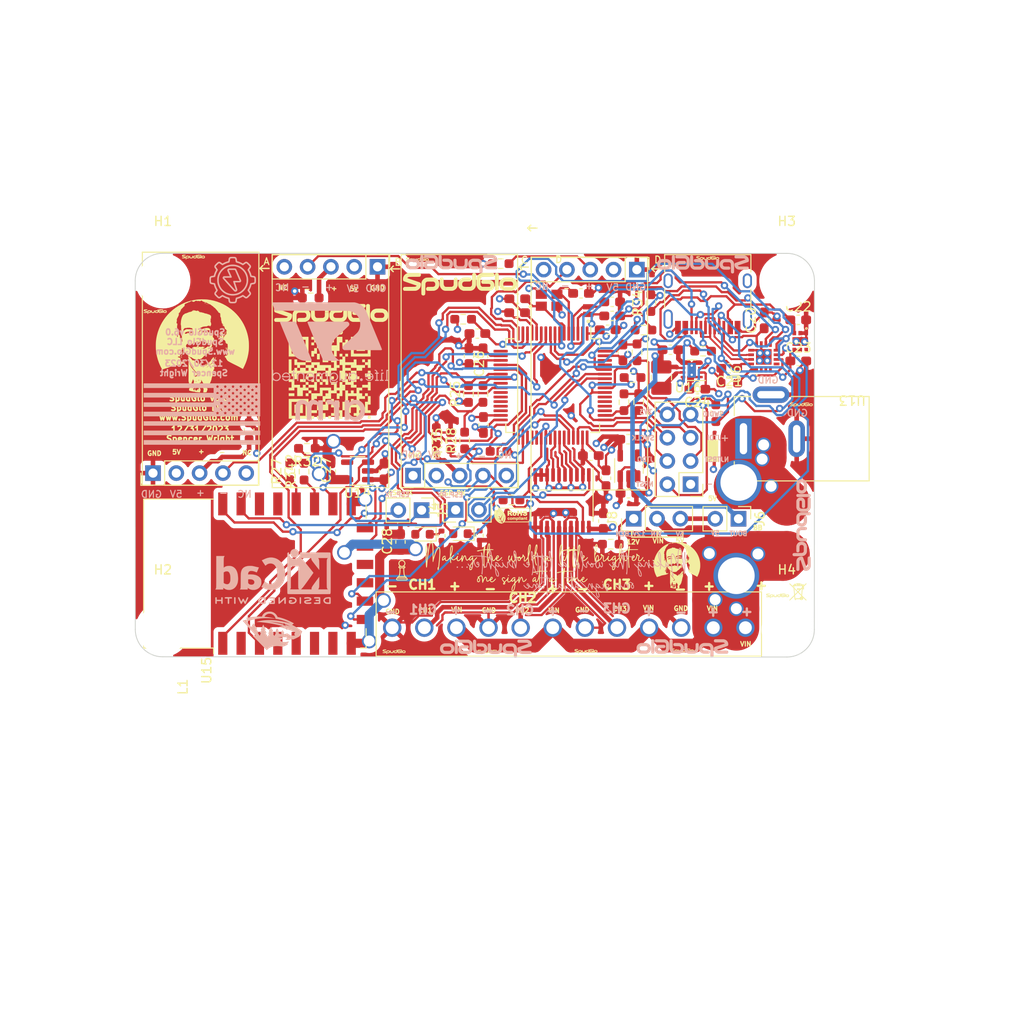
<source format=kicad_pcb>
(kicad_pcb (version 20221018) (generator pcbnew)
  (layers (0 "F.Cu" signal) (1 "In1.Cu" power "GND.Cu") (2 "In2.Cu" power "PWR.Cu") (31 "B.Cu" signal) (34 "B.Paste" user) (35 "F.Paste" user) (36 "B.SilkS" user "B.Silkscreen") (37 "F.SilkS" user "F.Silkscreen") (38 "B.Mask" user) (39 "F.Mask" user) (44 "Edge.Cuts" user))
  (net 0 "")
  (net 1 "Net-(F1-Pad1)")
  (net 2 "+5V")
  (net 3 "GND1")
  (net 4 "+3V3")
  (net 5 "Net-(U12-VBUS1)")
  (net 6 "WKUP1")
  (net 7 "WKUP2")
  (net 8 "WKUP3")
  (net 9 "WKUP4")
  (net 10 "TIM1_CH1_SHIFT")
  (net 12 "Net-(J4-Pin_2)")
  (net 13 "Net-(J5-Pin_1)")
  (net 14 "TIM1_CH2_SHIFT")
  (net 15 "TIM1_CH3_SHIFT")
  (net 17 "Net-(U1-OUT+)")
  (net 18 "Net-(U3-OUT+)")
  (net 19 "Net-(U4-OUT+)")
  (net 20 "Net-(U5-OUT+)")
  (net 22 "XR_TX")
  (net 23 "XR_RX")
  (net 24 "USBD-")
  (net 25 "USBD+")
  (net 26 "NRST")
  (net 27 "XR_GPIO")
  (net 32 "VBUS_PRESENT")
  (net 35 "VBUS")
  (net 43 "Net-(U6-LOWPOWER)")
  (net 44 "SWDIO")
  (net 45 "Net-(U15-GPIO2)")
  (net 46 "ESP8266_3V3")
  (net 47 "Net-(U15-GPIO15)")
  (net 48 "SWCLK")
  (net 49 "/spudglo_v6p0_micro/LVL_DIR")
  (net 50 "/spudglo_v6p0_micro/BOOT0")
  (net 51 "/spudglo_v6p0_micro/LVL_EN")
  (net 52 "/spudglo_v6p0_micro/JTDI")
  (net 53 "/spudglo_v6p0_micro/JTDO")
  (net 54 "/spudglo_v6p0_micro/NJTRST")
  (net 55 "ESP8266_RST")
  (net 57 "ESP8266_EN")
  (net 60 "5V_SWITCH_PG")
  (net 64 "ESP8266_CSN")
  (net 65 "ESP8266_MISO")
  (net 72 "Net-(D1-K)")
  (net 73 "Net-(D3-K)")
  (net 74 "ESP8266_MOSI")
  (net 75 "ESP8266_SCK")
  (net 76 "ESP8266_GPIO0")
  (net 78 "Net-(U16-SW)")
  (net 79 "TIM1_CH3")
  (net 81 "ESP8266_RXD")
  (net 82 "ESP8266_TXD")
  (net 83 "TIM1_CH2")
  (net 84 "TIM1_CH1")
  (net 85 "/spudglo_v6p0_micro/OSC32K_HI")
  (net 86 "/spudglo_v6p0_micro/OSC32K_LO")
  (net 87 "/spudglo_v6p0_micro/OSC48_HI")
  (net 88 "/spudglo_v6p0_micro/OSC48_LO")
  (net 89 "/spudglo_v6p0_micro/GREEN_LED")
  (net 90 "/spudglo_v6p0_micro/RED_LED")
  (net 94 "VIN")
  (net 95 "Net-(J6-Pin_1)")
  (net 101 "12V_BUCK_EN")
  (footprint "Resistor_SMD:R_0603_1608Metric_Pad0.98x0.95mm_HandSolder" (layer "F.Cu") (at 131.84 151.3725 90)
    (fp_text reference "R18" hide)
    (fp_text value "10k" hide)
  )
  (footprint "LOGO" (layer "F.Cu") (at 99.31 134.61)
    (fp_text reference "G***" hide)
    (fp_text value "LOGO" hide)
  )
  (footprint "Capacitor_SMD:C_0603_1608Metric_Pad1.08x0.95mm_HandSolder" (layer "F.Cu") (at 122.3175 160.11)
    (fp_text reference "C15" hide)
    (fp_text value "1u")
  )
  (footprint "Connector_PinHeader_2.54mm:PinHeader_1x05_P2.54mm_Vertical" (layer "F.Cu") (at 70.495 157.91 90)
    (fp_text reference "U4" hide)
    (fp_text value "receiver_433MHz")
  )
  (footprint "ECS-:XTAL_ECS-.327-9-1210-TR" (layer "F.Cu") (at 117.94 140.1885 90)
    (fp_text reference "U7" hide)
    (fp_text value "ECS-.327-9-1210-TR")
  )
  (footprint "Resistor_SMD:R_0603_1608Metric_Pad0.98x0.95mm_HandSolder" (layer "F.Cu") (at 86.96 157.7475 90)
    (fp_text reference "R342")
    (fp_text value "10k")
  )
  (footprint "Package_QFP:LQFP-64_10x10mm_P0.5mm" (layer "F.Cu") (at 114.06 148.365 -90)
    (fp_text reference "U10" hide)
    (fp_text value "STM32L431RCTx")
  )
  (footprint "Capacitor_SMD:C_0603_1608Metric_Pad1.08x0.95mm_HandSolder" (layer "F.Cu") (at 105.8475 142.69 180)
    (fp_text reference "C8" hide)
    (fp_text value "0.1u")
  )
  (footprint "Capacitor_SMD:C_0603_1608Metric_Pad1.08x0.95mm_HandSolder" (layer "F.Cu") (at 126.892501 144.459998)
    (fp_text reference "C25" hide)
    (fp_text value "22u")
  )
  (footprint "LOGO" (layer "F.Cu") (at 140.78 170.88)
    (fp_text reference "G***" hide)
    (fp_text value "LOGO" hide)
  )
  (footprint "Capacitor_SMD:C_0603_1608Metric_Pad1.08x0.95mm_HandSolder" (layer "F.Cu") (at 97.47 165.4225 90)
    (fp_text reference "C28")
    (fp_text value "1u")
  )
  (footprint "Connector_PinHeader_2.54mm:PinHeader_1x02_P2.54mm_Vertical" (layer "F.Cu") (at 99.77 161.95 -90)
    (fp_text reference "J5")
    (fp_text value "Conn_01x02_Pin")
  )
  (footprint "Connector_PinHeader_2.54mm:PinHeader_1x05_P2.54mm_Vertical" (layer "F.Cu") (at 94.966954 135.413294 -90)
    (fp_text reference "U5" hide)
    (fp_text value "receiver_433MHz")
  )
  (footprint "Resistor_SMD:R_0603_1608Metric_Pad0.98x0.95mm_HandSolder" (layer "F.Cu") (at 101.37 153.8725 90)
    (fp_text reference "R3" hide)
    (fp_text value "1M")
  )
  (footprint "Resistor_SMD:R_0603_1608Metric_Pad0.98x0.95mm_HandSolder" (layer "F.Cu") (at 108.1575 155.54)
    (fp_text reference "R14" hide)
    (fp_text value "10k")
  )
  (footprint "MountingHole:MountingHole_5.5mm" (layer "F.Cu") (at 139.570812 174.95)
    (fp_text reference "H4")
    (fp_text value "MountingHole")
  )
  (footprint "srw_custom:2410FA" (layer "F.Cu") (at 143.57 161.130001 -90)
    (fp_text reference "F1" hide)
    (fp_text value "Fuse-2410FA")
  )
  (footprint "LOGO" (layer "F.Cu") (at 89.85 140.54)
    (fp_text reference "G***" hide)
    (fp_text value "LOGO" hide)
  )
  (footprint "XTAL_ECS-480-8-36-RWN-TR" (layer "F.Cu") (at 113.67 139.06)
    (fp_text reference "U8" hide)
    (fp_text value "ECS-480-8-36-RWN-TR")
  )
  (footprint "Resistor_SMD:R_0603_1608Metric_Pad0.98x0.95mm_HandSolder" (layer "F.Cu") (at 106.46 149.2775 -90)
    (fp_text reference "R26" hide)
    (fp_text value "10k")
  )
  (footprint "Capacitor_SMD:C_0603_1608Metric_Pad1.08x0.95mm_HandSolder" (layer "F.Cu") (at 106.47 145.17 90)
    (fp_text reference "C10" hide)
    (fp_text value "0.1u")
  )
  (footprint "Resistor_SMD:R_0603_1608Metric_Pad0.98x0.95mm_HandSolder" (layer "F.Cu") (at 133.3075 148.09 180)
    (fp_text reference "R10" hide)
    (fp_text value "10k")
  )
  (footprint "Resistor_SMD:R_0603_1608Metric_Pad0.98x0.95mm_HandSolder" (layer "F.Cu") (at 108.3875 135.07 180)
    (fp_text reference "R1" hide)
    (fp_text value "1M")
  )
  (footprint "Capacitor_SMD:C_0603_1608Metric_Pad1.08x0.95mm_HandSolder" (layer "F.Cu") (at 106.51 152.6575 90)
    (fp_text reference "C12" hide)
    (fp_text value "0.1u")
  )
  (footprint "Resistor_SMD:R_0603_1608Metric_Pad0.98x0.95mm_HandSolder" (layer "F.Cu") (at 102.93 154.3975 90)
    (fp_text reference "R35")
    (fp_text value "28k")
  )
  (footprint "Resistor_SMD:R_0603_1608Metric_Pad0.98x0.95mm_HandSolder" (layer "F.Cu") (at 121.83 150.1825 -90)
    (fp_text reference "R20" hide)
    (fp_text value "10k")
  )
  (footprint "LOGO" (layer "F.Cu") (at 70.73 140.27)
    (fp_text reference "G***" hide)
    (fp_text value "LOGO" hide)
  )
  (footprint "Capacitor_SMD:C_0603_1608Metric_Pad1.08x0.95mm_HandSolder" (layer "F.Cu") (at 118.212499 156.005002 180)
    (fp_text reference "C16" hide)
    (fp_text value "0.01u")
  )
  (footprint "LOGO" (layer "F.Cu") (at 74.9 134.32)
    (fp_text reference "G***" hide)
    (fp_text value "LOGO" hide)
  )
  (footprint "Capacitor_SMD:C_0603_1608Metric_Pad1.08x0.95mm_HandSolder" (layer "F.Cu") (at 120.5425 139.24)
    (fp_text reference "C5" hide)
    (fp_text value "8p")
  )
  (footprint "Connector_PinHeader_2.54mm:PinHeader_1x02_P2.54mm_Vertical" (layer "F.Cu") (at 134.31 162.89 -90)
    (fp_text reference "J6")
    (fp_text value "Conn_01x02_Pin")
  )
  (footprint "LOGO" (layer "F.Cu") (at 97.620683 168.473956)
    (fp_text reference "G***" hide)
    (fp_text value "LOGO" hide)
  )
  (footprint "Resistor_SMD:R_0603_1608Metric_Pad0.98x0.95mm_HandSolder" (layer "F.Cu") (at 124.76 139.3675 90)
    (fp_text reference "R34")
    (fp_text value "10k")
  )
  (footprint "Connector_PinHeader_2.54mm:PinHeader_1x05_P2.54mm_Vertical" (layer "F.Cu") (at 123.230048 135.719976 -90)
    (fp_text reference "U1" hide)
    (fp_text value "receiver_433MHz")
  )
  (footprint "Resistor_SMD:R_0603_1608Metric_Pad0.98x0.95mm_HandSolder" (layer "F.Cu") (at 130.45 144.61 180)
    (fp_text reference "R23" hide)
    (fp_text value "10k")
  )
  (footprint "srw_custom:1984714" (layer "F.Cu") (at 135.065818 174.766982 180)
    (fp_text reference locked "J3" hide)
    (fp_text value locked "terminal_custom_12pin")
  )
  (footprint "Capacitor_SMD:C_0603_1608Metric_Pad1.08x0.95mm_HandSolder" (layer "F.Cu") (at 129.8275 148.76 180)
    (fp_text reference "C24")
    (fp_text value "10u")
  )
  (footprint "Resistor_SMD:R_0603_1608Metric_Pad0.98x0.95mm_HandSolder" (layer "F.Cu") (at 80.969999 153.3275 90)
    (fp_text reference "R4" hide)
    (fp_text value "1M")
  )
  (footprint "Resistor_SMD:R_0603_1608Metric_Pad0.98x0.95mm_HandSolder" (layer "F.Cu") (at 85.4 157.7225 90)
    (fp_text reference "R27")
    (fp_text value "10k")
  )
  (footprint "Package_TO_SOT_SMD:SOT-23-5" (layer "F.Cu") (at 122.37 157.13 90)
    (fp_text reference "U11" hide)
    (fp_text value "LP5907MFX-3.3")
  )
  (footprint "Capacitor_SMD:C_0603_1608Metric_Pad1.08x0.95mm_HandSolder" (layer "F.Cu") (at 110.1975 138.9 180)
    (fp_text reference "C3" hide)
    (fp_text value "6p")
  )
  (footprint "Capacitor_SMD:C_0603_1608Metric_Pad1.08x0.95mm_HandSolder" (layer "F.Cu") (at 110.1775 140.42)
    (fp_text reference "C13" hide)
    (fp_text value "0.1u")
  )
  (footprint "Connector_PinHeader_2.54mm:PinHeader_2x04_P2.54mm_Vertical" (layer "F.Cu") (at 129.09 159.13 180)
    (fp_text reference "J1" hide)
    (fp_text value locked "Conn_01x08_Male")
  )
  (footprint "LED_SMD:LED_0603_1608Metric" (layer "F.Cu") (at 99.8725 164.58 180)
    (fp_text reference "D1" hide)
    (fp_text value "GREEN LED")
  )
  (footprint "Resistor_SMD:R_0603_1608Metric_Pad0.98x0.95mm_HandSolder" (layer "F.Cu") (at 123.9525 142.31)
    (fp_text reference "R13" hide)
    (fp_text value "10k")
  )
  (footprint "Resistor_SMD:R_0402_1005Metric" (layer "F.Cu") (at 106.1 164.72 -90)
    (fp_text reference "R37" hide)
    (fp_text value "100")
  )
  (footprint "LOGO" (layer "F.Cu") (at 109.662737 162.405751)
    (fp_text reference "G***" hide)
    (fp_text value "LOGO" hide)
  )
  (footprint "Resistor_SMD:R_0603_1608Metric_Pad0.98x0.95mm_HandSolder" (layer "F.Cu") (at 104.46 154.3575 90)
    (fp_text reference "R28")
    (fp_text value "10k")
  )
  (footprint "Resistor_SMD:R_0603_1608Metric_Pad0.98x0.95mm_HandSolder" (layer "F.Cu") (at 104.88 149.2875 90)
    (fp_text reference "R25")
    (fp_text value "10k")
  )
  (footprint "MountingHole:MountingHole_5.5mm" (layer "F.Cu") (at 139.570812 136.95)
    (fp_text reference "H3")
    (fp_text value "MountingHole")
  )
  (footprint "Resistor_SMD:R_0603_1608Metric_Pad0.98x0.95mm_HandSolder" (layer "F.Cu") (at 120.387499 165.660001 180)
    (fp_text reference "R2" hide)
    (fp_text value "100k")
  )
  (footprint "Capacitor_SMD:C_0603_1608Metric_Pad1.08x0.95mm_HandSolder" (layer "F.Cu") (at 133.2975 146.48 180)
    (fp_text reference "C21")
    (fp_text value "1u")
  )
  (footprint "Connector_PinHeader_2.54mm:PinHeader_1x03_P2.54mm_Vertical" (layer "F.Cu") (at 122.89 162.88 90)
    (fp_text reference "J8")
    (fp_text value "Conn_01x03_Pin")
  )
  (footprint "Connector_BarrelJack:BarrelJack_Wuerth_6941xx301002" (layer "F.Cu") (at 134.85 154.16 90)
    (fp_text reference "J2" hide)
    (fp_text value "Barrel_Jack_Switch")
  )
  (footprint "Capacitor_SMD:C_0603_1608Metric_Pad1.08x0.95mm_HandSolder" (layer "F.Cu") (at 120.05 142.28)
    (fp_text reference "C9" hide)
    (fp_text value "0.1u")
  )
  (footprint "Resistor_SMD:R_0603_1608Metric_Pad0.98x0.95mm_HandSolder" (layer "F.Cu") (at 109.5675 160.84 180)
    (fp_text reference "R17" hide)
    (fp_text value "10k")
  )
  (footprint "Connector_USB:USB_C_Receptacle_HRO_TYPE-C-31-M-12" (layer "F.Cu") (at 130.96 137.99 180)
    (fp_text reference "U12" hide)
    (fp_text value "USB-C-31-M-12")
  )
  (footprint "LOGO" (layer "F.Cu") (at 75.87 144.03)
    (fp_text reference "G***" hide)
    (fp_text value "LOGO" hide)
  )
  (footprint "RF_Module:ESP-12E" (layer "F.Cu") (at 81.6 168.87 90)
    (fp_text reference "U15")
    (fp_text value "ESP-12F")
  )
  (footprint "Capacitor_SMD:C_0603_1608Metric_Pad1.08x0.95mm_HandSolder" (layer "F.Cu") (at 122.2825 154.217491)
    (fp_text reference "C18" hide)
    (fp_text value "1u")
  )
  (footprint "Capacitor_SMD:C_0603_1608Metric_Pad1.08x0.95mm_HandSolder" (layer "F.Cu") (at 140.8175 141.2)
    (fp_text reference "C22")
    (fp_text value "1u")
  )
  (footprint "Connector_PinHeader_2.54mm:PinHeader_1x05_P2.54mm_Vertical" (layer "F.Cu") (at 98.839924 158.180928 90)
    (fp_text reference "U3" hide)
    (fp_text value "receiver_433MHz")
  )
  (footprint "LOGO" (layer "F.Cu") (at 103.89 137.15)
    (fp_text reference "G***" hide)
    (fp_text value "LOGO" hide)
  )
  (footprint "LOGO" (layer "F.Cu") (at 138.57 171.26)
    (fp_text reference "G***" hide)
    (fp_text value "LOGO" hide)
  )
  (footprint "Capacitor_SMD:C_0603_1608Metric_Pad1.08x0.95mm_HandSolder" (layer "F.Cu") (at 119.87 158.4725 -90)
    (fp_text reference "C17" hide)
    (fp_text value "1u")
  )
  (footprint "Resistor_SMD:R_0603_1608Metric_Pad0.98x0.95mm_HandSolder" (layer "F.Cu") (at 87.27 155.21 180)
    (fp_text reference "R32")
    (fp_text value "10k")
  )
  (footprint "srw_cuustom:NCP361" (layer "F.Cu") (at 141.69 144.945 180)
    (fp_text reference "U13")
    (fp_text value "NCP361")
  )
  (footprint "Capacitor_SMD:C_0603_1608Metric_Pad1.08x0.95mm_HandSolder" (layer "F.Cu") (at 120.5425 140.77)
    (fp_text reference "C4" hide)
    (fp_text value "8p")
  )
  (footprint "LOGO" (layer "F.Cu") (at 130.95 134.47)
    (fp_text reference "G***" hide)
    (fp_text value "LOGO" hide)
  )
  (footprint "Resistor_SMD:R_0603_1608Metric_Pad0.98x0.95mm_HandSolder" (layer "F.Cu") (at 104.297499 141.130003)
    (fp_text reference "R15" hide)
    (fp_text value "10k")
  )
  (footprint "LOGO" (layer "F.Cu") (at 128.19 177.26)
    (fp_text reference "G***" hide)
    (fp_text value "LOGO" hide)
  )
  (footprint "srw_cuustom:XR21B1411" (layer "F.Cu") (at 136.285 146.617695 90)
    (fp_text reference "U6")
    (fp_text value "XR21B1411")
  )
  (footprint "LOGO" (layer "F.Cu") (at 107.1 177.39)
    (fp_text reference "G***" hide)
    (fp_text value "LOGO" hide)
  )
  (footprint "LOGO" (layer "F.Cu") (at 111.956926 169.30956)
    (fp_text reference "G***" hide)
    (fp_text value "LOGO" hide)
  )
  (footprint "Capacitor_SMD:C_0603_1608Metric_Pad1.08x0.95mm_HandSolder" (layer "F.Cu") (at 95.67 157.7325 90)
    (fp_text reference "C26")
    (fp_text value "1u")
  )
  (footprint "Connector_PinHeader_2.54mm:PinHeader_1x02_P2.54mm_Vertical" (layer "F.Cu") (at 103.48 161.92 90)
    (fp_text reference "J4")
    (fp_text value "Conn_01x02_Pin")
  )
  (footprint "Inductor_SMD:L_1008_2520Metric_Pad1.43x2.20mm_HandSolder" (layer "F.Cu") (at 125.9 147.4975 90)
    (fp_text reference "L1")
    (fp_text value "L")
  )
  (footprint "Capacitor_SMD:C_0603_1608Metric_Pad1.08x0.95mm_HandSolder" (layer "F.Cu") (at 117.1475 138.31)
    (fp_text reference "C7" hide)
    (fp_text value "6p")
  )
  (footprint "Resistor_SMD:R_0603_1608Metric_Pad0.98x0.95mm_HandSolder" (layer "F.Cu") (at 87.682501 138.799997 180)
    (fp_text reference "R5" hide)
    (fp_text value "1M")
  )
  (footprint "Capacitor_SMD:C_0603_1608Metric_Pad1.08x0.95mm_HandSolder" (layer "F.Cu") (at 104.93 145.1575 90)
    (fp_text reference "C14" hide)
    (fp_text value "4.7u")
  )
  (footprint "LOGO" (layer "F.Cu") (at 112.653038 166.806623)
    (fp_text reference "G***" hide)
    (fp_text value "LOGO" hide)
  )
  (footprint "MountingHole:MountingHole_5.5mm" (layer "F.Cu") (at 71.570812 174.95)
    (fp_text reference "H2")
    (fp_text value "MountingHole")
  )
  (footprint "LOGO" (layer "F.Cu") (at 96.77 177.36)
    (fp_text reference "G***" hide)
    (fp_text value "LOGO" hide)
  )
  (footprint "Capacitor_SMD:C_0603_1608Metric_Pad1.08x0.95mm_HandSolder" (layer "F.Cu") (at 95.97 165.4425 90)
    (fp_text reference "C29" hide)
    (fp_text value "10u")
  )
  (footprint "LOGO" (layer "F.Cu") (at 89.75 147.51)
    (fp_text reference "G***" hide)
    (fp_text value "LOGO" hide)
  )
  (footprint "Capacitor_SMD:C_0603_1608Metric_Pad1.08x0.95mm_HandSolder" (layer "F.Cu") (at 121.71 144.7525 -90)
    (fp_text reference "C11" hide)
    (fp_text value "0.1u")
  )
  (footprint "Package_SON:WSON-8-1EP_2x2mm_P0.5mm_EP0.9x1.6mm_ThermalVias" (layer "F.Cu") (at 129.21 146.69 180)
    (fp_text reference "U16")
    (fp_text value "TPS62163DSG")
  )
  (footprint "LOGO" (layer "F.Cu") (at 117.68 177.32)
    (fp_text reference "G***" hide)
    (fp_text value "LOGO" hide)
  )
  (footprint "Package_TO_SOT_SMD:SOT-23-5" (layer "F.Cu") (at 92.7925 157.67 180)
    (fp_text reference "U14")
    (fp_text value "LP5907MFX-3.3")
  )
  (footprint "Package_SO:TSSOP-20_4.4x6.5mm_P0.65mm" (layer "F.Cu") (at 115.075 160.9725 -90)
    (fp_text reference "U9" hide)
    (fp_text value "SN74HCT245PW")
  )
  (footprint "Resistor_SMD:R_0603_1608Metric_Pad0.98x0.95mm_HandSolder" (layer "F.Cu") (at 123.43 150.1725 -90)
    (fp_text reference "R19" hide)
    (fp_text value "10k" hide)
  )
  (footprint "LED_SMD:LED_0603_1608Metric" (layer "F.Cu") (at 104.0075 164.52 180)
    (fp_text reference "D3" hide)
    (fp_text value "RED_LED")
  )
  (footprint "MountingHole:MountingHole_5.5mm" (layer "F.Cu") (at 71.570812 136.95)
    (fp_text reference "H1")
    (fp_text value "MountingHole")
  )
  (footprint "Capacitor_SMD:C_0603_1608Metric_Pad1.08x0.95mm_HandSolder" (layer "F.Cu") (at 140.822501 145.679996)
    (fp_text reference "C23")
    (fp_text value "1u")
  )
  (footprint "LOGO" (layer "F.Cu") (at 127.6 167.96)
    (fp_text reference "G***" hide)
    (fp_text value "LOGO" hide)
  )
  (footprint "LOGO" (layer "F.Cu") (at 141.15 150.43)
    (fp_text reference "G***" hide)
    (fp_text value "LOGO" hide)
  )
  (footprint "Capacitor_SMD:C_0603_1608Metric_Pad1.08x0.95mm_HandSolder" (layer "F.Cu") (at 89.88 157.6975 90)
    (fp_text reference "C27")
    (fp_text value "1u")
  )
  (footprint "Resistor_SMD:R_0603_1608Metric_Pad0.98x0.95mm_HandSolder" (layer "F.Cu") (at 123.25 144.7425 -90)
    (fp_text reference "R22" hide)
    (fp_text value "10k")
  )
  (footprint "Resistor_SMD:R_0603_1608Metric_Pad0.98x0.95mm_HandSolder" (layer "F.Cu") (at 122.7625 147.49 180)
    (fp_text reference "R21" hide)
    (fp_text value "10k")
  )
  (footprint "Capacitor_SMD:C_0603_1608Metric_Pad1.08x0.95mm_HandSolder" (layer "F.Cu") (at 119.58 163.14 90)
    (fp_text reference "C6" hide)
    (fp_text value "0.1u" hide)
  )
  (footprint "Resistor_SMD:R_0402_1005Metric" (layer "F.Cu") (at 101.94 164.74 -90)
    (fp_text reference "R39" hide)
    (fp_text value "100")
  )
  (footprint "Capacitor_SMD:C_0603_1608Metric_Pad1.08x0.95mm_HandSolder" (layer "F.Cu") (at 137.109994 141.2575 90)
    (fp_text reference "C20")
    (fp_text value "1u")
  )
  (footprint "LOGO" (layer "B.Cu") (at 130.44 135.15 180)
    (fp_text reference "G***" hide)
    (fp_text value "LOGO" hide)
  )
  (footprint "LOGO" (layer "B.Cu") (at 103.03 135.11 180)
    (fp_text reference "G***" hide)
    (fp_text value "LOGO" hide)
  )
  (footprint "LOGO" (layer "B.Cu") (at 83.39 175.13 180)
    (fp_text reference "G***" hide)
    (fp_text value "LOGO" hide)
  )
  (footprint "Symbol:KiCad-Logo2_5mm_SilkScreen" (layer "B.Cu") (at 83.58 169.17 180)
    (fp_text reference "REF**" hide)
    (fp_text value "KiCad-Logo2_5mm_SilkScreen" hide)
  )
  (footprint "LOGO" (layer "B.Cu") (at 116.08 167.51 180)
    (fp_text reference "G***" hide)
    (fp_text value "LOGO" hide)
  )
  (footprint "LOGO" (layer "B.Cu") (at 141.19 163.58 90)
    (fp_text reference "G***" hide)
    (fp_text value "LOGO" hide)
  )
  (footprint "LOGO" (layer "B.Cu") (at 89.81 151.07 180)
    (fp_text reference "G***" hide)
    (fp_text value "LOGO" hide)
  )
  (footprint "LOGO" (layer "B.Cu") (at 79.18 136.86 180)
    (fp_text reference "G***" hide)
    (fp_text value "LOGO" hide)
  )
  (footprint "LOGO" (layer "B.Cu") (at 128.2 177.02 180)
    (fp_text reference "G***" hide)
    (fp_text value "LOGO" hide)
  )
  (footprint "LOGO" (layer "B.Cu") (at 89.84 143.75 180)
    (fp_text reference "G***" hide)
    (fp_text value "LOGO" hide)
  )
  (footprint "LOGO" (layer "B.Cu") (at 116.776112 170.012937 180)
    (fp_text reference "G***" hide)
    (fp_text value "LOGO" hide)
  )
  (footprint "LOGO" (layer "B.Cu") (at 75.83 151.47 180)
    (fp_text reference "G***" hide)
    (fp_text value "LOGO" hide)
  )
  (footprint "LOGO" (layer "B.Cu") (at 106.78 177.06 180)
    (fp_text reference "G***" hide)
    (fp_text value "LOGO" hide)
  )
  (gr_line (start 96.375 135.64) (end 96.675 135.94) (stroke (width 0.15)) (layer "F.SilkS"))
  (gr_line locked (start 82.034462 133.820308) (end 82.034466 159.220303) (stroke (width 0.12)) (layer "F.SilkS"))
  (gr_line locked (start 110.239189 134.080009) (end 110.239192 159.480021) (stroke (width 0.12)) (layer "F.SilkS"))
  (gr_line (start 125.17 135.33) (end 124.86 135.64) (stroke (width 0.15)) (layer "F.SilkS"))
  (gr_line locked (start 111.700055 159.749987) (end 111.700056 134.349984) (stroke (width 0.12)) (layer "F.SilkS"))
  (gr_line (start 97.365 135.64) (end 96.375 135.64) (stroke (width 0.15)) (layer "F.SilkS"))
  (gr_line locked (start 69.334473 159.220305) (end 69.334467 133.820317) (stroke (width 0.12)) (layer "F.SilkS"))
  (gr_line locked (start 96.187671 159.494209) (end 83.487684 159.494195) (stroke (width 0.12)) (layer "F.SilkS"))
  (gr_line (start 125.85 135.64) (end 124.86 135.64) (stroke (width 0.15)) (layer "F.SilkS"))
  (gr_line locked (start 124.400024 134.349988) (end 124.400053 159.749996) (stroke (width 0.12)) (layer "F.SilkS"))
  (gr_line (start 125.473999 164.207) (end 125.476998 164.889999) (stroke (width 0.15)) (layer "F.SilkS"))
  (gr_line (start 111.35 131.19) (end 111.65 131.49) (stroke (width 0.15)) (layer "F.SilkS"))
  (gr_line (start 110.715 135.135) (end 110.405 135.445) (stroke (width 0.15)) (layer "F.SilkS"))
  (gr_line (start 111.395 135.445) (end 110.405 135.445) (stroke (width 0.15)) (layer "F.SilkS"))
  (gr_line locked (start 124.400053 159.749996) (end 111.700055 159.749987) (stroke (width 0.12)) (layer "F.SilkS"))
  (gr_line locked (start 96.187694 134.094189) (end 96.187671 159.494209) (stroke (width 0.12)) (layer "F.SilkS"))
  (gr_line locked (start 97.539213 134.080013) (end 110.239189 134.080009) (stroke (width 0.12)) (layer "F.SilkS"))
  (gr_line (start 111.66 130.88) (end 111.35 131.19) (stroke (width 0.15)) (layer "F.SilkS"))
  (gr_line (start 124.86 135.64) (end 125.16 135.94) (stroke (width 0.15)) (layer "F.SilkS"))
  (gr_poly (pts (xy 130.969996 154.293195) (xy 131.736396 154.293198) (xy 131.720994 154.297789) (xy 132.051191 154.297796) (xy 132.041196 156.629997) (xy 130.970001 156.629999)) (stroke (width 0.1)) (fill solid) (layer "F.SilkS"))
  (gr_line locked (start 83.487697 134.094198) (end 96.187694 134.094189) (stroke (width 0.12)) (layer "F.SilkS"))
  (gr_line locked (start 111.700056 134.349984) (end 124.400024 134.349988) (stroke (width 0.12)) (layer "F.SilkS"))
  (gr_line (start 125.476998 164.889999) (end 122.683002 164.89) (stroke (width 0.15)) (layer "F.SilkS"))
  (gr_line locked (start 110.239192 159.480021) (end 97.539187 159.480004) (stroke (width 0.12)) (layer "F.SilkS"))
  (gr_line (start 122.683002 164.89) (end 122.679997 164.333998) (stroke (width 0.15)) (layer "F.SilkS"))
  (gr_line (start 82.465 135.28) (end 82.155 135.59) (stroke (width 0.15)) (layer "F.SilkS"))
  (gr_line (start 128.2185 164.2285) (end 128.23 164.88) (stroke (width 0.15)) (layer "F.SilkS"))
  (gr_line (start 83.145 135.59) (end 82.155 135.59) (stroke (width 0.15)) (layer "F.SilkS"))
  (gr_line locked (start 69.334467 133.820317) (end 82.034462 133.820308) (stroke (width 0.12)) (layer "F.SilkS"))
  (gr_line (start 128.23 164.88) (end 125.436004 164.880001) (stroke (width 0.15)) (layer "F.SilkS"))
  (gr_line (start 112.34 131.19) (end 111.35 131.19) (stroke (width 0.15)) (layer "F.SilkS"))
  (gr_line locked (start 83.487684 159.494195) (end 83.487697 134.094198) (stroke (width 0.12)) (layer "F.SilkS"))
  (gr_line locked (start 97.539187 159.480004) (end 97.539213 134.080013) (stroke (width 0.12)) (layer "F.SilkS"))
  (gr_line (start 82.155 135.59) (end 82.455 135.89) (stroke (width 0.15)) (layer "F.SilkS"))
  (gr_line (start 122.683002 164.89) (end 122.679997 164.333998) (stroke (width 0.15)) (layer "F.SilkS"))
  (gr_line locked (start 82.034466 159.220303) (end 69.334473 159.220305) (stroke (width 0.12)) (layer "F.SilkS"))
  (gr_line (start 96.685 135.33) (end 96.375 135.64) (stroke (width 0.15)) (layer "F.SilkS"))
  (gr_line (start 110.405 135.445) (end 110.705 135.745) (stroke (width 0.15)) (layer "F.SilkS"))
  (gr_arc (start 142.575 174.95) (mid 141.708806 177.078488) (end 139.587566 177.962285) (stroke (width 0.1)) (layer "Edge.Cuts"))
  (gr_line (start 142.575 174.95) (end 142.587285 136.937434) (stroke (width 0.1)) (layer "Edge.Cuts"))
  (gr_arc (start 139.575 133.95) (mid 141.703487 134.816195) (end 142.587285 136.937434) (stroke (width 0.1)) (layer "Edge.Cuts"))
  (gr_line (start 68.566202 174.953761) (end 68.558805 136.953487) (stroke (width 0.1)) (layer "Edge.Cuts"))
  (gr_line (start 139.575 133.95) (end 71.546239 133.941202) (stroke (width 0.1)) (layer "Edge.Cuts"))
  (gr_arc (start 71.578487 177.941195) (mid 69.45 177.075) (end 68.566202 174.953761) (stroke (width 0.1)) (layer "Edge.Cuts"))
  (gr_arc (start 68.558805 136.953487) (mid 69.425 134.825) (end 71.546239 133.941202) (stroke (width 0.1)) (layer "Edge.Cuts"))
  (gr_line (start 139.587566 177.962285) (end 71.578487 177.941195) (stroke (width 0.1)) (layer "Edge.Cuts"))
  (gr_text "GND" (at 71.55 160.66) (layer "B.SilkS") (effects (font (size 0.75 0.75) (thickness 0.125) bold) (justify left bottom mirror)))
  (gr_text "+" (at 103.29 155.64 180) (layer "B.SilkS") (effects (font (size 0.75 0.75) (thickness 0.125) bold) (justify left bottom mirror)))
  (gr_text "+" (at 75.12 159.71 180) (layer "B.SilkS") (effects (font (size 0.75 0.75) (thickness 0.125) bold) (justify left bottom mirror)))
  (gr_text "+" (at 131.55 173.16 -180) (layer "B.SilkS") (effects (font (size 1 1) (thickness 0.25))))
  (gr_text "NC" (at 81.33 160.65) (layer "B.SilkS") (effects (font (size 0.75 0.75) (thickness 0.125) bold) (justify left bottom mirror)))
  (gr_text "+" (at 135.22 173.12 -180) (layer "B.SilkS") (effects (font (size 1 1) (thickness 0.25))))
  (gr_text "+" (at 103.52 172.96 -180) (layer "B.SilkS") (effects (font (size 1 1) (thickness 0.25))))
  (gr_text "SpudGlo v6.0\nSpudGlo LLC\nwww.SpudGlo.com" (at 75.09 143.59) (layer "B.SilkS") (effects (font (size 0.65 0.65) (thickness 0.1625)) (justify mirror)))
  (gr_text "GND" (at 124.33 138.07) (layer "B.SilkS") (effects (font (size 0.75 0.75) (thickness 0.125) bold) (justify left bottom mirror)))
  (gr_text "ESP_TX" (at 98.52 160.54) (layer "B.SilkS") (effects (font (size 0.5 0.5) (thickness 0.125) bold) (justify left bottom mirror)))
  (gr_text "5V" (at 93.05 138.23) (layer "B.SilkS") (effects (font (size 0.75 0.75) (thickness 0.125) bold) (justify left bottom mirror)))
  (gr_text "NJTRST" (at 131.94 156.43) (layer "B.SilkS") (effects (font (size 0.5 0.5) (thickness 0.125)) (justify mirror)))
  (gr_text "NC" (at 113.73 137.99) (layer "B.SilkS") (effects (font (size 0.75 0.75) (thickness 0.125) bold) (justify left bottom mirror)))
  (gr_text "SWCLK" (at 123.91 154.08) (layer "B.SilkS") (effects (font (size 0.5 0.5) (thickness 0.125)) (justify mirror)))
  (gr_text "-" (at 106.99 173.06 -180) (layer "B.SilkS") (effects (font (size 1 1) (thickness 0.25))))
  (gr_text "3V3" (at 124.23 151.24) (layer "B.SilkS") (effects (font (size 0.5 0.5) (thickness 0.125)) (justify mirror)))
  (gr_text "-" (at 115.97 137.87) (layer "B.SilkS") (effects (font (size 0.75 0.75) (thickness 0.125) bold) (justify left bottom mirror)))
  (gr_text "-" (at 128.05 173.19 -180) (layer "B.SilkS") (effects (font (size 1 1) (thickness 0.25))))
  (gr_text "JTDO" (at 124.16 156.42) (layer "B.SilkS") (effects (font (size 0.5 0.5) (thickness 0.125)) (justify mirror)))
  (gr_text "+" (at 133.37 154.49) (layer "B.SilkS") (effects (font (size 0.75 0.75) (thickness 0.125) bold) (justify left bottom mirror)))
  (gr_text "12/30/2023\nSpencer Wright\n" (at 74.95 146.47) (layer "B.SilkS") (effects (font (size 0.65 0.65) (thickness 0.1625)) (justify mirror)))
  (gr_text "-" (at 117.44 173.03 -180) (layer "B.SilkS") (effects (font (size 1 1) (thickness 0.25))))
  (gr_text "-" (at 131.18 159.08) (layer "B.SilkS") (effects (font (size 0.5 0.5) (thickness 0.125)) (justify mirror)))
  (gr_text "12V_BEN" (at 122.54 164.53) (layer "B.SilkS") (effects (font (size 0.5 0.5) (thickness 0.125)) (justify mirror)))
  (gr_text "-" (at 105.81 155.71 180) (layer "B.SilkS") (effects (font (size 0.75 0.75) (thickness 0.125) bold) (justify left bottom mirror)))
  (gr_text "5V" (at 127.94 164.59) (layer "B.SilkS") (effects (font (size 0.5 0.5) (thickness 0.125)) (justify mirror)))
  (gr_text "5V" (at 73.78 160.64) (layer "B.SilkS") (effects (font (size 0.75 0.75) (thickness 0.125) bold) (justify left bottom mirror)))
  (gr_text "-" (at 87.66 138) (layer "B.SilkS") (effects (font (size 0.75 0.75) (thickness 0.125) bold) (justify left bottom mirror)))
  (gr_text "CH2" (at 110.5 172.86) (layer "B.SilkS") (effects (font (size 1 1) (thickness 0.25)) (justify mirror)))
  (gr_text "GND" (at 141.95 151.8) (layer "B.SilkS") (effects (font (size 0.75 0.75) (thickness 0.125) bold) (justify left bottom mirror)))
  (gr_text "5V" (at 121.36 138.1) (layer "B.SilkS") (effects (font (size 0.75 0.75) (thickness 0.125) bold) (justify left bottom mirror)))
  (gr_text "GND" (at 99.92 156.35) (layer "B.SilkS") (effects (font (size 0.75 0.75) (thickness 0.125) bold) (justify left bottom mirror)))
  (gr_text "-" (at 77.62 159.72 180) (layer "B.SilkS") (effects (font (size 0.75 0.75) (thickness 0.125) bold) (justify left bottom mirror)))
  (gr_text "5V" (at 131.77 164.45) (layer "B.SilkS") (effects (font (size 0.5 0.5) (thickness 0.125)) (justify mirror)))
  (gr_text "+" (at 114.07 173.06 -180) (layer "B.SilkS") (effects (font (size 1 1) (thickness 0.25))))
  (gr_text "+" (at 118.57 137.93) (layer "B.SilkS") (effects (font (size 0.75 0.75) (thickness 0.125) bold) (justify left bottom mirror)))
  (gr_text "5V" (at 101.92 156.35) (layer "B.SilkS") (effects (font (size 0.75 0.75) (thickness 0.125) bold) (justify left bottom mirror)))
  (gr_text "BOUT" (at 134.3 164.51) (layer "B.SilkS") (effects (font (size 0.5 0.5) (thickness 0.125)) (justify mirror)))
  (gr_text "JTDI" (at 131.64 154.06) (layer "B.SilkS") (effects (font (size 0.5 0.5) (thickness 0.125)) (justify mirror)))
  (gr_text "+" (at 90.26 138.06) (layer "B.SilkS") (effects (font (size 0.75 0.75) (thickness 0.125) bold) (justify left bottom mirror)))
  (gr_text "-" (at 96.38 173.16 -180) (layer "B.SilkS") (effects (font (size 1 1) (thickness 0.25))))
  (gr_text "VIN" (at 125.34 164.55) (layer "B.SilkS") (effects (font (size 0.5 0.5) (thickness 0.125)) (justify mirror)))
  (gr_text "ESP_RX" (at 104.36 160.58) (layer "B.SilkS") (effects (font (size 0.5 0.5) (thickness 0.125) bold) (justify left bottom mirror)))
  (gr_text "CH3" (at 121.04 172.67) (layer "B.SilkS") (effects (font (size 1 1) (thickness 0.25)) (justify mirror)))
  (gr_text "GND" (at 138.76 148.19) (layer "B.SilkS") (effects (font (size 0.75 0.75) (thickness 0.125) bold) (justify left bottom mirror)))
  (gr_text "NRST" (at 124.1 159.12) (layer "B.SilkS") (effects (font (size 0.5 0.5) (thickness 0.125)) (justify mirror)))
  (gr_text "SWDIO" (at 131.55 151.48) (layer "B.SilkS") (effects (font (size 0.5 0.5) (thickness 0.125)) (justify mirror)))
  (gr_text "NC" (at 109.66 156.36) (layer "B.SilkS") (effects (font (size 0.75 0.75) (thickness 0.125) bold) (justify left bottom mirror)))
  (gr_text "GND" (at 96.02 138.2) (layer "B.SilkS") (effects (font (size 0.75 0.75) (thickness 0.125) bold) (justify left bottom mirror)))
  (gr_text "CH1" (at 99.92 172.8) (layer "B.SilkS") (effects (font (size 1 1) (thickness 0.25)) (justify mirror)))
  (gr_text "NC" (at 85.42 138.12) (layer "B.SilkS") (effects (font (size 0.75 0.75) (thickness 0.125) bold) (justify left bottom mirror)))
  (gr_text "+" (at 124.54 173.09 -180) (layer "B.SilkS") (effects (font (size 1 1) (thickness 0.25))))
  (gr_text "CH3" (at 121.062007 170.076002) (layer "F.SilkS") (effects (font (size 1 1) (thickness 0.25))))
  (gr_text "12V" (at 122.83 165.42) (layer "F.SilkS") (effects (font (size 0.5 0.5) (thickness 0.125))))
  (gr_text "-" (at 117.33 170.63 180) (layer "F.SilkS") (effects (font (size 1 1) (thickness 0.25)) (justify mirror)))
  (gr_text "12/31/2023\nSpencer Wright\n" (at 75.63 153.65) (layer "F.SilkS") (effects (font (size 0.65 0.65) (thickness 0.1625))))
  (gr_text "+" (at 103.39 170.33 180) (layer "F.SilkS") (effects (font (size 1 1) (thickness 0.25)) (justify mirror)))
  (gr_text "+" (at 136.8 170.27 180) (layer "F.SilkS") (effects (font (size 1 1) (thickness 0.25)) (justify mirror)))
  (gr_text "-" (at 96.551007 170.33 180) (layer "F.SilkS") (effects (font (size 1 1) (thickness 0.25)) (justify mirror)))
  (gr_text "CH2" (at 110.73 172.87) (layer "F.SilkS") (effects (font (size 0.5 0.5) (thickness 0.125))))
  (gr_text "+" (at 75.76 155.55) (layer "F.SilkS") (effects (font (size 0.5 0.5) (thickness 0.125))))
  (gr_text "5V" (at 73.06 155.61) (layer "F.SilkS") (effects (font (size 0.5 0.5) (thickness 0.125))))
  (gr_text "+" (at 124.54 170.28 180) (layer "F.SilkS") (effects (font (size 1 1) (thickness 0.25)) (justify mirror)))
  (gr_text "ESP_TX" (at 96.06 160.34) (layer "F.SilkS") (effects (font (size 0.5 0.5) (thickness 0.125) bold) (justify left bottom)))
  (gr_text "D" (at 114.254188 135.055) (layer "F.SilkS") (effects (font (size 0.75 0.75) (thickness 0.125) bold) (justify left bottom)))
  (gr_text locked "-" (at 115.562594 137.752909) (layer "F.SilkS") (effects (font (size 0.5 0.5) (thickness 0.125))))
  (gr_text "-" (at 127.98 170.68 180) (layer "F.SilkS") (effects (font (size 1 1) (thickness 0.25)) (justify mirror)))
  (gr_text locked "-" (at 87.3 137.84) (layer "F.SilkS") (effects (font (size 0.5 0.5) (thickness 0.125))))
  (gr_text "-" (at 107.26 170.63 180) (layer "F.SilkS") (effects (font (size 1 1) (thickness 0.25)) (justify mirror)))
  (gr_text "CH1" (at 100.15 172.86) (layer "F.SilkS") (effects (font (size 0.5 0.5) (thickness 0.125))))
  (gr_text "BB" (at 136.41 163.87) (layer "F.SilkS") (effects (font (size 0.5 0.5) (thickness 0.125))))
  (gr_text "Github" (at 87.61 142.83) (layer "F.SilkS") (effects (font (size 0.75 0.75) (thickness 0.125) bold) (justify left bottom)))
  (gr_text locked "+" (at 90.24 137.84 180) (layer "F.SilkS") (effects (font (size 0.5 0.5) (thickness 0.125))))
  (gr_text "GND" (at 128.03 172.67) (layer "F.SilkS") (effects (font (size 0.5 0.5) (thickness 0.125))))
  (gr_text "GND" (at 117.28 172.83) (layer "F.SilkS") (effects (font (size 0.5 0.5) (thickness 0.125))))
  (gr_text "5V" (at 131.47 160.68) (layer "F.SilkS") (effects (font (size 0.5 0.5) (thickness 0.125))))
  (gr_text "ESP_RX" (at 101.68 160.38) (layer "F.SilkS") (effects (font (size 0.5 0.5) (thickness 0.125) bold) (justify left bottom)))
  (gr_text "VIN" (at 125.56 165.3) (layer "F.SilkS") (effects (font (size 0.5 0.5) (thickness 0.125))))
  (gr_text "CH3" (at 121.36 172.7) (layer "F.SilkS") (effects (font (size 0.5 0.5) (thickness 0.125))))
  (gr_text "+" (at 131.11 170.34 180) (layer "F.SilkS") (effects (font (size 1 1) (thickness 0.25)) (justify mirror)))
  (gr_text locked "GND" (at 94.967497 137.732994) (layer "F.SilkS") (effects (font (size 0.5 0.5) (thickness 0.125))))
  (gr_text locked "GND" (at 99.03 156) (layer "F.SilkS") (effects (font (size 0.5 0.5) (thickness 0.125))))
  (gr_text "GND" (at 107.1 172.87) (layer "F.SilkS") (effects (font (size 0.5 0.5) (thickness 0.125))))
  (gr_text "CH2" (at 110.79 171.52) (layer "F.SilkS") (effects (font (size 1 1) (thickness 0.25))))
  (gr_text "GND" (at 96.6 173.02) (layer "F.SilkS") (effects (font (size 0.5 0.5) (thickness 0.125))))
  (gr_text "A" (at 82.465 135.28) (layer "F.SilkS") (effects (font (size 0.75 0.75) (thickness 0.125) bold) (justify left bottom)))
  (gr_text "VIN" (at 135.1 176.55) (layer "F.SilkS") (effects (font (size 0.5 0.5) (thickness 0.125))))
  (gr_text "VIN" (at 103.6 172.81) (layer "F.SilkS") (effects (font (size 0.5 0.5) (thickness 0.125))))
  (gr_text "-" (at 78.03 155.63) (layer "F.SilkS") (effects (font (size 0.5 0.5) (thickness 0.125))))
  (gr_text "+" (at 114.06 170.6 180) (layer "F.SilkS") (effects (font (size 1 1) (thickness 0.25)) (justify mirror)))
  (gr_text locked "5V" (at 92.38 137.81) (layer "F.SilkS") (effects (font (size 0.5 0.5) (thickness 0.125))))
  (gr_text "C" (at 110.52 135.12) (layer "F.SilkS") (effects (font (size 0.75 0.75) (thickness 0.125) bold) (justify left bottom)))
  (gr_text "VIN" (at 124.5 172.61) (layer "F.SilkS") (effects (font (size 0.5 0.5) (thickness 0.125))))
  (gr_text locked "5V" (at 101.42 156.04) (layer "F.SilkS") (effects (font (size 0.5 0.5) (thickness 0.125))))
  (gr_text locked "NC" (at 80.745979 155.700489) (layer "F.SilkS") (effects (font (size 0.5 0.5) (thickness 0.125))))
  (gr_text "CH1" (at 99.853007 170.075999) (layer "F.SilkS") (effects (font (size 1 1) (thickness 0.25))))
  (gr_text "B" (at 96.74 135.34) (layer "F.SilkS") (effects (font (size 0.75 0.75) (thickness 0.125) bold) (justify left bottom)))
  (gr_text locked "-" (at 106.21 156.16 180) (layer "F.SilkS") (effects (font (size 0.5 0.5) (thickness 0.125))))
  (gr_text "D" (at 125.05 135.09) (layer "F.SilkS") (effects (font (size 0.75 0.75) (thickness 0.125) bold) (justify left bottom)))
  (gr_text "5V" (at 127.93 165.28) (layer "F.SilkS") (effects (font (size 0.5 0.5) (thickness 0.125))))
  (gr_text "VIN" (at 131.46 172.67) (layer "F.SilkS") (effects (font (size 0.5 0.5) (thickness 0.125))))
  (gr_text "VIN" (at 114.21 172.89) (layer "F.SilkS") (effects (font (size 0.5 0.5) (thickness 0.125))))
  (gr_text locked "+" (at 103.77 156) (layer "F.SilkS") (effects (font (size 0.5 0.5) (thickness 0.125))))
  (gr_text "SpudGlo v6.0\nSpudGlo LLC\nwww.SpudGlo.com" (at 75.49 150.77) (layer "F.SilkS") (effects (font (size 0.65 0.65) (thickness 0.1625))))
  (gr_text locked "NC" (at 84.66 137.69) (layer "F.SilkS") (effects (font (size 0.5 0.5) (thickness 0.125))))
  (gr_text locked "GND" (at 70.645978 155.758486) (layer "F.SilkS") (effects (font (size 0.5 0.5) (thickness 0.125))))
  (segment (start 136.886615 156.386614) (end 137.05 156.223229) (width 5) (layer "F.Cu") (net 1))
  (segment (start 136.38 154.16) (end 134.85 154.16) (width 5) (layer "F.Cu") (net 1))
  (segment (start 137.05 156.223229) (end 137.05 154.83) (width 5) (layer "F.Cu") (net 1))
  (segment (start 134.85 158.614063) (end 134.124063 159.34) (width 5) (layer "F.Cu") (net 1))
  (segment (start 134.341519 158.93171) (end 137.371709 158.93171) (width 5) (layer "F.Cu") (net 1))
  (segment (start 137.05 154.83) (end 136.38 154.16) (width 5) (layer "F.Cu") (net 1))
  (segment (start 134.124063 159.34) (end 137.86 159.34) (width 5) (layer "F.Cu") (net 1))
  (segment (start 139.57 161.05) (end 139.57 161.130001) (width 5) (layer "F.Cu") (net 1))
  (segment (start 136.886614 156.386615) (end 136.886614 156.386614) (width 5) (layer "F.Cu") (net 1))
  (segment (start 137.371709 158.93171) (end 139.57 161.130001) (width 5) (layer "F.Cu") (net 1))
  (segment (start 134.341519 158.93171) (end 136.886614 156.386615) (width 5) (layer "F.Cu") (net 1))
  (segment (start 137.86 159.34) (end 139.57 161.05) (width 5) (layer "F.Cu") (net 1))
  (segment (start 136.886614 156.386614) (end 136.886615 156.386614) (width 5) (layer "F.Cu") (net 1))
  (segment (start 134.85 154.16) (end 134.85 158.614063) (width 5) (layer "F.Cu") (net 1))
  (via (at 136.886614 156.386614) (size 1.6) (drill 1.2) (layers "F.Cu" "B.Cu") (net 1))
  (via (at 137.86 159.34) (size 1.6) (drill 1.2) (layers "F.Cu" "B.Cu") (net 1))
  (via (at 134.341519 158.93171) (size 5) (drill 4) (layers "F.Cu" "B.Cu") (net 1))
  (via (at 137.05 154.83) (size 1.6) (drill 1.2) (layers "F.Cu" "B.Cu") (net 1))
  (segment (start 96.45666 157.821863) (end 95.683523 158.595) (width 0.5) (layer "F.Cu") (net 2))
  (segment (start 131.76 162.88) (end 131.77 162.89) (width 0.5) (layer "F.Cu") (net 2))
  (segment (start 121.42 157.78) (end 121.42 158.2675) (width 0.25) (layer "F.Cu") (net 2))
  (segment (start 119.58 164.0025) (end 118.1675 164.0025) (width 0.5) (layer "F.Cu") (net 2))
  (segment (start 95.645 158.62) (end 95.67 158.595) (width 0.5) (layer "F.Cu") (net 2))
  (segment (start 95.683523 158.595) (end 95.67 158.595) (width 0.5) (layer "F.Cu") (net 2))
  (segment (start 118.1675 164.0025) (end 118 163.835) (width 0.5) (layer "F.Cu") (net 2))
  (segment (start 127.97 162.88) (end 131.76 162.88) (width 0.5) (layer "F.Cu") (net 2))
  (segment (start 121.92 157.28) (end 121.42 157.78) (width 0.25) (layer "F.Cu") (net 2))
  (segment (start 120.3575 164.0025) (end 120.58 163.78) (width 0.5) (layer "F.Cu") (net 2))
  (segment (start 122.716751 157.28) (end 121.92 157.28) (width 0.25) (layer "F.Cu") (net 2))
  (segment (start 121.455 160.11) (end 121.455 158.3025) (width 0.5) (layer "F.Cu") (net 2))
  (segment (start 123.32 157.883249) (end 122.716751 157.28) (width 0.25) (layer "F.Cu") (net 2))
  (segment (start 95.438957 159.583018) (end 95.67 159.351975) (width 0.5) (layer "F.Cu") (net 2))
  (segment (start 121.455 158.3025) (end 121.42 158.2675) (width 0.5) (layer "F.Cu") (net 2))
  (segment (start 95.67 159.351975) (end 95.67 158.595) (width 0.5) (layer "F.Cu") (net 2))
  (segment (start 123.32 158.2675) (end 123.32 157.883249) (width 0.25) (layer "F.Cu") (net 2))
  (segment (start 93.93 158.62) (end 95.645 158.62) (width 0.5) (layer "F.Cu") (net 2))
  (segment (start 121.455 160.985) (end 120.99 161.45) (width 0.5) (layer "F.Cu") (net 2))
  (segment (start 121.455 160.11) (end 121.455 160.985) (width 0.5) (layer "F.Cu") (net 2))
  (segment (start 119.58 164.0025) (end 120.3575 164.0025) (width 0.5) (layer "F.Cu") (net 2))
  (via (at 120.58 163.78) (size 0.8) (drill 0.4) (layers "F.Cu" "B.Cu") (net 2))
  (via (at 96.45666 157.821863) (size 0.8) (drill 0.4) (layers "F.Cu" "B.Cu") (net 2))
  (via (at 120.99 161.45) (size 0.8) (drill 0.4) (layers "F.Cu" "B.Cu") (net 2))
  (via (at 95.438957 159.583018) (size 0.8) (drill 0.4) (layers "F.Cu" "B.Cu") (net 2))
  (segment (start 136.34 144.510195) (end 136.649902 144.820097) (width 0.25) (layer "F.Cu") (net 3))
  (segment (start 113.025 169.955484) (end 113.025 165.088489) (width 0.25) (layer "F.Cu") (net 3))
  (segment (start 132.395 147.70058) (end 131.422009 146.727589) (width 0.25) (layer "F.Cu") (net 3))
  (segment (start 102.041982 173.384362) (end 102.041982 173.918328) (width 0.25) (layer "F.Cu") (net 3))
  (segment (start 123.145 154.217491) (end 123.787491 154.217491) (width 0.5) (layer "F.Cu") (net 3))
  (segment (start 85.94 138.062794) (end 86.677203 138.799997) (width 0.5) (layer "F.Cu") (net 3))
  (segment (start 116.7 164.523541) (end 116.7 163.835) (width 0.25) (layer "F.Cu") (net 3))
  (segment (start 112.8 164.863489) (end 112.8 163.835) (width 0.25) (layer "F.Cu") (net 3))
  (segment (start 116.7 163.835) (end 116.625 163.91) (width 0.25) (layer "F.Cu") (net 3))
  (segment (start 89.39 155.21) (end 88.1825 155.21) (width 0.25) (layer "F.Cu") (net 3))
  (segment (start 117.43 158.03) (end 117.43 157.501459) (width 0.25) (layer "F.Cu") (net 3))
  (segment (start 107.065818 174.766982) (end 107.065818 173.215818) (width 0.25) (layer "F.Cu") (net 3))
  (segment (start 116.42 156.2) (end 116.42 155.354289) (width 0.25) (layer "F.Cu") (net 3))
  (segment (start 128.965 148.76) (end 128.965 147.435) (width 0.5) (layer "F.Cu") (net 3))
  (segment (start 124.865 142.115) (end 124.865 142.31) (width 0.25) (layer "F.Cu") (net 3))
  (segment (start 113.45 158.11) (end 112.8 158.11) (width 0.25) (layer "F.Cu") (net 3))
  (segment (start 119.58 162.2775) (end 119.58 161.14) (width 0.25) (layer "F.Cu") (net 3))
  (segment (start 112.8 163.835) (end 112.8 163.146459) (width 0.25) (layer "F.Cu") (net 3))
  (segment (start 113.45 158.11) (end 113.45 159.358195) (width 0.25) (layer "F.Cu") (net 3))
  (segment (start 114.62 157.250647) (end 114.62 156.29) (width 0.25) (layer "F.Cu") (net 3))
  (segment (start 113.025 165.088489) (end 112.8 164.863489) (width 0.25) (layer "F.Cu") (net 3))
  (segment (start 116.625 163.91) (end 116.625 169.512992) (width 0.25) (layer "F.Cu") (net 3))
  (segment (start 119.767832 174.282168) (end 115.475 169.989336) (width 0.25) (layer "F.Cu") (net 3))
  (segment (start 137.109994 140.395) (end 136.105 141.399994) (width 0.25) (layer "F.Cu") (net 3))
  (segment (start 93.93 157.67) (end 94.87 157.67) (width 0.5) (layer "F.Cu") (net 3))
  (segment (start 121.405 140.77) (end 121.405 139.24) (width 0.25) (layer "F.Cu") (net 3))
  (segment (start 136.79 144.960195) (end 137.065 145.235195) (width 0.25) (layer "F.Cu") (net 3))
  (segment (start 117.43 157.501459) (end 116.876073 156.947532) (width 0.25) (layer "F.Cu") (net 3))
  (segment (start 95.97 164.58) (end 97.45 164.58) (width 1) (layer "F.Cu") (net 3))
  (segment (start 117.349999 156.005002) (end 117.31 155.965003) (width 0.25) (layer "F.Cu") (net 3))
  (segment (start 134.67 142.495) (end 134.21 142.035) (width 0.25) (layer "F.Cu") (net 3))
  (segment (start 127.535 142.035) (end 126.81 142.76) (width 0.25) (layer "F.Cu") (net 3))
  (segment (start 107.065818 174.766982) (end 107.065818 173.11) (width 0.25) (layer "F.Cu") (net 3))
  (segment (start 97.45 164.58) (end 97.47 164.56) (width 1) (layer "F.Cu") (net 3))
  (segment (start 116.05 159.49) (end 116.05 159.57) (width 0.25) (layer "F.Cu") (net 3))
  (segment (start 136.649902 144.820097) (end 136.649903 144.820097) (width 0.25) (layer "F.Cu") (net 3))
  (segment (start 113.173958 162.7725) (end 113.726041 162.7725) (width 0.25) (layer "F.Cu") (net 3))
  (segment (start 107.065818 173.11) (end 109.794474 173.11) (width 0.25) (layer "F.Cu") (net 3))
  (segment (start 89.88 156.404365) (end 89.88 156.835) (width 1) (layer "F.Cu") (net 3))
  (segment (start 129.21 146.19) (end 128.885 145.865) (width 0.5) (layer "F.Cu") (net 3))
  (segment (start 112.15 158.11) (end 112.15 159.51) (width 0.25) (layer "F.Cu") (net 3))
  (segment (start 121.32 142.28) (end 120.9125 142.28) (width 0.25) (layer "F.Cu") (net 3))
  (segment (start 114.75 157.380647) (end 114.62 157.250647) (width 0.25) (layer "F.Cu") (net 3))
  (segment (start 113.45 157.17) (end 113.65 156.97) (width 0.25) (layer "F.Cu") (net 3))
  (segment (start 128.185 145.865) (end 127.755001 145.435001) (width 0.5) (layer "F.Cu") (net 3))
  (segment (start 115.4 163.146459) (end 115.773959 162.7725) (width 0.25) (layer "F.Cu") (net 3))
  (segment (start 92.1 161.27) (end 92.6 160.77) (width 1) (layer "F.Cu") (net 3))
  (segment (start 96.565818 174.766982) (end 97.1428 174.19) (width 0.25) (layer "F.Cu") (net 3))
  (segment (start 138.2307 140.525) (end 138.089999 140.525) (width 0.25) (layer "F.Cu") (net 3))
  (segment (start 130.16 147.44) (end 129.46 147.44) (width 0.25) (layer "F.Cu") (net 3))
  (segment (start 89.47 155.13) (end 89.47 155.994365) (width 1) (layer "F.Cu") (net 3))
  (segment (start 111.04 140.42) (end 110.855 140.42) (width 0.25) (layer "F.Cu") (net 3))
  (segment (start 136.79 143.842695) (end 136.79 144.960195) (width 0.25) (layer "F.Cu") (net 3))
  (segment (start 98.74 174.19) (end 99.488017 173.441983) (width 0.25) (layer "F.Cu") (net 3))
  (segment (start 114.36 155.66) (end 114.36 155.606396) (width 0.25) (layer "F.Cu") (net 3))
  (segment (start 114.52 140.091535) (end 114.52 139.71) (width 0.25) (layer "F.Cu") (net 3))
  (segment (start 104.93 144.295) (end 106.4575 144.295) (width 0.25) (layer "F.Cu") (net 3))
  (segment (start 113.46 156.402792) (end 113.46 155.24) (width 0.25) (layer "F.Cu") (net 3))
  (segment (start 119.05 137.6945) (end 118.4345 138.31) (width 0.25) (layer "F.Cu") (net 3))
  (segment (start 95.8 156.74) (end 95.67 156.87) (width 0.5) (layer "F.Cu") (net 3))
  (segment (start 92.6 160.77) (end 93.61 160.77) (width 1) (layer "F.Cu") (net 3))
  (segment (start 113.726041 162.733959) (end 114.15 162.31) (width 0.25) (layer "F.Cu") (net 3))
  (segment (start 122.247288 145.077712) (end 121.71 145.615) (width 0.25) (layer "F.Cu") (net 3))
  (segment (start 116.05 158.11) (end 116.05 157.407855) (width 0.25) (layer "F.Cu") (net 3))
  (segment (start 117.83646 165.660001) (end 116.7 164.523541) (width 0.25) (layer "F.Cu") (net 3))
  (segment (start 123.995 140.849695) (end 123.995 141.245) (width 0.25) (layer "F.Cu") (net 3))
  (segment (start 90.16 154.44) (end 89.47 155.13) (width 1) (layer "F.Cu") (net 3))
  (segment (start 116.05 157.407855) (end 115.52 156.877855) (width 0.25) (layer "F.Cu") (net 3))
  (segment (start 101.37 151.89) (end 101.36 151.88) (width 0.25) (layer "F.Cu") (net 3))
  (segment (start 111.890484 171.09) (end 113.025 169.955484) (width 0.25) (layer "F.Cu") (net 3))
  (segment (start 107.2775 145.115) (end 106.47 144.3075) (width 0.25) (layer "F.Cu") (net 3))
  (segment (start 119.87 160.23) (end 120.18 160.54) (width 0.25) (layer "F.Cu") (net 3))
  (segment (start 113.726041 162.7725) (end 114.1 163.146459) (width 0.25) (layer "F.Cu") (net 3))
  (segment (start 116.962437 157.0475) (end 116.42 156.505063) (width 0.25) (layer "F.Cu") (net 3))
  (segment (start 102.316344 173.11) (end 102.258172 173.168172) (width 0.25) (layer "F.Cu") (net 3))
  (segment (start 117.35 158.11) (end 117.35 159.41) (width 0.25) (layer "F.Cu") (net 3))
  (segment (start 113.65 156.97) (end 113.65 156.592792) (width 0.25) (layer "F.Cu") (net 3))
  (segment (start 105.377014 151.795) (end 106.51 151.795) (width 0.25) (layer "F.Cu") (net 3))
  (segment (start 117.35 158.11) (end 117.43 158.03) (width 0.25) (layer "F.Cu") (net 3))
  (segment (start 122.37 159.3) (end 122.37 158.2675) (width 0.5) (layer "F.Cu") (net 3))
  (segment (start 116.625 169.512992) (end 120.611004 173.498996) (width 0.25) (layer "F.Cu") (net 3))
  (segment (start 141.69 142.645) (end 141.69 143.41) (width 0.25) (layer "F.Cu") (net 3))
  (segment (start 141.685001 145.679996) (end 141.01 146.354997) (width 0.25) (layer "F.Cu") (net 3))
  (segment (start 81.798805 155.748805) (end 81.894999 155.652611) (width 0.5) (layer "F.Cu") (net 3))
  (segment (start 110.855 140.42) (end 109.335 138.9) (width 0.25) (layer "F.Cu") (net 3))
  (segment (start 115.773959 162.7725) (end 116.576041 162.7725) (width 0.25) (layer "F.Cu") (net 3))
  (segment (start 109.990818 172.913655) (end 110.263414 172.641059) (width 0.25) (layer "F.Cu") (net 3))
  (segment (start 99.488017 173.441983) (end 100.891982 173.441983) (width 0.25) (layer "F.Cu") (net 3))
  (segment (start 101.37 152.96) (end 101.37 151.89) (width 0.25) (layer "F.Cu") (net 3))
  (segment (start 115.4 163.835) (end 115.325 163.91) (width 0.25) (layer "F.Cu") (net 3))
  (segment (start 112.18 137.77) (end 112.82 138.41) (width 0.25) (layer "F.Cu") (net 3))
  (segment (start 119.474999 165.660001) (end 117.83646 165.660001) (width 0.25) (layer "F.Cu") (net 3))
  (segment (start 136.105 141.399994) (end 136.105 142.011726) (width 0.25) (layer "F.Cu") (net 3))
  (segment (start 100.891982 172.908018) (end 101.84 171.96) (width 0.25) (layer "F.Cu") (net 3))
  (segment (start 117.073959 157.0475) (end 116.962437 157.0475) (width 0.25) (layer "F.Cu") (net 3))
  (segment (start 111.47 137.77) (end 112.18 137.77) (width 0.25) (layer "F.Cu") (net 3))
  (segment (start 101.84 171.96) (end 109.318129 171.96) (width 0.25) (layer "F.Cu") (net 3))
  (segment (start 137.959999 140.395) (end 137.109994 140.395) (width 0.25) (layer "F.Cu") (net 3))
  (segment (start 122.247288 144.971471) (end 122.247288 145.077712) (width 0.25) (layer "F.Cu") (net 3))
  (segment (start 132.395 148.09) (end 132.395 146.52) (width 0.25) (layer "F.Cu") (net 3))
  (segment (start 115.475 169.989336) (end 115.475 163.91) (width 0.25) (layer "F.Cu") (net 3))
  (segment (start 113.45 158.11) (end 113.45 157.17) (width 0.25) (layer "F.Cu") (net 3))
  (segment (start 141.01 146.71) (end 141.01 146.73) (width 0.25) (layer "F.Cu") (net 3))
  (segment (start 114.75 158.11) (end 114.75 157.380647) (width 0.25) (layer "F.Cu") (net 3))
  (segment (start 123.787491 154.217491) (end 124.365 154.795) (width 0.5) (layer "F.Cu") (net 3))
  (segment (start 115.52 155.88) (end 115.52 155.727081) (width 0.25) (layer "F.Cu") (net 3))
  (segment (start 119.735 145.115) (end 121.21 145.115) (width 0.25) (layer "F.Cu") (net 3))
  (segment (start 121.8 141.8) (end 121.32 142.28) (width 0.25) (layer "F.Cu") (net 3))
  (segment (start 127.71 142.035) (end 127.535 142.035) (width 0.25) (layer "F.Cu") (net 3))
  (segment (start 104.93 144.295) (end 104.095 144.295) (width 0.25) (layer "F.Cu") (net 3))
  (segment (start 117.35 159.41) (end 117.32 159.44) (width 0.25) (layer "F.Cu") (net 3))
  (segment (start 135.621726 142.495) (end 134.67 142.495) (width 0.25) (layer "F.Cu") (net 3))
  (segment (start 112.8 163.146459) (end 113.173958 162.7725) (width 0.25) (layer "F.Cu") (net 3))
  (segment (start 117.349999 156.121458) (end 119.07 157.841459) (width 0.25) (layer "F.Cu") (net 3))
  (segment (start 127.755001 145.435001) (end 127.755001 144.459998) (width 0.5) (layer "F.Cu") (net 3))
  (segment (start 108.27 138.9) (end 109.335 138.9) (width 0.25) (layer "F.Cu") (net 3))
  (segment (start 102.041982 173.918328) (end 102.041982 173.918327) (width 0.25) (layer "F.Cu") (net 3))
  (segment (start 114.175 163.91) (end 114.175 170.431828) (width 0.25) (layer "F.Cu") (net 3))
  (segment (start 112.31 142.69) (end 112.31 141.69) (width 0.25) (layer "F.Cu") (net 3))
  (segment (start 119.07 157.841459) (end 119.07 158.535) (width 0.25) (layer "F.Cu") (net 3))
  (segment (start 123.18 160.11) (end 122.37 159.3) (width 0.5) (layer "F.Cu") (net 3))
  (segment (start 114.62 156.29) (end 114.36 156.03) (width 0.25) (layer "F.Cu") (net 3))
  (segment (start 114.1 163.146459) (end 114.1 163.835) (width 0.25) (layer "F.Cu") (net 3))
  (segment (start 123.995 141.245) (end 124.865 142.115) (width 0.25) (layer "F.Cu") (net 3))
  (segment (start 114.75 159.36) (end 114.73 159.38) (width 0.25) (layer "F.Cu") (net 3))
  (segment (start 124.365 154.795) (end 124.42 154.85) (width 0.5) (layer "F.Cu") (net 3))
  (segment (start 116.05 159.57) (end 116.07 159.59) (width 0.25) (layer "F.Cu") (net 3))
  (segment (start 106.4 173.11) (end 102.52 173.11) (width 0.25) (layer "F.Cu") (net 3))
  (segment (start 112.843172 173.39) (end 111.140818 173.39) (width 0.25) (layer "F.Cu") (net 3))
  (segment (start 116.05 158.11) (end 116.05 159.49) (width 0.25) (layer "F.Cu") (net 3))
  (segment (start 104.88 150.2) (end 104.73 150.05) (width 0.25) (layer "F.Cu") (net 3))
  (segment (start 129.535 145.865) (end 130.16 145.865) (width 0.5) (layer "F.Cu") (net 3))
  (segment (start 116.42 155.354289) (end 116.257856 155.192144) (width 0.25) (layer "F.Cu") (net 3))
  (segment (start 104.095 144.295) (end 103.81 144.01) (width 0.25) (layer "F.Cu") (net 3))
  (segment (start 117.0925 157.0475) (end 117.073959 157.0475) (width 0.25) (layer "F.Cu") (net 3))
  (segment (start 112.15 159.51) (end 112.19 159.55) (width 0.25) (layer "F.Cu") (net 3))
  (segment (start 115.475 163.91) (end 115.4 163.835) (width 0.25) (layer "F.Cu") (net 3))
  (segment (start 117.31 155.965003) (end 117.31 154.04) (width 0.25) (layer "F.Cu") (net 3))
  (segment (start 113.65 156.592792) (end 113.46 156.402792) (width 0.25) (layer "F.Cu") (net 3))
  (segment (start 106.69 151.615) (end 108.385 151.615) (width 0.25) (layer "F.Cu") (net 3))
  (segment (start 121.21 145.115) (end 121.71 145.615) (width 0.25) (layer "F.Cu") (net 3))
  (segment (start 106.47 135.07) (end 107.475 135.07) (width 0.25) (layer "F.Cu") (net 3))
  (segment (start 94.87 157.67) (end 95.67 156.87) (width 0.5) (layer "F.Cu") (net 3))
  (segment (start 108.385 145.115) (end 107.2775 145.115) (width 0.25) (layer "F.Cu") (net 3))
  (segment (start 115.773959 162.513959) (end 115.48 162.22) (width 0.25) (layer "F.Cu") (net 3))
  (segment (start 112.31 141.69) (end 111.04 140.42) (width 0.25) (layer "F.Cu") (net 3))
  (segment (start 101.895 153.485) (end 101.37 152.96) (width 0.25) (layer "F.Cu") (net 3))
  (segment (start 116.7 162.896459) (end 116.7 163.835) (width 0.25) (layer "F.Cu") (net 3))
  (segment (start 141.69 142.645) (end 141.69 141.21) (width 0.25) (layer "F.Cu") (net 3))
  (segment (start 114.1 163.835) (end 114.175 163.91) (width 0.25) (layer "F.Cu") (net 3))
  (segment (start 115.52 156.877855) (end 115.52 155.88) (width 0.25) (layer "F.Cu") (net 3))
  (segment (start 89.47 155.994365) (end 89.88 156.404365) (width 1) (layer "F.Cu") (net 3))
  (segment (start 118.4345 138.31) (end 118.01 138.31) (width 0.25) (layer "F.Cu") (net 3))
  (segment (start 141.69 143.41) (end 141.51 143.59) (width 0.25) (layer "F.Cu") (net 3))
  (segment (start 115.4 163.835) (end 115.4 163.146459) (width 0.25) (layer "F.Cu") (net 3))
  (segment (start 113.45 159.358195) (end 113.651186 159.559381) (width 0.25) (layer "F.Cu") (net 3))
  (segment (start 102.041982 173.918327) (end 101.705155 174.255155) (width 0.25) (layer "F.Cu") (net 3))
  (segment (start 114.175 170.431828) (end 112.366828 172.24) (width 0.25) (layer "F.Cu") (net 3))
  (segment (start 135.6825 144.510195) (end 136.34 144.510195) (width 0.25) (layer "F.Cu") (net 3))
  (segment (start 116.876073 156.947532) (end 116.862468 156.947532) (width 0.25) (layer "F.Cu") (net 3))
  (segment (start 115.773959 162.7725) (end 115.773959 162.513959) (width 0.25) (layer "F.Cu") (net 3))
  (segment (start 116.576041 162.7725) (end 116.7 162.896459) (width 0.25) (layer "F.Cu") (net 3))
  (segment (start 104.73 150.05) (end 103.88 150.05) (width 0.25) (layer "F.Cu") (net 3))
  (segment (start 116.42 156.505063) (end 116.42 156.2) (width 0.25) (layer "F.Cu") (net 3))
  (segment (start 115.0855 140.657035) (end 114.52 140.091535) (width 0.25) (layer "F.Cu") (net 3))
  (segment (start 129.46 147.44) (end 129.21 147.19) (width 0.25) (layer "F.Cu") (net 3))
  (segment (start 115.325 163.91) (end 115.325 170.908172) (width 0.25) (layer "F.Cu") (net 3))
  (segment (start 117.565818 174.766982) (end 119.283018 174.766982) (width 0.25) (layer "F.Cu") (net 3))
  (segment (start 117.349999 156.005002) (end 117.349999 156.121458) (width 0.25) (layer "F.Cu") (net 3))
  (segment (start 100.891982 173.441983) (end 100.891982 172.908018) (width 0.25) (layer "F.Cu") (net 3))
  (segment (start 141.69 141.21) (end 141.68 141.2) (width 0.25) (layer "F.Cu") (net 3))
  (segment (start 114.75 158.11) (end 114.75 159.36) (width 0.25) (layer "F.Cu") (net 3))
  (segment (start 106.4575 144.295) (end 106.47 144.3075) (width 0.25) (layer "F.Cu") (net 3))
  (segment (start 124.49 160.11) (end 124.55 160.05) (width 0.5) (layer "F.Cu") (net 3))
  (segment (start 109.318129 171.96) (end 110.188129 171.09) (width 0.25) (layer "F.Cu") (net 3))
  (segment (start 119.07 158.535) (end 119.87 159.335) (width 0.25) (layer "F.Cu") (net 3))
  (segment (start 81.894999 153.34) (end 80.969999 152.415) (width 0.5) (layer "F.Cu") (net 3))
  (segment (start 122.969695 140.425) (end 123.570305 140.425) (width 0.25) (layer "F.Cu") (net 3))
  (segment (start 109.794474 173.11) (end 109.990818 172.913655) (width 0.25) (layer "F.Cu") (net 3))
  (segment (start 132.395 146.52) (end 132.435 146.48) (width 0.25) (layer "F.Cu") (net 3))
  (segment (start 114.36 156.03) (end 114.36 155.66) (width 0.25) (layer "F.Cu") (net 3))
  (segment (start 141.69 142.645) (end 141.04 142.645) (width 0.25) (layer "F.Cu") (net 3))
  (segment (start 115.325 170.908172) (end 112.843172 173.39) (width 0.25) (layer "F.Cu") (net 3))
  (segment (start 136.649903 144.820098) (end 137.065 145.235195) (width 0.25) (layer "F.Cu") (net 3))
  (segment (start 107.065818 173.215818) (end 106.96 173.11) (width 0.25) (layer "F.Cu") (net 3))
  (segment (start 123.570305 140.425) (end 123.995 140.849695) (width 0.25) (layer "F.Cu") (net 3))
  (segment (start 81.894999 155.652611) (end 81.894999 153.34) (width 0.5) (layer "F.Cu") (net 3))
  (segment (start 95.8 155.8) (end 95.8 156.74) (width 0.5) (layer "F.Cu") (net 3))
  (segment (start 136.649903 144.820097) (end 136.649903 144.820098) (width 0.25) (layer "F.Cu") (net 3))
  (segment (start 119.87 159.335) (end 119.87 160.23) (width 0.25) (layer "F.Cu") (net 3))
  (segment (start 102.52 173.11) (end 102.316344 173.11) (width 0.25) (layer "F.Cu") (net 3))
  (segment (start 102.93 153.485) (end 101.895 153.485) (width 0.25) (layer "F.Cu") (net 3))
  (segment (start 86.677203 138.799997) (end 86.770001 138.799997) (width 0.5) (layer "F.Cu") (net 3))
  (segment (start 122.624694 140.77) (end 122.969695 140.425) (width 0.25) (layer "F.Cu") (net 3))
  (segment (start 105.240848 151.931166) (end 105.377014 151.795) (width 0.25) (layer "F.Cu") (net 3))
  (segment (start 128.885 145.865) (end 128.185 145.865) (width 0.5) (layer "F.Cu") (net 3))
  (segment (start 129.21 146.19) (end 129.535 145.865) (width 0.5) (layer "F.Cu") (net 3))
  (segment (start 110.188129 171.09) (end 111.890484 171.09) (width 0.25) (layer "F.Cu") (net 3))
  (segment (start 106.51 151.795) (end 106.69 151.615) (width 0.25) (layer "F.Cu") (net 3))
  (segment (start 138.5052 140.7995) (end 138.2307 140.525) (width 0.25) (layer "F.Cu") (net 3))
  (segment (start 121.405 140.77) (end 122.624694 140.77) (width 0.25) (layer "F.Cu") (net 3))
  (segment (start 113.726041 162.7725) (end 113.726041 162.733959) (width 0.25) (layer "F.Cu") (net 3))
  (segment (start 112.366828 172.24) (end 110.664473 172.24) (width 0.25) (layer "F.Cu") (net 3))
  (segment (start 110.664473 172.24) (end 109.990818 172.913655) (width 0.25) (layer "F.Cu") (net 3))
  (segment (start 138.089999 140.525) (end 137.959999 140.395) (width 0.25) (layer "F.Cu") (net 3))
  (segment (start 115.52 155.727081) (end 115.311459 155.51854) (width 0.25) (layer "F.Cu") (net 3))
  (segment (start 132.395 148.09) (end 132.395 147.70058) (width 0.25) (layer "F.Cu") (net 3))
  (segment (start 102.258172 173.168172) (end 102.041982 173.384362) (width 0.25) (layer "F.Cu") (net 3))
  (segment (start 141.01 146.354997) (end 141.01 146.71) (width 0.25) (layer "F.Cu") (net 3))
  (segment (start 119.283018 174.766982) (end 119.767832 174.282168) (width 0.25) (layer "F.Cu") (net 3))
  (segment (start 119.58 161.14) (end 120.18 160.54) (width 0.25) (layer "F.Cu") (net 3))
  (segment (start 104.985 142.69) (end 104.985 142.835) (width 0.25) (layer "F.Cu") (net 3))
  (segment (start 128.965 147.435) (end 129.21 147.19) (width 0.5) (layer "F.Cu") (net 3))
  (segment (start 90.16 154.44) (end 89.39 155.21) (width 0.25) (layer "F.Cu") (net 3))
  (segment (start 136.105 142.011726) (end 135.621726 142.495) (width 0.25) (layer "F.Cu") (net 3))
  (segment (start 101.705155 174.255155) (end 101.435155 174.525155) (width 0.25) (layer "F.Cu") (net 3))
  (segment (start 97.1428 174.19) (end 98.74 174.19) (width 0.25) (layer "F.Cu") (net 3))
  (segment (start 123.18 160.11) (end 124.49 160.11) (width 0.5) (layer "F.Cu") (net 3))
  (segment (start 106.96 173.11) (end 106.4 173.11) (width 0.25) (layer "F.Cu") (net 3))
  (segment (start 104.985 142.835) (end 103.81 144.01) (width 0.25) (layer "F.Cu") (net 3))
  (via (at 85.94 138.062794) (size 0.8) (drill 0.4) (layers "F.Cu" "B.Cu") (net 3))
  (via (at 93.61 160.77) (size 1.6) (drill 1.2) (layers "F.Cu" "B.Cu") (net 3))
  (via (at 136.649903 144.820097) (size 0.8) (drill 0.4) (layers "F.Cu" "B.Cu") (net 3))
  (via (at 114.15 162.31) (size 0.8) (drill 0.4) (layers "F.Cu" "B.Cu") (net 3))
  (via (at 137.45 145.65) (size 0.8) (drill 0.4) (layers "F.Cu" "B.Cu") (net 3))
  (via (at 131.58 157.5) (size 0.8) (drill 0.4) (layers "F.Cu" "B.Cu") (net 3))
  (via (at 103.88 150.05) (size 0.8) (drill 0.4) (layers "F.Cu" "B.Cu") (net 3))
  (via (at 138.5052 140.7995) (size 0.8) (drill 0.4) (layers "F.Cu" "B.Cu") (net 3))
  (via (at 140.59 143.56) (size 0.8) (drill 0.4) (layers "F.Cu" "B.Cu") (net 3))
  (via (at 137.45 144.81) (size 0.8) (drill 0.4) (layers "F.Cu" "B.Cu") (net 3))
  (via (at 131.422009 146.727589) (size 0.8) (drill 0.4) (layers "F.Cu" "B.Cu") (net 3))
  (via (at 101.36 151.88) (size 0.8) (drill 0.4) (layers "F.Cu" "B.Cu") (net 3))
  (via (at 115.0855 140.657035) (size 0.8) (drill 0.4) (layers "F.Cu" "B.Cu") (net 3))
  (via (at 81.798805 155.748805) (size 0.8) (drill 0.4) (layers "F.Cu" "B.Cu") (net 3))
  (via (at 116.078 151.638) (size 0.8) (drill 0.4) (layers "F.Cu" "B.Cu") (net 3))
  (via (at 120.18 160.54) (size 0.8) (drill 0.4) (layers "F.Cu" "B.Cu") (net 3))
  (via (at 126.81 142.76) (size 0.8) (drill 0.4) (layers "F.Cu" "B.Cu") (net 3))
  (via (at 124.365 154.795) (size 0.8) (drill 0.4) (layers "F.Cu" "B.Cu") (net 3))
  (via (at 116.05 159.49) (size 0.8) (drill 0.4) (layers "F.Cu" "B.Cu") (net 3))
  (via (at 111.47 137.77) (size 0.8) (drill 0.4) (layers "F.Cu" "B.Cu") (net 3))
  (via (at 141.01 146.71) (size 0.8) (drill 0.4) (layers "F.Cu" "B.Cu") (net 3))
  (via (at 108.27 138.9) (size 0.8) (drill 0.4) (layers "F.Cu" "B.Cu") (net 3))
  (via (at 136.61 145.65) (size 0.8) (drill 0.4) (layers "F.Cu" "B.Cu") (net 3))
  (via (at 112.776 145.288) (size 0.8) (drill 0.4) (layers "F.Cu" "B.Cu") (net 3))
  (via (at 122.247288 144.971471) (size 0.8) (drill 0.4) (layers "F.Cu" "B.Cu") (net 3))
  (via (at 91.44 174.498) (size 0.8) (drill 0.4) (layers "F.Cu" "B.Cu") (net 3))
  (via (at 95.8 155.8) (size 0.8) (drill 0.4) (layers "F.Cu" "B.Cu") (net 3))
  (via (at 115.48 162.22) (size 0.8) (drill 0.4) (layers "F.Cu" "B.Cu") (net 3))
  (via (at 105.240848 151.931166) (size 0.8) (drill 0.4) (layers "F.Cu" "B.Cu") (net 3))
  (via (at 112.19 159.55) (size 0.8) (drill 0.4) (layers "F.Cu" "B.Cu") (net 3))
  (via (at 103.81 144.01) (size 0.8) (drill 0.4) (layers "F.Cu" "B.Cu") (net 3))
  (via (at 121.8 141.8) (size 0.8) (drill 0.4) (layers "F.Cu" "B.Cu") (net 3))
  (via (at 119.05 137.6945) (size 0.8) (drill 0.4) (layers "F.Cu" "B.Cu") (net 3))
  (via (at 114.73 159.38) (size 0.8) (drill 0.4) (layers "F.Cu" "B.Cu") (net 3))
  (via (at 106.47 135.07) (size 0.8) (drill 0.4) (layers "F.Cu" "B.Cu") (net 3))
  (via (at 141.51 143.59) (size 0.8) (drill 0.4) (layers "F.Cu" "B.Cu") (net 3))
  (via (at 124.55 160.05) (size 0.8) (drill 0.4) (layers "F.Cu" "B.Cu") (net 3))
  (via (at 117.32 159.44) (size 0.8) (drill 0.4) (layers "F.Cu" "B.Cu") (net 3))
  (via (at 113.651186 159.559381) (size 0.8) (drill 0.4) (layers "F.Cu" "B.Cu") (net 3))
  (via (at 90.16 154.44) (size 1.6) (drill 1.2) (layers "F.Cu" "B.Cu") (net 3))
  (segment (start 121.142509 153.94) (end 121.42 154.217491) (width 0.5) (layer "F.Cu") (net 4))
  (segment (start 111.81 141.849315) (end 111.180685 141.22) (width 0.25) (layer "F.Cu") (net 4))
  (segment (start 132.125 152.285) (end 131.84 152.285) (width 0.25) (layer "F.Cu") (net 4))
  (segment (start 105.61 152.86) (end 106.27 153.52) (width 0.25) (layer "F.Cu") (net 4))
  (segment (start 133.157672 149.310462) (end 133.157672 151.252328) (width 0.25) (layer "F.Cu") (net 4))
  (segment (start 119.074999 157.074999) (end 119.074999 156.005002) (width 0.25) (layer "F.Cu") (net 4))
  (segment (start 121.42 155.9925) (end 121.42 154.217491) (width 0.5) (layer "F.Cu") (net 4))
  (segment (start 130.158742 140.629401) (end 130.539558 140.629401) (width 0.25) (layer "F.Cu") (net 4))
  (segment (start 121.71 143.89) (end 123.19 143.89) (width 0.25) (layer "F.Cu") (net 4))
  (segment (start 122.987092 146.802092) (end 123.675 147.49) (width 0.25) (layer "F.Cu") (net 4))
  (segment (start 119.87 155.99) (end 119.87 157.61) (width 0.25) (layer "F.Cu") (net 4))
  (segment (start 107.655 152.115) (end 108.385 152.115) (width 0.25) (layer "F.Cu") (net 4))
  (segment (start 106.51 153.52) (end 106.51 153.26) (width 0.25) (layer "F.Cu") (net 4))
  (segment (start 123.43 147.735) (end 123.675 147.49) (width 0.25) (layer "F.Cu") (net 4))
  (segment (start 103.68 141.425004) (end 103.384999 141.130003) (width 0.25) (layer "F.Cu") (net 4))
  (segment (start 103.905 145.835) (end 104.09 146.02) (width 0.25) (layer "F.Cu") (net 4))
  (segment (start 118.81 154.67) (end 119.54 153.94) (width 0.5) (layer "F.Cu") (net 4))
  (segment (start 120.47 155.167491) (end 121.42 154.217491) (width 0.5) (layer "F.Cu") (net 4))
  (segment (start 123.42 149.27) (end 123.43 149.26) (width 0.25) (layer "F.Cu") (net 4))
  (segment (start 104.93 146.02) (end 106.4575 146.02) (width 0.25) (layer "F.Cu") (net 4))
  (segment (start 108.08 140.28) (end 109.175 140.28) (width 0.25) (layer "F.Cu") (net 4))
  (segment (start 136.284994 142.945) (end 137.109994 142.12) (width 0.25) (layer "F.Cu") (net 4))
  (segment (start 104.09 146.02) (end 104.93 146.02) (width 0.25) (layer "F.Cu") (net 4))
  (segment (start 108.385 145.615) (end 106.8875 145.615) (width 0.25) (layer "F.Cu") (net 4))
  (segment (start 119.54 153.94) (end 121.142509 153.94) (width 0.5) (layer "F.Cu") (net 4))
  (segment (start 123.737932 149.26) (end 123.43 149.26) (width 0.25) (layer "F.Cu") (net 4))
  (segment (start 109.175 140.28) (end 109.315 140.42) (width 0.25) (layer "F.Cu") (net 4))
  (segment (start 120.47 155.39) (end 120.47 155.167491) (width 0.5) (layer "F.Cu") (net 4))
  (segment (start 123.19 143.89) (end 123.25 143.83) (width 0.25) (layer "F.Cu") (net 4))
  (segment (start 130.158742 140.629401) (end 130.090599 140.629401) (width 0.25) (layer "F.Cu") (net 4))
  (segment (start 111.180685 141.22) (end 110.507005 141.22) (width 0.25) (layer "F.Cu") (net 4))
  (segment (start 119.87 157.61) (end 119.61 157.61) (width 0.25) (layer "F.Cu") (net 4))
  (segment (start 108.1145 153.884891) (end 107.245 154.754391) (width 0.25) (layer "F.Cu") (net 4))
  (segment (start 119.88375 142.97625) (end 119.1875 142.28) (width 0.25) (layer "F.Cu") (net 4))
  (segment (start 124.180004 143.262587) (end 123.817413 143.262587) (width 0.25) (layer "F.Cu") (net 4))
  (segment (start 120.985 144.615) (end 121.71 143.89) (width 0.25) (layer "F.Cu") (net 4))
  (segment (start 108.1145 153.600009) (end 108.1145 153.884891) (width 0.25) (layer "F.Cu") (net 4))
  (segment (start 110.227005 140.94) (end 109.835 140.94) (width 0.25) (layer "F.Cu") (net 4))
  (segment (start 130.583959 140.585) (end 131.525735 140.585) (width 0.25) (layer "F.Cu") (net 4))
  (segment (start 106.8875 145.615) (end 106.47 146.0325) (width 0.25) (layer "F.Cu") (net 4))
  (segment (start 123.43 149.26) (end 123.43 147.735) (width 0.25) (layer "F.Cu") (net 4))
  (segment (start 133.157672 151.252328) (end 132.125 152.285) (width 0.25) (layer "F.Cu") (net 4))
  (segment (start 122.880502 146.802092) (end 122.987092 146.802092) (width 0.25) (layer "F.Cu") (net 4))
  (segment (start 120.47 155.39) (end 119.87 155.99) (width 0.25) (layer "F.Cu") (net 4))
  (segment (start 110.507005 141.22) (end 110.227005 140.94) (width 0.25) (layer "F.Cu") (net 4))
  (segment (start 125.987932 151.51) (end 123.737932 149.26) (width 0.25) (layer "F.Cu") (net 4))
  (segment (start 130.090599 140.629401) (end 129.71 141.01) (width 0.25) (layer "F.Cu") (net 4))
  (segment (start 117.81 142.69) (end 118.7775 142.69) (width 0.25) (layer "F.Cu") (net 4))
  (segment (start 136.29 143.842695) (end 136.29 142.939994) (width 0.25) (layer "F.Cu") (net 4))
  (segment (start 129.71 141.01) (end 129.71 142.035) (width 0.25) (layer "F.Cu") (net 4))
  (segment (start 123.817413 143.262587) (end 123.25 143.83) (width 0.25) (layer "F.Cu") (net 4))
  (segment (start 119.64 155.11) (end 120.532509 154.217491) (width 0.5) (layer "F.Cu") (net 4))
  (segment (start 119.61 157.61) (end 119.074999 157.074999) (width 0.25) (layer "F.Cu") (net 4))
  (segment (start 136.29 142.939994) (end 137.109994 142.12) (width 0.25) (layer "F.Cu") (net 4))
  (segment (start 121.83 149.27) (end 123.42 149.27) (width 0.25) (layer "F.Cu") (net 4))
  (segment (start 103.68 142.24) (end 103.68 141.425004) (width 0.25) (layer "F.Cu") (net 4))
  (segment (start 120.532509 154.217491) (end 121.42 154.217491) (width 0.5) (layer "F.Cu") (net 4))
  (segment (start 106.51 153.26) (end 107.655 152.115) (width 0.25) (layer "F.Cu") (net 4))
  (segment (start 111.81 142.69) (end 111.81 141.849315) (width 0.25) (layer "F.Cu") (net 4))
  (segment (start 107.245 154.754391) (end 107.245 155.54) (width 0.25) (layer "F.Cu") (net 4))
  (segment (start 131.525735 140.585) (end 132.15 139.960735) (width 0.25) (layer "F.Cu") (net 4))
  (segment (start 117.81 154.740003) (end 119.074999 156.005002) (width 0.25) (layer "F.Cu") (net 4))
  (segment (start 133.648836 143.3595) (end 133.923336 143.085) (width 0.25) (layer "F.Cu") (net 4))
  (segment (start 130.539558 140.629401) (end 130.583959 140.585) (width 0.25) (layer "F.Cu") (net 4))
  (segment (start 119.735 144.615) (end 120.985 144.615) (width 0.25) (layer "F.Cu") (net 4))
  (segment (start 118.7775 142.69) (end 119.1875 142.28) (width 0.25) (layer "F.Cu") (net 4))
  (segment (start 134.695 143.085) (end 134.835 142.945) (width 0.25) (layer "F.Cu") (net 4))
  (segment (start 133.923336 143.085) (end 134.695 143.085) (width 0.25) (layer "F.Cu") (net 4))
  (segment (start 134.835 142.945) (end 136.284994 142.945) (width 0.25) (layer "F.Cu") (net 4))
  (segment (start 132.15 139.960735) (end 132.15 139.69) (width 0.25) (layer "F.Cu") (net 4))
  (segment (start 126.55 151.51) (end 125.987932 151.51) (width 0.25) (layer "F.Cu") (net 4))
  (segment (start 106.27 153.52) (end 106.51 153.52) (width 0.25) (layer "F.Cu") (net 4))
  (segment (start 106.4575 146.02) (end 106.47 146.0325) (width 0.25) (layer "F.Cu") (net 4))
  (segment (start 109.835 140.94) (end 109.315 140.42) (width 0.25) (layer "F.Cu") (net 4))
  (segment (start 117.81 154.04) (end 117.81 154.740003) (width 0.25) (layer "F.Cu") (net 4))
  (via (at 124.180004 143.262587) (size 0.8) (drill 0.4) (layers "F.Cu" "B.Cu") (net 4))
  (via (at 108.08 140.28) (size 0.8) (drill 0.4) (layers "F.Cu" "B.Cu") (net 4))
  (via (at 120.47 155.39) (size 0.8) (drill 0.4) (layers "F.Cu" "B.Cu") (net 4))
  (via (at 132.15 139.69) (size 0.8) (drill 0.4) (layers "F.Cu" "B.Cu") (net 4))
  (via (at 118.81 154.67) (size 0.8) (drill 0.4) (layers "F.Cu" "B.Cu") (net 4))
  (via (at 122.880502 146.802092) (size 0.8) (drill 0.4) (layers "F.Cu" "B.Cu") (net 4))
  (via (at 133.157672 149.310462) (size 0.8) (drill 0.4) (layers "F.Cu" "B.Cu") (net 4))
  (via (at 130.158742 140.629401) (size 0.8) (drill 0.4) (layers "F.Cu" "B.Cu") (net 4))
  (via (at 108.1145 153.600009) (size 0.8) (drill 0.4) (layers "F.Cu" "B.Cu") (net 4))
  (via (at 103.68 142.24) (size 0.8) (drill 0.4) (layers "F.Cu" "B.Cu") (net 4))
  (via (at 119.88375 142.97625) (size 0.8) (drill 0.4) (layers "F.Cu" "B.Cu") (net 4))
  (via (at 133.648836 143.3595) (size 0.8) (drill 0.4) (layers "F.Cu" "B.Cu") (net 4))
  (via (at 103.905 145.835) (size 0.8) (drill 0.4) (layers "F.Cu" "B.Cu") (net 4))
  (via (at 105.61 152.86) (size 0.8) (drill 0.4) (layers "F.Cu" "B.Cu") (net 4))
  (via (at 118.31 141.63) (size 0.8) (drill 0.4) (layers "F.Cu" "B.Cu") (net 4))
  (via (at 119.64 155.11) (size 0.8) (drill 0.4) (layers "F.Cu" "B.Cu") (net 4))
  (segment (start 126.051637 137.818363) (end 125.45159 137.818363) (width 0.25) (layer "B.Cu") (net 4))
  (segment (start 131.5 140.01) (end 131.83 140.01) (width 0.25) (layer "B.Cu") (net 4))
  (segment (start 131.5 140.01) (end 131.5 141.210664) (width 0.25) (layer "B.Cu") (net 4))
  (segment (start 130.421701 149.49) (end 129.576701 150.335) (width 0.25) (layer "B.Cu") (net 4))
  (segment (start 127.725 150.335) (end 126.55 151.51) (width 0.25) (layer "B.Cu") (net 4))
  (segment (start 131.859695 149.975) (end 131.374695 149.49) (width 0.25) (layer "B.Cu") (net 4))
  (segment (start 105.61 152.86) (end 107.374491 152.86) (width 0.25) (layer "B.Cu") (net 4))
  (segment (start 130.158742 140.629401) (end 129.09935 140.629401) (width 0.25) (layer "B.Cu") (net 4))
  (segment (start 126.669949 138.2) (end 126.433274 138.2) (width 0.25) (layer "B.Cu") (net 4))
  (segment (start 133.157672 149.310462) (end 132.493134 149.975) (width 0.25) (layer "B.Cu") (net 4))
  (segment (start 125.45159 137.818363) (end 125.399953 137.87) (width 0.25) (layer "B.Cu") (net 4))
  (segment (start 129.09935 140.629401) (end 126.669949 138.2) (width 0.25) (layer "B.Cu") (net 4))
  (segment (start 118.31 140.56) (end 118.31 141.63) (width 0.25) (layer "B.Cu") (net 4))
  (segment (start 131.374695 149.49) (end 130.421701 149.49) (width 0.25) (layer "B.Cu") (net 4))
  (segment (start 131.83 140.01) (end 132.15 139.69) (width 0.25) (layer "B.Cu") (net 4))
  (segment (start 132.493134 149.975) (end 131.859695 149.975) (width 0.25) (layer "B.Cu") (net 4))
  (segment (start 120.31 138.56) (end 118.31 140.56) (width 0.25) (layer "B.Cu") (net 4))
  (segment (start 131.5 141.210664) (end 133.648836 143.3595) (width 0.25) (layer "B.Cu") (net 4))
  (segment (start 125.399953 137.87) (end 121 137.87) (width 0.25) (layer "B.Cu") (net 4))
  (segment (start 126.433274 138.2) (end 126.051637 137.818363) (width 0.25) (layer "B.Cu") (net 4))
  (segment (start 107.374491 152.86) (end 108.1145 153.600009) (width 0.25) (layer "B.Cu") (net 4))
  (segment (start 121 137.87) (end 120.31 138.56) (width 0.25) (layer "B.Cu") (net 4))
  (segment (start 129.576701 150.335) (end 127.725 150.335) (width 0.25) (layer "B.Cu") (net 4))
  (segment (start 140.39 142.645) (end 140.39 141.635) (width 0.25) (layer "F.Cu") (net 5))
  (segment (start 137.733895 139.5325) (end 133.917551 139.5325) (width 0.25) (layer "F.Cu") (net 5))
  (segment (start 125.815 140.051767) (end 126.148476 139.718291) (width 0.25) (layer "F.Cu") (net 5))
  (segment (start 138.83 140.075) (end 138.276395 140.075) (width 0.25) (layer "F.Cu") (net 5))
  (segment (start 126.148476 139.718291) (end 126.238668 139.718291) (width 0.25) (layer "F.Cu") (net 5))
  (segment (start 128.51 142.91) (end 128.335 143.085) (width 0.25) (layer "F.Cu") (net 5))
  (segment (start 139.955 141.2) (end 138.83 140.075) (width 0.25) (layer "F.Cu") (net 5))
  (segment (start 127.510305 143.085) (end 127.110305 143.485) (width 0.25) (layer "F.Cu") (net 5))
  (segment (start 128.335 143.085) (end 127.510305 143.085) (width 0.25) (layer "F.Cu") (net 5))
  (segment (start 125.815 142.790305) (end 125.815 140.051767) (width 0.25) (layer "F.Cu") (net 5))
  (segment (start 126.509695 143.485) (end 125.815 142.790305) (width 0.25) (layer "F.Cu") (net 5))
  (segment (start 127.110305 143.485) (end 126.509695 143.485) (width 0.25) (layer "F.Cu") (net 5))
  (segment (start 130.797491 139.127704) (end 131.299195 138.626) (width 0.25) (layer "F.Cu") (net 5))
  (segment (start 133.917551 139.5325) (end 133.15 140.300051) (width 0.25) (layer "F.Cu") (net 5))
  (segment (start 140.39 141.635) (end 139.955 141.2) (width 0.25) (layer "F.Cu") (net 5))
  (segment (start 133.15 140.300051) (end 133.15 140.985) (width 0.25) (layer "F.Cu") (net 5))
  (segment (start 133.887208 139.5325) (end 133.917551 139.5325) (width 0.25) (layer "F.Cu") (net 5))
  (segment (start 133.15 140.985) (end 133.41 141.245) (width 0.25) (layer "F.Cu") (net 5))
  (segment (start 129.829883 138.76) (end 130.197587 139.127704) (width 0.25) (layer "F.Cu") (net 5))
  (segment (start 126.238668 139.718291) (end 126.991959 138.965) (width 0.25) (layer "F.Cu") (net 5))
  (segment (start 132.980708 138.626) (end 133.887208 139.5325) (width 0.25) (layer "F.Cu") (net 5))
  (segment (start 128.51 142.035) (end 128.51 142.91) (width 0.25) (layer "F.Cu") (net 5))
  (segment (start 133.41 141.245) (end 133.41 142.035) (width 0.25) (layer "F.Cu") (net 5))
  (segment (start 138.276395 140.075) (end 137.733895 139.5325) (width 0.25) (layer "F.Cu") (net 5))
  (segment (start 130.197587 139.127704) (end 130.797491 139.127704) (width 0.25) (layer "F.Cu") (net 5))
  (segment (start 126.991959 138.965) (end 127.990914 138.965) (width 0.25) (layer "F.Cu") (net 5))
  (segment (start 128.195914 138.76) (end 129.829883 138.76) (width 0.25) (layer "F.Cu") (net 5))
  (segment (start 127.990914 138.965) (end 128.195914 138.76) (width 0.25) (layer "F.Cu") (net 5))
  (segment (start 131.299195 138.626) (end 132.980708 138.626) (width 0.25) (layer "F.Cu") (net 5))
  (segment (start 109.997005 161.64) (end 109.6675 161.310495) (width 0.25) (layer "F.Cu") (net 6))
  (segment (start 139.07 145.010195) (end 139.22 144.860195) (width 0.25) (layer "F.Cu") (net 6))
  (segment (start 105.831906 140.330003) (end 107.761903 142.26) (width 0.25) (layer "F.Cu") (net 6))
  (segment (start 109.6675 161.310495) (end 109.6675 160.569505) (width 0.25) (layer "F.Cu") (net 6))
  (segment (start 111.2925 160.907) (end 111.2925 161.310495) (width 0.25) (layer "F.Cu") (net 6))
  (segment (start 102.572499 140.659508) (end 102.902004 140.330003) (width 0.25) (layer "F.Cu") (net 6))
  (segment (start 139.22 144.860195) (end 139.22 144.5) (width 0.25) (layer "F.Cu") (net 6))
  (segment (start 102.902004 140.330003) (end 105.831906 140.330003) (width 0.25) (layer "F.Cu") (net 6))
  (segment (start 109.863604 144.24) (end 110.737081 144.24) (width 0.25) (layer "F.Cu") (net 6))
  (segment (start 139.22 144.5) (end 139.45 144.27) (width 0.25) (layer "F.Cu") (net 6))
  (segment (start 109.6675 160.569505) (end 107.278923 158.180928) (width 0.25) (layer "F.Cu") (net 6))
  (segment (start 111.2925 161.310495) (end 110.962995 161.64) (width 0.25) (layer "F.Cu") (net 6))
  (segment (start 102.572499 142.041581) (end 102.572499 140.659508) (width 0.25) (layer "F.Cu") (net 6))
  (segment (start 111.31 143.667081) (end 111.31 142.69) (width 0.25) (layer "F.Cu") (net 6))
  (segment (start 102.3845 142.22958) (end 102.572499 142.041581) (width 0.25) (layer "F.Cu") (net 6))
  (segment (start 109.13 142.26) (end 109.32 142.45) (width 0.25) (layer "F.Cu") (net 6))
  (segment (start 109.32 142.45) (end 109.32 143.696396) (width 0.25) (layer "F.Cu") (net 6))
  (segment (start 138.4575 145.010195) (end 139.07 145.010195) (width 0.25) (layer "F.Cu") (net 6))
  (segment (start 107.761903 142.26) (end 109.13 142.26) (width 0.25) (layer "F.Cu") (net 6))
  (segment (start 111.63 161.2445) (end 111.2925 160.907) (width 0.25) (layer "F.Cu") (net 6))
  (segment (start 110.737081 144.24) (end 111.31 143.667081) (width 0.25) (layer "F.Cu") (net 6))
  (segment (start 107.278923 158.180928) (end 106.459924 158.180928) (width 0.25) (layer "F.Cu") (net 6))
  (segment (start 110.962995 161.64) (end 109.997005 161.64) (width 0.25) (layer "F.Cu") (net 6))
  (segment (start 109.32 143.696396) (end 109.863604 144.24) (width 0.25) (layer "F.Cu") (net 6))
  (via (at 111.63 161.2445) (size 0.8) (drill 0.4) (layers "F.Cu" "B.Cu") (net 6))
  (via (at 102.3845 142.22958) (size 0.8) (drill 0.4) (layers "F.Cu" "B.Cu") (net 6))
  (via (at 139.45 144.27) (size 0.8) (drill 0.4) (layers "F.Cu" "B.Cu") (net 6))
  (segment (start 100.014924 158.564924) (end 101.255928 159.805928) (width 0.25) (layer "B.Cu") (net 6))
  (segment (start 140.542602 150.772602) (end 141.735 149.580204) (width 0.25) (layer "B.Cu") (net 6))
  (segment (start 141.875 152.105) (end 140.542602 150.772602) (width 0.25) (layer "B.Cu") (net 6))
  (segment (start 98.97226 150.47226) (end 100.22 151.72) (width 0.25) (layer "B.Cu") (net 6))
  (segment (start 102.3845 143.038804) (end 100.147804 145.2755) (width 0.25) (layer "B.Cu") (net 6))
  (segment (start 141.875 157.675) (end 141.875 152.105) (width 0.25) (layer "B.Cu") (net 6))
  (segment (start 100.22 155.505871) (end 99.667385 156.058486) (width 0.25) (layer "B.Cu") (net 6))
  (segment (start 139.595305 144.27) (end 139.45 144.27) (width 0.25) (layer "B.Cu") (net 6))
  (segment (start 100.147804 145.2755) (end 99.038799 145.2755) (width 0.25) (layer "B.Cu") (net 6))
  (segment (start 97.70994 149.585252) (end 98.596948 150.47226) (width 0.25) (layer "B.Cu") (net 6))
  (segment (start 135.045 164.505) (end 141.875 157.675) (width 0.25) (layer "B.Cu") (net 6))
  (segment (start 99.667385 156.659096) (end 100.014924 157.006635) (width 0.25) (layer "B.Cu") (net 6))
  (segment (start 97.70994 146.604359) (end 97.70994 149.585252) (width 0.25) (layer "B.Cu") (net 6))
  (segment (start 111.63 161.2445) (end 111.63 163.94) (width 0.25) (layer "B.Cu") (net 6))
  (segment (start 141.735 149.580204) (end 141.735 146.409695) (width 0.25) (layer "B.Cu") (net 6))
  (segment (start 104.834924 159.805928) (end 106.459924 158.180928) (width 0.25) (layer "B.Cu") (net 6))
  (segment (start 99.038799 145.2755) (end 97.70994 146.604359) (width 0.25) (layer "B.Cu") (net 6))
  (segment (start 141.735 146.409695) (end 139.595305 144.27) (width 0.25) (layer "B.Cu") (net 6))
  (segment (start 101.255928 159.805928) (end 104.834924 159.805928) (width 0.25) (layer "B.Cu") (net 6))
  (segment (start 100.014924 157.006635) (end 100.014924 158.564924) (width 0.25) (layer "B.Cu") (net 6))
  (segment (start 98.596948 150.47226) (end 98.97226 150.47226) (width 0.25) (layer "B.Cu") (net 6))
  (segment (start 111.63 163.94) (end 112.195 164.505) (width 0.25) (layer "B.Cu") (net 6))
  (segment (start 100.22 151.72) (end 100.22 155.505871) (width 0.25) (layer "B.Cu") (net 6))
  (segment (start 112.195 164.505) (end 135.045 164.505) (width 0.25) (layer "B.Cu") (net 6))
  (segment (start 99.667385 156.058486) (end 99.667385 156.659096) (width 0.25) (layer "B.Cu") (net 6))
  (segment (start 102.3845 142.22958) (end 102.3845 143.038804) (width 0.25) (layer "B.Cu") (net 6))
  (segment (start 116.316302 143.79) (end 117.050685 143.79) (width 0.25) (layer "F.Cu") (net 7))
  (segment (start 100.917991 135.527) (end 98.543 135.527) (width 0.25) (layer "F.Cu") (net 7))
  (segment (start 110.86 136.21) (end 101.600991 136.21) (width 0.25) (layer "F.Cu") (net 7))
  (segment (start 98.543 135.527) (end 98.53 135.54) (width 0.25) (layer "F.Cu") (net 7))
  (segment (start 88.521954 134.238294) (end 87.346954 135.413294) (width 0.25) (layer "F.Cu") (net 7))
  (segment (start 97.228294 134.238294) (end 88.521954 134.238294) (width 0.25) (layer "F.Cu") (net 7))
  (segment (start 116.03324 144.073062) (end 116.316302 143.79) (width 0.25) (layer "F.Cu") (net 7))
  (segment (start 98.53 135.54) (end 97.228294 134.238294) (width 0.25) (layer "F.Cu") (net 7))
  (segment (start 117.050685 143.79) (end 117.31 143.530685) (width 0.25) (layer "F.Cu") (net 7))
  (segment (start 101.600991 136.21) (end 100.917991 135.527) (width 0.25) (layer "F.Cu") (net 7))
  (segment (start 117.31 143.530685) (end 117.31 142.69) (width 0.25) (layer "F.Cu") (net 7))
  (via (at 116.03324 144.073062) (size 0.8) (drill 0.4) (layers "F.Cu" "B.Cu") (net 7))
  (via (at 110.86 136.21) (size 0.8) (drill 0.4) (layers "F.Cu" "B.Cu") (net 7))
  (segment (start 111.866 136.25) (end 110.9 136.25) (width 0.25) (layer "B.Cu") (net 7))
  (segment (start 110.9 136.25) (end 110.86 136.21) (width 0.25) (layer "B.Cu") (net 7))
  (segment (start 116.15 140.534) (end 111.866 136.25) (width 0.25) (layer "B.Cu") (net 7))
  (segment (start 116.03324 144.073062) (end 116.15 143.956302) (width 0.25) (layer "B.Cu") (net 7))
  (segment (start 116.15 143.956302) (end 116.15 140.534) (width 0.25) (layer "B.Cu") (net 7))
  (segment (start 95.80994 151.111963) (end 95.515085 151.406818) (width 0.25) (layer "F.Cu") (net 8))
  (segment (start 96.916239 149.273761) (end 96.234635 149.273761) (width 0.25) (layer "F.Cu") (net 8))
  (segment (start 95.115721 152.256) (end 93.214 152.256) (width 0.25) (layer "F.Cu") (net 8))
  (segment (start 95.515085 151.406818) (end 95.515085 151.856636) (width 0.25) (layer "F.Cu") (net 8))
  (segment (start 95.80994 149.698456) (end 95.80994 151.111963) (width 0.25) (layer "F.Cu") (net 8))
  (segment (start 81.837208 156.735) (end 79.29 156.735) (width 0.25) (layer "F.Cu") (net 8))
  (segment (start 99.226034 146.963966) (end 96.916239 149.273761) (width 0.25) (layer "F.Cu") (net 8))
  (segment (start 93.055 152.415) (end 86.157208 152.415) (width 0.25) (layer "F.Cu") (net 8))
  (segment (start 86.157208 152.415) (end 81.837208 156.735) (width 0.25) (layer "F.Cu") (net 8))
  (segment (start 99.7955 146.963966) (end 99.226034 146.963966) (width 0.25) (layer "F.Cu") (net 8))
  (segment (start 79.29 156.735) (end 78.115 157.91) (width 0.25) (layer "F.Cu") (net 8))
  (segment (start 93.214 152.256) (end 93.055 152.415) (width 0.25) (layer "F.Cu") (net 8))
  (segment (start 103.478998 149.048998) (end 104.271002 149.048998) (width 0.25) (layer "F.Cu") (net 8))
  (segment (start 107.492995 148.615) (end 108.385 148.615) (width 0.25) (layer "F.Cu") (net 8))
  (segment (start 96.234635 149.273761) (end 95.80994 149.698456) (width 0.25) (layer "F.Cu") (net 8))
  (segment (start 95.515085 151.856636) (end 95.115721 152.256) (width 0.25) (layer "F.Cu") (net 8))
  (segment (start 104.409505 149.1875) (end 106.920495 149.1875) (width 0.25) (layer "F.Cu") (net 8))
  (segment (start 102.19 147.76) (end 103.478998 149.048998) (width 0.25) (layer "F.Cu") (net 8))
  (segment (start 106.920495 149.1875) (end 107.492995 148.615) (width 0.25) (layer "F.Cu") (net 8))
  (segment (start 104.271002 149.048998) (end 104.409505 149.1875) (width 0.25) (layer "F.Cu") (net 8))
  (via (at 102.19 147.76) (size 0.8) (drill 0.4) (layers "F.Cu" "B.Cu") (net 8))
  (via (at 99.7955 146.963966) (size 0.8) (drill 0.4) (layers "F.Cu" "B.Cu") (net 8))
  (segment (start 99.7955 146.963966) (end 99.831534 147) (width 0.25) (layer "B.Cu") (net 8))
  (segment (start 99.831534 147) (end 101.43 147) (width 0.25) (layer "B.Cu") (net 8))
  (segment (start 101.43 147) (end 102.19 147.76) (width 0.25) (layer "B.Cu") (net 8))
  (segment (start 109.578604 141.32) (end 110.31 142.051396) (width 0.25) (layer "F.Cu") (net 9))
  (segment (start 111.169695 137.045) (end 110.044695 138.17) (width 0.25) (layer "F.Cu") (net 9))
  (segment (start 110.31 142.051396) (end 110.31 142.69) (width 0.25) (layer "F.Cu") (net 9))
  (segment (start 108.69 141.32) (end 109.578604 141.32) (width 0.25) (layer "F.Cu") (net 9))
  (segment (start 115.610048 135.719976) (end 113.745 137.585024) (width 0.25) (layer "F.Cu") (net 9))
  (segment (start 109.867995 138.1) (end 108.044695 138.1) (width 0.25) (layer "F.Cu") (net 9))
  (segment (start 107.355 139.979695) (end 107.355 140.580305) (width 0.25) (layer "F.Cu") (net 9))
  (segment (start 107.43 139.904695) (end 107.355 139.979695) (width 0.25) (layer "F.Cu") (net 9))
  (segment (start 108.044695 138.1) (end 107.43 138.714695) (width 0.25) (layer "F.Cu") (net 9))
  (segment (start 110.044695 138.17) (end 109.937995 138.17) (width 0.25) (layer "F.Cu") (net 9))
  (segment (start 109.937995 138.17) (end 109.867995 138.1) (width 0.25) (layer "F.Cu") (net 9))
  (segment (start 113.204976 137.045) (end 111.169695 137.045) (width 0.25) (layer "F.Cu") (net 9))
  (segment (start 107.864695 141.09) (end 108.46 141.09) (width 0.25) (layer "F.Cu") (net 9))
  (segment (start 108.46 141.09) (end 108.69 141.32) (width 0.25) (layer "F.Cu") (net 9))
  (segment (start 113.745 137.585024) (end 113.204976 137.045) (width 0.25) (layer "F.Cu") (net 9))
  (segment (start 107.355 140.580305) (end 107.864695 141.09) (width 0.25) (layer "F.Cu") (net 9))
  (segment (start 107.43 138.714695) (end 107.43 139.904695) (width 0.25) (layer "F.Cu") (net 9))
  (segment (start 113.45 164.700317) (end 113.6 164.850317) (width 0.5) (layer "F.Cu") (net 10))
  (segment (start 110.426301 171.665) (end 109.556301 172.535) (width 0.5) (layer "F.Cu") (net 10))
  (segment (start 113.6 164.850317) (end 113.6 170.193656) (width 0.5) (layer "F.Cu") (net 10))
  (segment (start 102.078172 172.535) (end 101.466982 173.14619) (width 0.5) (layer "F.Cu") (net 10))
  (segment (start 113.6 170.193656) (end 112.128656 171.665) (width 0.5) (layer "F.Cu") (net 10))
  (segment (start 112.128656 171.665) (end 110.426301 171.665) (width 0.5) (layer "F.Cu") (net 10))
  (segment (start 101.466982 173.14619) (end 101.466982 173.680155) (width 0.5) (layer "F.Cu") (net 10))
  (segment (start 101.466982 173.680155) (end 100.380155 174.766982) (width 0.5) (layer "F.Cu") (net 10))
  (segment (start 109.556301 172.535) (end 102.078172 172.535) (width 0.5) (layer "F.Cu") (net 10))
  (segment (start 113.45 163.835) (end 113.45 164.700317) (width 0.5) (layer "F.Cu") (net 10))
  (segment (start 100.380155 174.766982) (end 100.065818 174.766982) (width 0.5) (layer "F.Cu") (net 10))
  (segment (start 116.658142 148.28915) (end 117.091941 148.28915) (width 0.25) (layer "F.Cu") (net 12))
  (segment (start 119.72 147.6) (end 119.735 147.615) (width 0.25) (layer "F.Cu") (net 12))
  (segment (start 115.382747 149.952747) (end 115.382747 149.564545) (width 0.25) (layer "F.Cu") (net 12))
  (segment (start 115.382747 149.564545) (end 116.658142 148.28915) (width 0.25) (layer "F.Cu") (net 12))
  (segment (start 117.781091 147.6) (end 119.72 147.6) (width 0.25) (layer "F.Cu") (net 12))
  (segment (start 117.091941 148.28915) (end 117.781091 147.6) (width 0.25) (layer "F.Cu") (net 12))
  (via (at 115.382747 149.952747) (size 0.8) (drill 0.4) (layers "F.Cu" "B.Cu") (net 12))
  (segment (start 114.513683 151.210721) (end 114.513683 152.766317) (width 0.25) (layer "B.Cu") (net 12))
  (segment (start 115.382747 150.341657) (end 114.513683 151.210721) (width 0.25) (layer "B.Cu") (net 12))
  (segment (start 115.382747 149.952747) (end 115.382747 150.341657) (width 0.25) (layer "B.Cu") (net 12))
  (segment (start 114.513683 152.766317) (end 113.24 154.04) (width 0.25) (layer "B.Cu") (net 12))
  (segment (start 113.24 154.04) (end 113.24 156.67) (width 0.25) (layer "B.Cu") (net 12))
  (segment (start 113.24 156.67) (end 109.84 160.07) (width 0.25) (layer "B.Cu") (net 12))
  (segment (start 109.84 160.07) (end 107.871396 160.07) (width 0.25) (layer "B.Cu") (net 12))
  (segment (start 106.021396 161.92) (end 106.02 161.92) (width 0.25) (layer "B.Cu") (net 12))
  (segment (start 107.871396 160.07) (end 106.021396 161.92) (width 0.25) (layer "B.Cu") (net 12))
  (segment (start 94.116959 154.499041) (end 93.2605 155.3555) (width 0.25) (layer "F.Cu") (net 13))
  (segment (start 94.541654 153.983138) (end 94.116959 154.407833) (width 0.25) (layer "F.Cu") (net 13))
  (segment (start 94.632862 153.983138) (end 94.541654 153.983138) (width 0.25) (layer "F.Cu") (net 13))
  (segment (start 97.140085 153.279915) (end 96.814 153.606) (width 0.25) (layer "F.Cu") (net 13))
  (segment (start 114.213378 150.485721) (end 114.213378 150.097518) (width 0.25) (layer "F.Cu") (net 13))
  (segment (start 114.213378 150.097518) (end 116.471746 147.83915) (width 0.25) (layer "F.Cu") (net 13))
  (segment (start 97.140085 152.206339) (end 97.140085 153.279915) (width 0.25) (layer "F.Cu") (net 13))
  (segment (start 117.629695 147.115) (end 119.735 147.115) (width 0.25) (layer "F.Cu") (net 13))
  (segment (start 116.471746 147.83915) (end 116.905545 147.83915) (width 0.25) (layer "F.Cu") (net 13))
  (segment (start 95.01 153.606) (end 94.632862 153.983138) (width 0.25) (layer "F.Cu") (net 13))
  (segment (start 116.905545 147.83915) (end 117.629695 147.115) (width 0.25) (layer "F.Cu") (net 13))
  (segment (start 98.915164 147.963469) (end 99.7955 147.963469) (width 0.25) (layer "F.Cu") (net 13))
  (segment (start 94.116959 154.407833) (end 94.116959 154.499041) (width 0.25) (layer "F.Cu") (net 13))
  (segment (start 96.879872 149.998761) (end 98.915164 147.963469) (width 0.25) (layer "F.Cu") (net 13))
  (segment (start 96.814 153.606) (end 95.01 153.606) (width 0.25) (layer "F.Cu") (net 13))
  (segment (start 96.53494 149.998761) (end 96.879872 149.998761) (width 0.25) (layer "F.Cu") (net 13))
  (via (at 96.53494 149.998761) (size 0.8) (drill 0.4) (layers "F.Cu" "B.Cu") (net 13))
  (via (at 97.140085 152.206339) (size 0.8) (drill 0.4) (layers "F.Cu" "B.Cu") (net 13))
  (via (at 99.7955 147.963469) (size 0.8) (drill 0.4) (layers "F.Cu" "B.Cu") (net 13))
  (via (at 114.213378 150.485721) (size 0.8) (drill 0.4) (layers "F.Cu" "B.Cu") (net 13))
  (via (at 93.2605 155.3555) (size 0.8) (drill 0.4) (layers "F.Cu" "B.Cu") (net 13))
  (segment (start 93.2605 155.3555) (end 92.035 156.581) (width 0.25) (layer "B.Cu") (net 13))
  (segment (start 100.317031 148.485) (end 104.255 148.485) (width 0.25) (layer "B.Cu") (net 13))
  (segment (start 107.75 148.29) (end 108.03 148.57) (width 0.25) (layer "B.Cu") (net 13))
  (segment (start 96.803932 152.206339) (end 97.140085 152.206339) (width 0.25) (layer "B.Cu") (net 13))
  (segment (start 113.037657 149.31) (end 114.213378 150.485721) (width 0.25) (layer "B.Cu") (net 13))
  (segment (start 92.635 163.125) (end 98.595 163.125) (width 0.25) (layer "B.Cu") (net 13))
  (segment (start 99.7955 147.963469) (end 100.317031 148.485) (width 0.25) (layer "B.Cu") (net 13))
  (segment (start 110.75 148.57) (end 111.49 149.31) (width 0.25) (layer "B.Cu") (net 13))
  (segment (start 96.53494 151.937347) (end 96.803932 152.206339) (width 0.25) (layer "B.Cu") (net 13))
  (segment (start 96.53494 149.998761) (end 96.53494 151.937347) (width 0.25) (layer "B.Cu") (net 13))
  (segment (start 104.065 148.485) (end 104.26 148.29) (width 0.25) (layer "B.Cu") (net 13))
  (segment (start 98.595 163.125) (end 99.77 161.95) (width 0.25) (layer "B.Cu") (net 13))
  (segment (start 92.035 156.581) (end 92.035 162.525) (width 0.25) (layer "B.Cu") (net 13))
  (segment (start 111.49 149.31) (end 113.037657 149.31) (width 0.25) (layer "B.Cu") (net 13))
  (segment (start 104.255 148.485) (end 104.45 148.29) (width 0.25) (layer "B.Cu") (net 13))
  (segment (start 104.45 148.29) (end 107.75 148.29) (width 0.25) (layer "B.Cu") (net 13))
  (segment (start 104.26 148.29) (end 104.45 148.29) (width 0.25) (layer "B.Cu") (net 13))
  (segment (start 108.03 148.57) (end 110.75 148.57) (width 0.25) (layer "B.Cu") (net 13))
  (segment (start 92.035 162.525) (end 92.635 163.125) (width 0.25) (layer "B.Cu") (net 13))
  (segment (start 114.75 163.835) (end 114.75 170.67) (width 0.5) (layer "F.Cu") (net 14))
  (segment (start 110.565818 173.151827) (end 110.565818 174.766982) (width 0.5) (layer "F.Cu") (net 14))
  (segment (start 112.605 172.815) (end 110.902645 172.815) (width 0.5) (layer "F.Cu") (net 14))
  (segment (start 114.75 170.67) (end 112.605 172.815) (width 0.5) (layer "F.Cu") (net 14))
  (segment (start 110.902645 172.815) (end 110.565818 173.151827) (width 0.5) (layer "F.Cu") (net 14))
  (segment (start 116.05 163.835) (end 116.05 169.751164) (width 0.5) (layer "F.Cu") (net 15))
  (segment (start 116.05 169.751164) (end 121.065818 174.766982) (width 0.5) (layer "F.Cu") (net 15))
  (segment (start 110.08 134.29) (end 109.3 135.07) (width 0.25) (layer "F.Cu") (net 17))
  (segment (start 116.720072 134.29) (end 110.08 134.29) (width 0.25) (layer "F.Cu") (net 17))
  (segment (start 118.150048 135.719976) (end 116.720072 134.29) (width 0.25) (layer "F.Cu") (net 17))
  (segment (start 103.919924 158.180928) (end 102.258996 156.52) (width 0.5) (layer "F.Cu") (net 18))
  (segment (start 101.82 156.52) (end 101.37 156.07) (width 0.5) (layer "F.Cu") (net 18))
  (segment (start 102.258996 156.52) (end 101.82 156.52) (width 0.5) (layer "F.Cu") (net 18))
  (segment (start 101.37 156.07) (end 101.37 154.785) (width 0.5) (layer "F.Cu") (net 18))
  (segment (start 76.875 156.61) (end 77.576522 156.61) (width 0.5) (layer "F.Cu") (net 19))
  (segment (start 80.969999 155.370001) (end 80.969999 154.24) (width 0.5) (layer "F.Cu") (net 19))
  (segment (start 77.576522 156.61) (end 78.036522 156.15) (width 0.5) (layer "F.Cu") (net 19))
  (segment (start 78.036522 156.15) (end 80.19 156.15) (width 0.5) (layer "F.Cu") (net 19))
  (segment (start 75.575 157.91) (end 76.875 156.61) (width 0.5) (layer "F.Cu") (net 19))
  (segment (start 80.19 156.15) (end 80.969999 155.370001) (width 0.5) (layer "F.Cu") (net 19))
  (segment (start 88.595001 136.705247) (end 89.886954 135.413294) (width 0.5) (layer "F.Cu") (net 20))
  (segment (start 88.595001 138.799997) (end 88.595001 136.705247) (width 0.5) (layer "F.Cu") (net 20))
  (segment (start 123.96 137.972005) (end 123.96 139.438) (width 0.25) (layer "F.Cu") (net 22))
  (segment (start 132.479695 138.1765) (end 131.863195 137.56) (width 0.25) (layer "F.Cu") (net 22))
  (segment (start 135.0555 139.0825) (end 134.073604 139.0825) (width 0.25) (layer "F.Cu") (net 22))
  (segment (start 118.781885 143.5755) (end 117.357385 145) (width 0.25) (layer "F.Cu") (net 22))
  (segment (start 131.863195 137.56) (end 128.123122 137.56) (width 0.25) (layer "F.Cu") (net 22))
  (segment (start 138.503451 143.106549) (end 138.092836 143.106549) (width 0.25) (layer "F.Cu") (net 22))
  (segment (start 117.357385 145) (end 114.73 145) (width 0.25) (layer "F.Cu") (net 22))
  (segment (start 119.083812 143.5755) (end 118.781885 143.5755) (width 0.25) (layer "F.Cu") (net 22))
  (segment (start 128.123122 137.56) (end 127.618122 138.065) (width 0.25) (layer "F.Cu") (net 22))
  (segment (start 138.092836 143.106549) (end 137.79 143.409385) (width 0.25) (layer "F.Cu") (net 22))
  (segment (start 122.747623 140.010675) (end 122.359422 140.010675) (width 0.25) (layer "F.Cu") (net 22))
  (segment (start 114.31 144.58) (end 114.31 142.69) (width 0.25) (layer "F.Cu") (net 22))
  (segment (start 137.79 143.409385) (end 137.79 143.842695) (width 0.25) (layer "F.Cu") (net 22))
  (segment (start 127.618122 138.065) (end 126.298274 138.065) (width 0.25) (layer "F.Cu") (net 22))
  (segment (start 122.783299 139.975) (end 122.747623 140.010675) (width 0.25) (layer "F.Cu") (net 22))
  (segment (start 133.123954 138.13285) (end 133.080305 138.1765) (width 0.25) (layer "F.Cu") (net 22))
  (segment (start 139.436297 142.245423) (end 139.364577 142.245423) (width 0.25) (layer "F.Cu") (net 22))
  (segment (start 134.073604 139.0825) (end 133.123954 138.13285) (width 0.25) (layer "F.Cu") (net 22))
  (segment (start 139.364577 142.245423) (end 138.503451 143.106549) (width 0.25) (layer "F.Cu") (net 22))
  (segment (start 124.289505 137.6425) (end 123.96 137.972005) (width 0.25) (layer "F.Cu") (net 22))
  (segment (start 135.33 138.808) (end 135.0555 139.0825) (width 0.25) (layer "F.Cu") (net 22))
  (segment (start 126.298274 138.065) (end 125.875774 137.6425) (width 0.25) (layer "F.Cu") (net 22))
  (segment (start 125.875774 137.6425) (end 124.289505 137.6425) (width 0.25) (layer "F.Cu") (net 22))
  (segment (start 123.96 139.438) (end 123.423 139.975) (width 0.25) (layer "F.Cu") (net 22))
  (segment (start 123.423 139.975) (end 122.783299 139.975) (width 0.25) (layer "F.Cu") (net 22))
  (segment (start 133.080305 138.1765) (end 132.479695 138.1765) (width 0.25) (layer "F.Cu") (net 22))
  (segment (start 114.73 145) (end 114.31 144.58) (width 0.25) (layer "F.Cu") (net 22))
  (via (at 119.083812 143.5755) (size 0.8) (drill 0.4) (layers "F.Cu" "B.Cu") (net 22))
  (via (at 139.436297 142.245423) (size 0.8) (drill 0.4) (layers "F.Cu" "B.Cu") (net 22))
  (via (at 135.33 138.808) (size 0.8) (drill 0.4) (layers "F.Cu" "B.Cu") (net 22))
  (via (at 122.359422 140.010675) (size 0.8) (drill 0.4) (layers "F.Cu" "B.Cu") (net 22))
  (segment (start 137.19 140.509605) (end 138.204895 141.5245) (width 0.25) (layer "B.Cu") (net 22))
  (segment (start 138.72 141.5245) (end 138.72 141.529126) (width 0.25) (layer "B.Cu") (net 22))
  (segment (start 137.031605 140.509605) (end 137.19 140.509605) (width 0.25) (layer "B.Cu") (net 22))
  (segment (start 119.200692 143.69238) (end 119.574575 143.69238) (width 0.25) (layer "B.Cu") (net 22))
  (segment (start 119.083812 143.5755) (end 119.200692 143.69238) (width 0.25) (layer "B.Cu") (net 22))
  (segment (start 121.02 143.02) (end 121.02 141.350097) (width 0.25) (layer "B.Cu") (net 22))
  (segment (start 120.33875 143.70125) (end 121.02 143.02) (width 0.25) (layer "B.Cu") (net 22))
  (segment (start 119.574575 143.69238) (end 119.583445 143.70125) (width 0.25) (layer "B.Cu") (net 22))
  (segment (start 135.33 138.808) (end 137.031605 140.509605) (width 0.25) (layer "B.Cu") (net 22))
  (segment (start 121.02 141.350097) (end 122.359422 140.010675) (width 0.25) (layer "B.Cu") (net 22))
  (segment (start 119.583445 143.70125) (end 120.33875 143.70125) (width 0.25) (layer "B.Cu") (net 22))
  (segment (start 138.204895 141.5245) (end 138.72 141.5245) (width 0.25) (layer "B.Cu") (net 22))
  (segment (start 138.72 141.529126) (end 139.436297 142.245423) (width 0.25) (layer "B.Cu") (net 22))
  (segment (start 132.78 137.4515) (end 132.4385 137.11) (width 0.25) (layer "F.Cu") (net 23))
  (segment (start 114.543604 145.45) (end 115.25 145.45) (width 0.25) (layer "F.Cu") (net 23))
  (segment (start 113.81 142.69) (end 113.81 143.530685) (width 0.25) (layer "F.Cu") (net 23))
  (segment (start 126.298274 135.815) (end 125.815 136.298274) (width 0.25) (layer "F.Cu") (net 23))
  (segment (start 115.25 145.45) (end 115.6 145.8) (width 0.25) (layer "F.Cu") (net 23))
  (segment (start 127.936726 137.11) (end 127.465 136.638274) (width 0.25) (layer "F.Cu") (net 23))
  (segment (start 125.815 136.803274) (end 125.425774 137.1925) (width 0.25) (layer "F.Cu") (net 23))
  (segment (start 125.425774 137.1925) (end 124.103109 137.1925) (width 0.25) (layer "F.Cu") (net 23))
  (segment (start 137.29 143.272989) (end 137.29 143.842695) (width 0.25) (layer "F.Cu") (net 23))
  (segment (start 127.465 136.638274) (end 127.465 136.298274) (width 0.25) (layer "F.Cu") (net 23))
  (segment (start 132.4385 137.11) (end 127.936726 137.11) (width 0.25) (layer "F.Cu") (net 23))
  (segment (start 138.313989 142.249) (end 137.29 143.272989) (width 0.25) (layer "F.Cu") (net 23))
  (segment (start 113.86 143.580685) (end 113.86 144.766396) (width 0.25) (layer "F.Cu") (net 23))
  (segment (start 124.103109 137.1925) (end 123.17392 138.121689) (width 0.25) (layer "F.Cu") (net 23))
  (segment (start 123.17392 138.121689) (end 123.17392 139.199482) (width 0.25) (layer "F.Cu") (net 23))
  (segment (start 138.331535 142.249) (end 138.313989 142.249) (width 0.25) (layer "F.Cu") (net 23))
  (segment (start 113.81 143.530685) (end 113.86 143.580685) (width 0.25) (layer "F.Cu") (net 23))
  (segment (start 113.86 144.766396) (end 114.543604 145.45) (width 0.25) (layer "F.Cu") (net 23))
  (segment (start 127.465 136.298274) (end 126.981726 135.815) (width 0.25) (layer "F.Cu") (net 23))
  (segment (start 125.815 136.298274) (end 125.815 136.803274) (width 0.25) (layer "F.Cu") (net 23))
  (segment (start 126.981726 135.815) (end 126.298274 135.815) (width 0.25) (layer "F.Cu") (net 23))
  (via (at 138.331535 142.249) (size 0.8) (drill 0.4) (layers "F.Cu" "B.Cu") (net 23))
  (via (at 123.17392 139.199482) (size 0.8) (drill 0.4) (layers "F.Cu" "B.Cu") (net 23))
  (via (at 115.6 145.8) (size 0.8) (drill 0.4) (layers "F.Cu" "B.Cu") (net 23))
  (via (at 132.78 137.4515) (size 0.8) (drill 0.4) (layers "F.Cu" "B.Cu") (net 23))
  (segment (start 118.358812 143.651188) (end 116.21 145.8) (width 0.25) (layer "B.Cu") (net 23))
  (segment (start 123.17392 139.199482) (end 122.14531 139.199482) (width 0.25) (layer "B.Cu") (net 23))
  (segment (start 120.57 141.83) (end 120.14875 142.25125) (width 0.25) (layer "B.Cu") (net 23))
  (segment (start 119.382757 142.25125) (end 118.358812 143.275195) (width 0.25) (layer "B.Cu") (net 23))
  (segment (start 120.14875 142.25125) (end 119.382757 142.25125) (width 0.25) (layer "B.Cu") (net 23))
  (segment (start 135.0735 139.745) (end 135.621726 139.745) (width 0.25) (layer "B.Cu") (net 23))
  (segment (start 122.14531 139.199482) (end 121.634422 139.71037) (width 0.25) (layer "B.Cu") (net 23))
  (segment (start 116.21 145.8) (end 115.6 145.8) (width 0.25) (layer "B.Cu") (net 23))
  (segment (start 121.634422 139.71037) (end 121.634422 139.965578) (width 0.25) (layer "B.Cu") (net 23))
  (segment (start 118.358812 143.275195) (end 118.358812 143.651188) (width 0.25) (layer "B.Cu") (net 23))
  (segment (start 132.78 137.4515) (end 135.0735 139.745) (width 0.25) (layer "B.Cu") (net 23))
  (segment (start 121.634422 139.965578) (end 120.57 141.03) (width 0.25) (layer "B.Cu") (net 23))
  (segment (start 120.57 141.03) (end 120.57 141.83) (width 0.25) (layer "B.Cu") (net 23))
  (segment (start 138.125726 142.249) (end 138.331535 142.249) (width 0.25) (layer "B.Cu") (net 23))
  (segment (start 135.621726 139.745) (end 138.125726 142.249) (width 0.25) (layer "B.Cu") (net 23))
  (segment (start 131.685 142.635) (end 131.71 142.61) (width 0.2) (layer "F.Cu") (net 24))
  (segment (start 131.66 141.01) (end 131.71 141.06) (width 0.2) (layer "F.Cu") (net 24))
  (segment (start 133.698893 145.035195) (end 131.685 143.021302) (width 0.2) (layer "F.Cu") (net 24))
  (segment (start 135.213749 145.010195) (end 135.188749 145.035195) (width 0.2) (layer "F.Cu") (net 24))
  (segment (start 130.71 142.035) (end 130.71 141.06) (width 0.2) (layer "F.Cu") (net 24))
  (segment (start 130.76 141.01) (end 131.66 141.01) (width 0.2) (layer "F.Cu") (net 24))
  (segment (start 131.71 141.06) (end 131.71 142.035) (width 0.2) (layer "F.Cu") (net 24))
  (segment (start 130.71 141.06) (end 130.76 141.01) (width 0.2) (layer "F.Cu") (net 24))
  (segment (start 135.6825 145.010195) (end 135.213749 145.010195) (width 0.2) (layer "F.Cu") (net 24))
  (segment (start 135.188749 145.035195) (end 133.698893 145.035195) (width 0.2) (layer "F.Cu") (net 24))
  (segment (start 131.685 143.021302) (end 131.685 142.635) (width 0.2) (layer "F.Cu") (net 24))
  (segment (start 131.71 142.61) (end 131.71 142.035) (width 0.2) (layer "F.Cu") (net 24))
  (segment (start 135.188749 145.485195) (end 133.512493 145.485195) (width 0.2) (layer "F.Cu") (net 25))
  (segment (start 131.235 143.207702) (end 131.235 142.635) (width 0.2) (layer "F.Cu") (net 25))
  (segment (start 135.6825 145.510195) (end 135.213749 145.510195) (width 0.2) (layer "F.Cu") (net 25))
  (segment (start 130.26 143.06) (end 131.205 143.06) (width 0.2) (layer "F.Cu") (net 25))
  (segment (start 133.512493 145.485195) (end 131.235 143.207702) (width 0.2) (layer "F.Cu") (net 25))
  (segment (start 131.21 142.61) (end 131.21 142.035) (width 0.2) (layer "F.Cu") (net 25))
  (segment (start 131.205 143.06) (end 131.21 143.055) (width 0.2) (layer "F.Cu") (net 25))
  (segment (start 130.21 143.01) (end 130.26 143.06) (width 0.2) (layer "F.Cu") (net 25))
  (segment (start 135.213749 145.510195) (end 135.188749 145.485195) (width 0.2) (layer "F.Cu") (net 25))
  (segment (start 130.21 142.035) (end 130.21 143.01) (width 0.2) (layer "F.Cu") (net 25))
  (segment (start 131.235 142.635) (end 131.21 142.61) (width 0.2) (layer "F.Cu") (net 25))
  (segment (start 131.21 143.055) (end 131.21 142.035) (width 0.2) (layer "F.Cu") (net 25))
  (segment (start 130.855 159.715) (end 130.265 160.305) (width 0.25) (layer "F.Cu") (net 26))
  (segment (start 135.540498 143.6695) (end 134.669998 144.54) (width 0.25) (layer "F.Cu") (net 26))
  (segment (start 139.046674 143.243326) (end 138.4575 143.8325) (width 0.25) (layer "F.Cu") (net 26))
  (segment (start 130.265 160.305) (end 127.725 160.305) (width 0.25) (layer "F.Cu") (net 26))
  (segment (start 107.8855 143.8655) (end 106.71 142.69) (width 0.25) (layer "F.Cu") (net 26))
  (segment (start 108.615511 143.8655) (end 107.8855 143.8655) (width 0.25) (layer "F.Cu") (net 26))
  (segment (start 127.725 160.305) (end 126.55 159.13) (width 0.25) (layer "F.Cu") (net 26))
  (segment (start 106.71 142.630004) (end 105.209999 141.130003) (width 0.25) (layer "F.Cu") (net 26))
  (segment (start 134.669998 144.54) (end 133.804738 144.54) (width 0.25) (layer "F.Cu") (net 26))
  (segment (start 114.81 143.809511) (end 115.0345 144.034011) (width 0.25) (layer "F.Cu") (net 26))
  (segment (start 114.81 142.69) (end 114.81 143.809511) (width 0.25) (layer "F.Cu") (net 26))
  (segment (start 133.804738 144.54) (end 132.71 143.445262) (width 0.25) (layer "F.Cu") (net 26))
  (segment (start 132.71 143.445262) (end 132.71 142.035) (width 0.25) (layer "F.Cu") (net 26))
  (segment (start 138.4575 143.8325) (end 138.4575 144.510195) (width 0.25) (layer "F.Cu") (net 26))
  (segment (start 106.71 142.69) (end 106.71 142.630004) (width 0.25) (layer "F.Cu") (net 26))
  (segment (start 130.43 150.5245) (end 130.855 150.9495) (width 0.25) (layer "F.Cu") (net 26))
  (segment (start 130.855 150.9495) (end 130.855 159.715) (width 0.25) (layer "F.Cu") (net 26))
  (segment (start 139.492811 143.243326) (end 139.046674 143.243326) (width 0.25) (layer "F.Cu") (net 26))
  (via (at 115.0345 144.034011) (size 0.8) (drill 0.4) (layers "F.Cu" "B.Cu") (net 26))
  (via (at 108.615511 143.8655) (size 0.8) (drill 0.4) (layers "F.Cu" "B.Cu") (net 26))
  (via (at 135.540498 143.6695) (size 0.8) (drill 0.4) (layers "F.Cu" "B.Cu") (net 26))
  (via (at 130.43 150.5245) (size 0.8) (drill 0.4) (layers "F.Cu" "B.Cu") (net 26))
  (via (at 139.492811 143.243326) (size 0.8) (drill 0.4) (layers "F.Cu" "B.Cu") (net 26))
  (segment (start 136.242588 150.585) (end 137.695 150.585) (width 0.25) (layer "B.Cu") (net 26))
  (segment (start 111.914604 136.935) (end 114.22 139.240396) (width 0.25) (layer "B.Cu") (net 26))
  (segment (start 134.526396 148.94) (end 134.861571 148.94) (width 0.25) (layer "B.Cu") (net 26))
  (segment (start 114.435048 136.206677) (end 114.435048 135.423275) (width 0.25) (layer "B.Cu") (net 26))
  (segment (start 139.2302 140.499195) (end 138.806005 140.075) (width 0.25) (layer "B.Cu") (net 26))
  (segment (start 133.882672 149.610767) (end 133.882672 149.583724) (width 0.25) (layer "B.Cu") (net 26))
  (segment (start 136.349598 144.095097) (end 136.950208 144.095097) (width 0.25) (layer "B.Cu") (net 26))
  (segment (start 125.43 135.09) (end 124.405048 136.114952) (width 0.25) (layer "B.Cu") (net 26))
  (segment (start 114.865989 143.8655) (end 108.615511 143.8655) (width 0.25) (layer "B.Cu") (net 26))
  (segment (start 140.709695 147.435) (end 140.285 147.010305) (width 0.25) (layer "B.Cu") (net 26))
  (segment (start 136.950208 144.095097) (end 136.960305 144.085) (width 0.25) (layer "B.Cu") (net 26))
  (segment (start 138.256674 143.243326) (end 139.492811 143.243326) (width 0.25) (layer "B.Cu") (net 26))
  (segment (start 113.556749 134.544976) (end 111.499719 134.544976) (width 0.25) (layer "B.Cu") (net 26))
  (segment (start 138.725 143.969695) (end 139.451369 143.243326) (width 0.25) (layer "B.Cu") (net 26))
  (segment (start 138.069905 151.16) (end 138.494405 151.5845) (width 0.25) (layer "B.Cu") (net 26))
  (segment (start 130.43 150.5245) (end 132.941896 150.5245) (width 0.25) (layer "B.Cu") (net 26))
  (segment (start 140.161297 141.861297) (end 139.2302 140.9302) (width 0.25) (layer "B.Cu") (net 26))
  (segment (start 115.0345 141.9545) (end 115.0345 144.034011) (width 0.25) (layer "B.Cu") (net 26))
  (segment (start 139.094308 151.5845) (end 140.93 149.748808) (width 0.25) (layer "B.Cu") (net 26))
  (segment (start 140.775 147.435) (end 140.709695 147.435) (width 0.25) (layer "B.Cu") (net 26))
  (segment (start 135.540498 143.6695) (end 135.924001 143.6695) (width 0.25) (layer "B.Cu") (net 26))
  (segment (start 138.069905 150.959905) (end 138.069905 151.16) (width 0.25) (layer "B.Cu") (net 26))
  (segment (start 111.499719 134.544976) (end 110.135 135.909695) (width 0.25) (layer "B.Cu") (net 26))
  (segment (start 139.2302 140.9302) (end 139.2302 140.499195) (width 0.25) (layer "B.Cu") (net 26))
  (segment (start 140.161297 142.57484) (end 140.161297 141.861297) (width 0.25) (layer "B.Cu") (net 26))
  (segment (start 133.457977 150.035462) (end 133.882672 149.610767) (width 0.25) (layer "B.Cu") (net 26))
  (segment (start 140.285 146.945) (end 138.725 145.385) (width 0.25) (layer "B.Cu") (net 26))
  (segment (start 136.960305 144.085) (end 137.415 144.085) (width 0.25) (layer "B.Cu") (net 26))
  (segment (start 140.93 147.59) (end 140.775 147.435) (width 0.25) (layer "B.Cu") (net 26))
  (segment (start 124.330024 136.97) (end 115.198371 136.97) (width 0.25) (layer "B.Cu") (net 26))
  (segment (start 124.405048 136.114952) (end 124.405048 136.894976) (width 0.25) (layer "B.Cu") (net 26))
  (segment (start 137.622305 140.075) (end 135.630305 138.083) (width 0.25) (layer "B.Cu") (net 26))
  (segment (start 132.941896 150.5245) (end 133.430934 150.035462) (width 0.25) (layer "B.Cu") (net 26))
  (segment (start 110.559695 136.935) (end 111.914604 136.935) (width 0.25) (layer "B.Cu") (net 26))
  (segment (start 140.285 147.010305) (end 140.285 146.945) (width 0.25) (layer "B.Cu") (net 26))
  (segment (start 114.435048 135.423275) (end 113.556749 134.544976) (width 0.25) (layer "B.Cu") (net 26))
  (segment (start 134.443 138.083) (end 131.45 135.09) (width 0.25) (layer "B.Cu") (net 26))
  (segment (start 115.0345 144.034011) (end 114.865989 143.8655) (width 0.25) (layer "B.Cu") (net 26))
  (segment (start 135.630305 138.083) (end 134.443 138.083) (width 0.25) (layer "B.Cu") (net 26))
  (segment (start 135.924001 143.6695) (end 136.349598 144.095097) (width 0.25) (layer "B.Cu") (net 26))
  (segment (start 135.525 149.325) (end 135.525 149.867412) (width 0.25) (layer "B.Cu") (net 26))
  (segment (start 137.695 150.585) (end 138.069905 150.959905) (width 0.25) (layer "B.Cu") (net 26))
  (segment (start 133.882672 149.583724) (end 134.526396 148.94) (width 0.25) (layer "B.Cu") (net 26))
  (segment (start 134.861571 148.94) (end 135.006083 149.084512) (width 0.25) (layer "B.Cu") (net 26))
  (segment (start 140.93 149.748808) (end 140.93 147.59) (width 0.25) (layer "B.Cu") (net 26))
  (segment (start 131.45 135.09) (end 125.43 135.09) (width 0.25) (layer "B.Cu") (net 26))
  (segment (start 124.405048 136.894976) (end 124.330024 136.97) (width 0.25) (layer "B.Cu") (net 26))
  (segment (start 114.22 141.14) (end 115.0345 141.9545) (width 0.25) (layer "B.Cu") (net 26))
  (segment (start 114.22 139.240396) (end 114.22 141.14) (width 0.25) (layer "B.Cu") (net 26))
  (segment (start 138.806005 140.075) (end 137.622305 140.075) (width 0.25) (layer "B.Cu") (net 26))
  (segment (start 139.492811 143.243326) (end 140.161297 142.57484) (width 0.25) (layer "B.Cu") (net 26))
  (segment (start 138.494405 151.5845) (end 139.094308 151.5845) (width 0.25) (layer "B.Cu") (net 26))
  (segment (start 110.135 135.909695) (end 110.135 136.510305) (width 0.25) (layer "B.Cu") (net 26))
  (segment (start 139.451369 143.243326) (end 139.492811 143.243326) (width 0.25) (layer "B.Cu") (net 26))
  (segment (start 133.430934 150.035462) (end 133.457977 150.035462) (width 0.25) (layer "B.Cu") (net 26))
  (segment (start 110.135 136.510305) (end 110.559695 136.935) (width 0.25) (layer "B.Cu") (net 26))
  (segment (start 138.725 145.385) (end 138.725 143.969695) (width 0.25) (layer "B.Cu") (net 26))
  (segment (start 137.415 144.085) (end 138.256674 143.243326) (width 0.25) (layer "B.Cu") (net 26))
  (segment (start 135.525 149.867412) (end 136.242588 150.585) (width 0.25) (layer "B.Cu") (net 26))
  (segment (start 135.006083 149.084512) (end 135.284512 149.084512) (width 0.25) (layer "B.Cu") (net 26))
  (segment (start 115.198371 136.97) (end 114.435048 136.206677) (width 0.25) (layer "B.Cu") (net 26))
  (segment (start 135.284512 149.084512) (end 135.525 149.325) (width 0.25) (layer "B.Cu") (net 26))
  (segment (start 112.373604 149.93) (end 111.6 150.703604) (width 0.25) (layer "F.Cu") (net 27))
  (segment (start 138.184805 147.255195) (end 139.095 146.345) (width 0.25) (layer "F.Cu") (net 27))
  (segment (start 136.190199 147.255195) (end 138.184805 147.255195) (width 0.25) (layer "F.Cu") (net 27))
  (segment (start 111.6 150.703604) (end 111.6 151.512792) (width 0.25) (layer "F.Cu") (net 27))
  (segment (start 139.095 145.535195) (end 139.07 145.510195) (width 0.25) (layer "F.Cu") (net 27))
  (segment (start 116.339695 146.3095) (end 115.915 146.734195) (width 0.25) (layer "F.Cu") (net 27))
  (segment (start 139.095 146.345) (end 139.095 145.535195) (width 0.25) (layer "F.Cu") (net 27))
  (segment (start 111.6 151.512792) (end 110.31 152.802792) (width 0.25) (layer "F.Cu") (net 27))
  (segment (start 135.895894 147.5495) (end 136.190199 147.255195) (width 0.25) (layer "F.Cu") (net 27))
  (segment (start 117.396681 146.327819) (end 117.378362 146.3095) (width 0.25) (layer "F.Cu") (net 27))
  (segment (start 115.795805 146.734195) (end 112.6 149.93) (width 0.25) (layer "F.Cu") (net 27))
  (segment (start 112.6 149.93) (end 112.373604 149.93) (width 0.25) (layer "F.Cu") (net 27))
  (segment (start 117.378362 146.3095) (end 116.339695 146.3095) (width 0.25) (layer "F.Cu") (net 27))
  (segment (start 139.07 145.510195) (end 138.4575 145.510195) (width 0.25) (layer "F.Cu") (net 27))
  (segment (start 115.915 146.734195) (end 115.795805 146.734195) (width 0.25) (layer "F.Cu") (net 27))
  (segment (start 110.31 152.802792) (end 110.31 154.04) (width 0.25) (layer "F.Cu") (net 27))
  (via (at 117.396681 146.327819) (size 0.8) (drill 0.4) (layers "F.Cu" "B.Cu") (net 27))
  (via (at 135.895894 147.5495) (size 0.8) (drill 0.4) (layers "F.Cu" "B.Cu") (net 27))
  (segment (start 133.36275 147.35) (end 131.718555 145.705805) (width 0.25) (layer "B.Cu") (net 27))
  (segment (start 131.09786 144.4845) (end 130.147683 144.4845) (width 0.25) (layer "B.Cu") (net 27))
  (segment (start 131.718555 145.105195) (end 131.09786 144.4845) (width 0.25) (layer "B.Cu") (net 27))
  (segment (start 123.98 144.41) (end 122.062181 146.327819) (width 0.25) (layer "B.Cu") (net 27))
  (segment (start 127.040331 144.35) (end 125.915305 144.35) (width 0.25) (layer "B.Cu") (net 27))
  (segment (start 125.915305 144.35) (end 125.855305 144.41) (width 0.25) (layer "B.Cu") (net 27))
  (segment (start 129.436874 143.773691) (end 129.436874 143.403457) (width 0.25) (layer "B.Cu") (net 27))
  (segment (start 135.521681 147.5495) (end 135.322181 147.35) (width 0.25) (layer "B.Cu") (net 27))
  (segment (start 129.436874 143.403457) (end 129.012179 142.978762) (width 0.25) (layer "B.Cu") (net 27))
  (segment (start 130.147683 144.4845) (end 129.436874 143.773691) (width 0.25) (layer "B.Cu") (net 27))
  (segment (start 135.895894 147.5495) (end 135.521681 147.5495) (width 0.25) (layer "B.Cu") (net 27))
  (segment (start 125.855305 144.41) (end 123.98 144.41) (width 0.25) (layer "B.Cu") (net 27))
  (segment (start 129.012179 142.978762) (end 128.411569 142.978762) (width 0.25) (layer "B.Cu") (net 27))
  (segment (start 122.062181 146.327819) (end 117.396681 146.327819) (width 0.25) (layer "B.Cu") (net 27))
  (segment (start 128.411569 142.978762) (end 127.040331 144.35) (width 0.25) (layer "B.Cu") (net 27))
  (segment (start 131.718555 145.705805) (end 131.718555 145.105195) (width 0.25) (layer "B.Cu") (net 27))
  (segment (start 135.322181 147.35) (end 133.36275 147.35) (width 0.25) (layer "B.Cu") (net 27))
  (segment (start 125.723676 138.515) (end 124.82 138.515) (width 0.25) (layer "F.Cu") (net 32))
  (segment (start 105.343604 156.79) (end 110.79 156.79) (width 0.25) (layer "F.Cu") (net 32))
  (segment (start 102.93 156.01) (end 103.0025 156.0825) (width 0.25) (layer "F.Cu") (net 32))
  (segment (start 110.81 156.77) (end 110.81 154.04) (width 0.25) (layer "F.Cu") (net 32))
  (segment (start 110.81 152.939188) (end 110.81 154.04) (width 0.25) (layer "F.Cu") (net 32))
  (segment (start 110.79 156.79) (end 110.81 156.77) (width 0.25) (layer "F.Cu") (net 32))
  (segment (start 124.82 138.515) (end 124.76 138.455) (width 0.25) (layer "F.Cu") (net 32))
  (segment (start 104.636104 156.0825) (end 105.343604 156.79) (width 0.25) (layer "F.Cu") (net 32))
  (segment (start 112.56 150.38) (end 112.05 150.89) (width 0.25) (layer "F.Cu") (net 32))
  (segment (start 112.05 150.89) (end 112.05 151.699188) (width 0.25) (layer "F.Cu") (net 32))
  (segment (start 103.0025 156.0825) (end 104.636104 156.0825) (width 0.25) (layer "F.Cu") (net 32))
  (segment (start 102.93 155.31) (end 102.93 156.01) (width 0.25) (layer "F.Cu") (net 32))
  (segment (start 113.2945 150.38) (end 112.56 150.38) (width 0.25) (layer "F.Cu") (net 32))
  (segment (start 116.64 147.0345) (end 113.2945 150.38) (width 0.25) (layer "F.Cu") (net 32))
  (segment (start 125.751967 138.543291) (end 125.723676 138.515) (width 0.25) (layer "F.Cu") (net 32))
  (segment (start 112.05 151.699188) (end 110.81 152.939188) (width 0.25) (layer "F.Cu") (net 32))
  (via (at 116.64 147.0345) (size 0.8) (drill 0.4) (layers "F.Cu" "B.Cu") (net 32))
  (via (at 125.751967 138.543291) (size 0.8) (drill 0.4) (layers "F.Cu" "B.Cu") (net 32))
  (segment (start 117.696986 145.602819) (end 117.096376 145.602819) (width 0.25) (layer "B.Cu") (net 32))
  (segment (start 123.995 140.325) (end 123.995 141.450305) (width 0.25) (layer "B.Cu") (net 32))
  (segment (start 119.635305 145.81) (end 117.904167 145.81) (width 0.25) (layer "B.Cu") (net 32))
  (segment (start 125.751967 138.543291) (end 125.34 138.955258) (width 0.25) (layer "B.Cu") (net 32))
  (segment (start 125.34 138.98) (end 123.995 140.325) (width 0.25) (layer "B.Cu") (net 32))
  (segment (start 123.995 141.450305) (end 119.635305 145.81) (width 0.25) (layer "B.Cu") (net 32))
  (segment (start 117.904167 145.81) (end 117.696986 145.602819) (width 0.25) (layer "B.Cu") (net 32))
  (segment (start 125.34 138.955258) (end 125.34 138.98) (width 0.25) (layer "B.Cu") (net 32))
  (segment (start 116.64 146.059195) (end 116.64 147.0345) (width 0.25) (layer "B.Cu") (net 32))
  (segment (start 117.096376 145.602819) (end 116.64 146.059195) (width 0.25) (layer "B.Cu") (net 32))
  (segment (start 141.04 144.475) (end 140.39 144.475) (width 0.25) (layer "F.Cu") (net 35))
  (segment (start 139.960001 145.679996) (end 139.960001 144.904999) (width 0.25) (layer "F.Cu") (net 35))
  (segment (start 139.130554 147.451548) (end 139.960001 146.622101) (width 0.25) (layer "F.Cu") (net 35))
  (segment (start 130.497892 138.402704) (end 130.105188 138.01) (width 0.25) (layer "F.Cu") (net 35))
  (segment (start 133.767995 146.48) (end 134.16 146.48) (width 0.25) (layer "F.Cu") (net 35))
  (segment (start 134.629805 146.010195) (end 135.6825 146.010195) (width 0.25) (layer "F.Cu") (net 35))
  (segment (start 132.718055 145.68) (end 132.967995 145.68) (width 0.25) (layer "F.Cu") (net 35))
  (segment (start 139.960001 146.622101) (end 139.960001 145.679996) (width 0.25) (layer "F.Cu") (net 35))
  (segment (start 132.967995 145.68) (end 133.767995 146.48) (width 0.25) (layer "F.Cu") (net 35))
  (segment (start 128.309518 138.01) (end 127.804518 138.515) (width 0.25) (layer "F.Cu") (net 35))
  (segment (start 126.052272 139.268291) (end 125.771709 139.268291) (width 0.25) (layer "F.Cu") (net 35))
  (segment (start 132.443555 145.4055) (end 132.718055 145.68) (width 0.25) (layer "F.Cu") (net 35))
  (segment (start 127.804518 138.515) (end 126.805563 138.515) (width 0.25) (layer "F.Cu") (net 35))
  (segment (start 125.771709 139.268291) (end 124.76 140.28) (width 0.25) (layer "F.Cu") (net 35))
  (segment (start 126.805563 138.515) (end 126.052272 139.268291) (width 0.25) (layer "F.Cu") (net 35))
  (segment (start 130.105188 138.01) (end 128.309518 138.01) (width 0.25) (layer "F.Cu") (net 35))
  (segment (start 139.960001 144.904999) (end 140.39 144.475) (width 0.25) (layer "F.Cu") (net 35))
  (segment (start 134.16 146.48) (end 134.629805 146.010195) (width 0.25) (layer "F.Cu") (net 35))
  (via (at 130.497892 138.402704) (size 0.8) (drill 0.4) (layers "F.Cu" "B.Cu") (net 35))
  (via (at 139.130554 147.451548) (size 0.8) (drill 0.4) (layers "F.Cu" "B.Cu") (net 35))
  (via (at 132.443555 145.4055) (size 0.8) (drill 0.4) (layers "F.Cu" "B.Cu") (net 35))
  (segment (start 130.497892 138.884788) (end 130.875 139.261896) (width 0.25) (layer "B.Cu") (net 35))
  (segment (start 139.130554 147.451548) (end 138.504006 146.825) (width 0.25) (layer "B.Cu") (net 35))
  (segment (start 138.504006 146.825) (end 133.863055 146.825) (width 0.25) (layer "B.Cu") (net 35))
  (segment (start 130.875 139.650805) (end 131.05 139.825805) (width 0.25) (layer "B.Cu") (net 35))
  (segment (start 131.05 139.825805) (end 131.05 141.39706) (width 0.25) (layer "B.Cu") (net 35))
  (segment (start 132.52 142.86706) (end 132.52 145.329055) (width 0.25) (layer "B.Cu") (net 35))
  (segment (start 130.497892 138.402704) (end 130.497892 138.884788) (width 0.25) (layer "B.Cu") (net 35))
  (segment (start 131.05 141.39706) (end 132.52 142.86706) (width 0.25) (layer "B.Cu") (net 35))
  (segment (start 133.863055 146.825) (end 132.443555 145.4055) (width 0.25) (layer "B.Cu") (net 35))
  (segment (start 132.52 145.329055) (end 132.443555 145.4055) (width 0.25) (layer "B.Cu") (net 35))
  (segment (start 130.875 139.261896) (end 130.875 139.650805) (width 0.25) (layer "B.Cu") (net 35))
  (segment (start 134.22 148.09) (end 135.692305 146.617695) (width 0.25) (layer "F.Cu") (net 43))
  (segment (start 135.692305 146.617695) (end 136.29 146.617695) (width 0.25) (layer "F.Cu") (net 43))
  (segment (start 129.09 150.19) (end 129.09 151.51) (width 0.25) (layer "F.Cu") (net 44))
  (segment (start 138.50421 151.15) (end 138.79471 150.8595) (width 0.25) (layer "F.Cu") (net 44))
  (segment (start 132.4255 140.71054) (end 132.21 140.92604) (width 0.25) (layer "F.Cu") (net 44))
  (segment (start 124.069005 153.23) (end 118.340685 153.23) (width 0.25) (layer "F.Cu") (net 44))
  (segment (start 136.066532 151.15) (end 138.50421 151.15) (width 0.25) (layer "F.Cu") (net 44))
  (segment (start 116.81 153.09) (end 116.81 154.04) (width 0.25) (layer "F.Cu") (net 44))
  (segment (start 118.340685 153.23) (end 118.020685 152.91) (width 0.25) (layer "F.Cu") (net 44))
  (segment (start 129.48 149.8) (end 129.09 150.19) (width 0.25) (layer "F.Cu") (net 44))
  (segment (start 131.18 149.8) (end 129.48 149.8) (width 0.25) (layer "F.Cu") (net 44))
  (segment (start 132.21 140.92604) (end 132.21 142.035) (width 0.25) (layer "F.Cu") (net 44))
  (segment (start 118.020685 152.91) (end 116.99 152.91) (width 0.25) (layer "F.Cu") (net 44))
  (segment (start 134.703763 149.787231) (end 136.066532 151.15) (width 0.25) (layer "F.Cu") (net 44))
  (segment (start 124.426509 153.587504) (end 124.069005 153.23) (width 0.25) (layer "F.Cu") (net 44))
  (segment (start 131.84 150.46) (end 131.18 149.8) (width 0.25) (layer "F.Cu") (net 44))
  (segment (start 116.99 152.91) (end 116.81 153.09) (width 0.25) (layer "F.Cu") (net 44))
  (via (at 134.703763 149.787231) (size 0.8) (drill 0.4) (layers "F.Cu" "B.Cu") (net 44))
  (via (at 138.79471 150.8595) (size 0.8) (drill 0.4) (layers "F.Cu" "B.Cu") (net 44))
  (via (at 124.426509 153.587504) (size 0.8) (drill 0.4) (layers "F.Cu" "B.Cu") (net 44))
  (via (at 132.4255 140.71054) (size 0.8) (drill 0.4) (layers "F.Cu" "B.Cu") (net 44))
  (segment (start 139.835 147.131396) (end 139.078604 146.375) (width 0.25) (layer "B.Cu") (net 44))
  (segment (start 132.4255 140.71054) (end 134.373836 142.658876) (width 0.25) (layer "B.Cu") (net 44))
  (segment (start 140.175 147.536701) (end 139.835 147.196701) (width 0.25) (layer "B.Cu") (net 44))
  (segment (start 138.80421 150.85) (end 139.192412 150.85) (width 0.25) (layer "B.Cu") (net 44))
  (segment (start 139.078604 146.375) (end 135.628836 146.375) (width 0.25) (layer "B.Cu") (net 44))
  (segment (start 140.175 149.867412) (end 140.175 147.536701) (width 0.25) (layer "B.Cu") (net 44))
  (segment (start 129.94 152.36) (end 129.09 151.51) (width 0.25) (layer "B.Cu") (net 44))
  (segment (start 134.703763 149.787231) (end 134.342604 149.787231) (width 0.25) (layer "B.Cu") (net 44))
  (segment (start 124.426509 153.587504) (end 125.329013 152.685) (width 0.25) (layer "B.Cu") (net 44))
  (segment (start 139.835 147.196701) (end 139.835 147.131396) (width 0.25) (layer "B.Cu") (net 44))
  (segment (start 138.79471 150.8595) (end 138.80421 150.85) (width 0.25) (layer "B.Cu") (net 44))
  (segment (start 127.915 152.685) (end 129.09 151.51) (width 0.25) (layer "B.Cu") (net 44))
  (segment (start 131.769835 152.36) (end 129.94 152.36) (width 0.25) (layer "B.Cu") (net 44))
  (segment (start 135.628836 146.375) (end 134.373836 145.12) (width 0.25) (layer "B.Cu") (net 44))
  (segment (start 134.342604 149.787231) (end 131.769835 152.36) (width 0.25) (layer "B.Cu") (net 44))
  (segment (start 125.329013 152.685) (end 127.915 152.685) (width 0.25) (layer "B.Cu") (net 44))
  (segment (start 134.373836 142.658876) (end 134.373836 145.12) (width 0.25) (layer "B.Cu") (net 44))
  (segment (start 139.192412 150.85) (end 140.175 149.867412) (width 0.25) (layer "B.Cu") (net 44))
  (segment (start 88.1 159.8) (end 86.96 158.66) (width 0.25) (layer "F.Cu") (net 45))
  (segment (start 88.1 161.27) (end 88.1 159.8) (width 0.25) (layer "F.Cu") (net 45))
  (segment (start 100.119999 153.730001) (end 100.12 151.458299) (width 0.25) (layer "F.Cu") (net 46))
  (segment (start 91.655 158.62) (end 89.94 158.62) (width 1) (layer "F.Cu") (net 46))
  (segment (start 104.46 153.445) (end 104.46 151.686709) (width 0.25) (layer "F.Cu") (net 46))
  (segment (start 103.72 151.17) (end 105.192995 151.17) (width 0.25) (layer "F.Cu") (net 46))
  (segment (start 91.101517 156.08) (end 90.736681 155.715164) (width 0.25) (layer "F.Cu") (net 46))
  (segment (start 101.315 150.263299) (end 101.315 149.899695) (width 0.25) (layer "F.Cu") (net 46))
  (segment (start 94.4 155.150097) (end 94.4 155.563604) (width 0.25) (layer "F.Cu") (net 46))
  (segment (start 93.81 176.47) (end 94.06 176.22) (width 1) (layer "F.Cu") (net 46))
  (segment (start 102.82 150.27) (end 103.72 151.17) (width 0.25) (layer "F.Cu") (net 46))
  (segment (start 85.4 156.81) (end 86.935 156.81) (width 0.25) (layer "F.Cu") (net 46))
  (segment (start 95.2 167.075) (end 95.97 166.305) (width 1) (layer "F.Cu") (net 46))
  (segment (start 94.841959 154.708138) (end 94.4 155.150097) (width 0.25) (layer "F.Cu") (net 46))
  (segment (start 87.465 156.835) (end 88.61 157.98) (width 0.25) (layer "F.Cu") (net 46))
  (segment (start 101.315 149.899695) (end 101.739695 149.475) (width 0.25) (layer "F.Cu") (net 46))
  (segment (start 102.82 149.954695) (end 102.82 150.27) (width 0.25) (layer "F.Cu") (net 46))
  (segment (start 97.45 166.305) (end 97.47 166.285) (width 1) (layer "F.Cu") (net 46))
  (segment (start 93.883604 156.08) (end 91.101517 156.08) (width 0.25) (layer "F.Cu") (net 46))
  (segment (start 86.96 156.835) (end 87.465 156.835) (width 0.25) (layer "F.Cu") (net 46))
  (segment (start 102.340305 149.475) (end 102.82 149.954695) (width 0.25) (layer "F.Cu") (net 46))
  (segment (start 105.192995 151.17) (end 106.172995 150.19) (width 0.25) (layer "F.Cu") (net 46))
  (segment (start 95.97 166.305) (end 97.45 166.305) (width 1) (layer "F.Cu") (net 46))
  (segment (start 98.7555 155.0945) (end 100.119999 153.730001) (width 0.25) (layer "F.Cu") (net 46))
  (segment (start 98.985 166.285) (end 99.1 166.17) (width 1) (layer "F.Cu") (net 46))
  (segment (start 104.46 151.686709) (end 104.976709 151.17) (width 0.25) (layer "F.Cu") (net 46))
  (segment (start 101.739695 149.475) (end 102.340305 149.475) (width 0.25) (layer "F.Cu") (net 46))
  (segment (start 100.12 151.458299) (end 101.315 150.263299) (width 0.25) (layer "F.Cu") (net 46))
  (segment (start 97.47 166.285) (end 98.985 166.285) (width 1) (layer "F.Cu") (net 46))
  (segment (start 92.1 176.47) (end 93.81 176.47) (width 1) (layer "F.Cu") (net 46))
  (segment (start 95.62225 171.79775) (end 95.2 171.3755) (width 1) (layer "F.Cu") (net 46))
  (segment (start 89.88 158.0725) (end 88.7025 158.0725) (width 1) (layer "F.Cu") (net 46))
  (segment (start 98.7555 155.272992) (end 98.7555 155.0945) (width 0.25) (layer "F.Cu") (net 46))
  (segment (start 94.4 155.563604) (end 93.883604 156.08) (width 0.25) (layer "F.Cu") (net 46))
  (segment (start 95.2 171.3755) (end 95.2 167.075) (width 1) (layer "F.Cu") (net 46))
  (segment (start 104.976709 151.17) (end 105.192995 151.17) (width 0.25) (layer "F.Cu") (net 46))
  (segment (start 106.172995 150.19) (end 106.46 150.19) (width 0.25) (layer "F.Cu") (net 46))
  (segment (start 89.94 158.62) (end 89.88 158.56) (width 1) (layer "F.Cu") (net 46))
  (segment (start 89.88 158.56) (end 89.88 158.0725) (width 1) (layer "F.Cu") (net 46))
  (segment (start 86.935 156.81) (end 86.96 156.835) (width 0.25) (layer "F.Cu") (net 46))
  (segment (start 88.7025 158.0725) (end 88.61 157.98) (width 1) (layer "F.Cu") (net 46))
  (via (at 95.62225 171.79775) (size 1.6) (drill 1.2) (layers "F.Cu" "B.Cu") (net 46))
  (via (at 91.36 166.56) (size 1.6) (drill 1.2) (layers "F.Cu" "B.Cu") (net 46))
  (via (at 98.7555 155.272992) (size 0.8) (drill 0.4) (layers "F.Cu" "B.Cu") (net 46))
  (via (at 90.736681 155.715164) (size 0.8) (drill 0.4) (layers "F.Cu" "B.Cu") (net 46))
  (via (at 99.1 166.17) (size 1.6) (drill 1.2) (layers "F.Cu" "B.Cu") (net 46))
  (via (at 94.06 176.22) (size 1.6) (drill 1.2) (layers "F.Cu" "B.Cu") (net 46))
  (via (at 94.841959 154.708138) (size 0.8) (drill 0.4) (layers "F.Cu" "B.Cu") (net 46))
  (via (at 88.61 157.98) (size 1.6) (drill 1.2) (layers "F.Cu" "B.Cu") (net 46))
  (segment (start 90.736681 155.715164) (end 90.475827 155.715164) (width 0.25) (layer "B.Cu") (net 46))
  (segment (start 94.06 173.36) (end 94.06 176.22) (width 1) (layer "B.Cu") (net 46))
  (segment (start 90.415991 155.775) (end 88.115 155.775) (width 0.25) (layer "B.Cu") (net 46))
  (segment (start 92.26 165.66) (end 98.59 165.66) (width 1) (layer "B.Cu") (net 46))
  (segment (start 90.475827 155.715164) (end 90.415991 155.775) (width 0.25) (layer "B.Cu") (net 46))
  (segment (start 97.137508 153.655) (end 95.549695 153.655) (width 0.25) (layer "B.Cu") (net 46))
  (segment (start 95.62225 171.79775) (end 94.06 173.36) (width 1) (layer "B.Cu") (net 46))
  (segment (start 98.59 165.66) (end 99.1 166.17) (width 1) (layer "B.Cu") (net 46))
  (segment (start 88.115 155.775) (end 87.695 156.195) (width 0.25) (layer "B.Cu") (net 46))
  (segment (start 87.695 156.195) (end 87.695 157.065) (width 0.25) (layer "B.Cu") (net 46))
  (segment (start 91.36 166.56) (end 92.26 165.66) (width 1) (layer "B.Cu") (net 46))
  (segment (start 95.549695 153.655) (end 94.841959 154.362736) (width 0.25) (layer "B.Cu") (net 46))
  (segment (start 87.695 157.065) (end 88.61 157.98) (width 0.25) (layer "B.Cu") (net 46))
  (segment (start 94.841959 154.362736) (end 94.841959 154.708138) (width 0.25) (layer "B.Cu") (net 46))
  (segment (start 98.7555 155.272992) (end 97.137508 153.655) (width 0.25) (layer "B.Cu") (net 46))
  (segment (start 87.17 156.0225) (end 87.9425 156.0225) (width 0.25) (layer "F.Cu") (net 47))
  (segment (start 90.1 161.27) (end 90.1 160.54) (width 0.25) (layer "F.Cu") (net 47))
  (segment (start 86.3575 155.21) (end 87.17 156.0225) (width 0.25) (layer "F.Cu") (net 47))
  (segment (start 87.9425 156.0225) (end 88.42 156.5) (width 0.25) (layer "F.Cu") (net 47))
  (segment (start 90.1 160.54) (end 89.04 159.48) (width 0.25) (layer "F.Cu") (net 47))
  (via (at 88.42 156.5) (size 0.8) (drill 0.4) (layers "F.Cu" "B.Cu") (net 47))
  (via (at 89.04 159.48) (size 0.8) (drill 0.4) (layers "F.Cu" "B.Cu") (net 47))
  (segment (start 89.735 158.785) (end 89.04 159.48) (width 0.25) (layer "B.Cu") (net 47))
  (segment (start 89.735 157.514009) (end 89.735 158.785) (width 0.25) (layer "B.Cu") (net 47))
  (segment (start 88.42 156.5) (end 88.720991 156.5) (width 0.25) (layer "B.Cu") (net 47))
  (segment (start 88.720991 156.5) (end 89.610496 157.389504) (width 0.25) (layer "B.Cu") (net 47))
  (segment (start 89.610496 157.389504) (end 89.735 157.514009) (width 0.25) (layer "B.Cu") (net 47))
  (segment (start 119.735 152.115) (end 118.498477 152.115) (width 0.25) (layer "F.Cu") (net 48))
  (segment (start 118.153477 151.77) (end 118.12 151.77) (width 0.25) (layer "F.Cu") (net 48))
  (segment (start 119.735 152.115) (end 120.712081 152.115) (width 0.25) (layer "F.Cu") (net 48))
  (segment (start 123.11 151.9075) (end 124.4075 151.9075) (width 0.25) (layer "F.Cu") (net 48))
  (segment (start 129.19 140.853604) (end 129.21 140.873604) (width 0.25) (layer "F.Cu") (net 48))
  (segment (start 123.11 151.405) (end 123.43 151.085) (width 0.25) (layer "F.Cu") (net 48))
  (segment (start 120.919581 151.9075) (end 123.11 151.9075) (width 0.25) (layer "F.Cu") (net 48))
  (segment (start 124.4075 151.9075) (end 126.55 154.05) (width 0.25) (layer "F.Cu") (net 48))
  (segment (start 118.12 151.77) (end 118.12 151.13) (width 0.25) (layer "F.Cu") (net 48))
  (segment (start 120.712081 152.115) (end 120.919581 151.9075) (width 0.25) (layer "F.Cu") (net 48))
  (segment (start 118.12 151.13) (end 118.17 151.08) (width 0.25) (layer "F.Cu") (net 48))
  (segment (start 129.21 140.873604) (end 129.21 142.035) (width 0.25) (layer "F.Cu") (net 48))
  (segment (start 129.19 139.4845) (end 129.19 140.853604) (width 0.25) (layer "F.Cu") (net 48))
  (segment (start 118.498477 152.115) (end 118.153477 151.77) (width 0.25) (layer "F.Cu") (net 48))
  (segment (start 123.11 151.9075) (end 123.11 151.405) (width 0.25) (layer "F.Cu") (net 48))
  (via (at 129.19 139.4845) (size 0.8) (drill 0.4) (layers "F.Cu" "B.Cu") (net 48))
  (via (at 118.17 151.08) (size 0.8) (drill 0.4) (layers "F.Cu" "B.Cu") (net 48))
  (segment (start 115.574695 144.8) (end 116.331607 144.8) (width 0.25) (layer "B.Cu") (net 48))
  (segment (start 116.339695 147.7595) (end 114.875 146.294805) (width 0.25) (layer "B.Cu") (net 48))
  (segment (start 116.331607 144.8) (end 117.400804 143.730804) (width 0.25) (layer "B.Cu") (net 48))
  (segment (start 126.981726 135.815) (end 129.19 138.023274) (width 0.25) (layer "B.Cu") (net 48))
  (segment (start 117.400804 140.8328) (end 120.813604 137.42) (width 0.25) (layer "B.Cu") (net 48))
  (segment (start 118.17 149.5) (end 116.4295 147.7595) (width 0.25) (layer "B.Cu") (net 48))
  (segment (start 129.19 138.023274) (end 129.19 139.4845) (width 0.25) (layer "B.Cu") (net 48))
  (segment (start 114.875 146.294805) (end 114.875 145.499695) (width 0.25) (layer "B.Cu") (net 48))
  (segment (start 116.4295 147.7595) (end 116.339695 147.7595) (width 0.25) (layer "B.Cu") (net 48))
  (segment (start 118.17 151.08) (end 118.17 149.5) (width 0.25) (layer "B.Cu") (net 48))
  (segment (start 120.813604 137.42) (end 124.51642 137.42) (width 0.25) (layer "B.Cu") (net 48))
  (segment (start 117.400804 143.730804) (end 117.400804 140.8328) (width 0.25) (layer "B.Cu") (net 48))
  (segment (start 124.51642 137.42) (end 126.12142 135.815) (width 0.25) (layer "B.Cu") (net 48))
  (segment (start 114.875 145.499695) (end 115.574695 144.8) (width 0.25) (layer "B.Cu") (net 48))
  (segment (start 126.12142 135.815) (end 126.981726 135.815) (width 0.25) (layer "B.Cu") (net 48))
  (segment (start 117.485305 160.3) (end 112.98 160.3) (width 0.25) (layer "F.Cu") (net 49))
  (segment (start 113.320634 154.029366) (end 113.31 154.04) (width 0.25) (layer "F.Cu") (net 49))
  (segment (start 118.045 158.155) (end 118.045 159.740305) (width 0.25) (layer "F.Cu") (net 49))
  (segment (start 118.045 159.740305) (end 117.485305 160.3) (width 0.25) (layer "F.Cu") (net 49))
  (segment (start 118 158.11) (end 118.045 158.155) (width 0.25) (layer "F.Cu") (net 49))
  (segment (start 109.54 155.54) (end 109.94 155.94) (width 0.25) (layer "F.Cu") (net 49))
  (segment (start 113.320634 152.807786) (end 113.320634 154.029366) (width 0.25) (layer "F.Cu") (net 49))
  (segment (start 109.07 155.54) (end 109.54 155.54) (width 0.25) (layer "F.Cu") (net 49))
  (via (at 112.98 160.3) (size 0.8) (drill 0.4) (layers "F.Cu" "B.Cu") (net 49))
  (via (at 109.94 155.94) (size 0.8) (drill 0.4) (layers "F.Cu" "B.Cu") (net 49))
  (via (at 113.320634 152.807786) (size 0.8) (drill 0.4) (layers "F.Cu" "B.Cu") (net 49))
  (segment (start 107.195 161.382792) (end 108.057792 160.52) (width 0.25) (layer "B.Cu") (net 49))
  (segment (start 106.56 160.745) (end 105.533299 160.745) (width 0.25) (layer "B.Cu") (net 49))
  (segment (start 110.18842 155.94) (end 109.94 155.94) (width 0.25) (layer "B.Cu") (net 49))
  (segment (start 106.506701 163.095) (end 107.195 162.406701) (width 0.25) (layer "B.Cu") (net 49))
  (segment (start 109.94 155.94) (end 110.174924 156.174924) (width 0.25) (layer "B.Cu") (net 49))
  (segment (start 108.057792 160.52) (end 112.76 160.52) (width 0.25) (layer "B.Cu") (net 49))
  (segment (start 112.76 160.52) (end 112.98 160.3) (width 0.25) (layer "B.Cu") (net 49))
  (segment (start 105.533299 160.745) (end 104.845 161.433299) (width 0.25) (layer "B.Cu") (net 49))
  (segment (start 110.174924 156.174924) (end 110.174924 158.667629) (width 0.25) (layer "B.Cu") (net 49))
  (segment (start 109.222553 159.62) (end 107.685 159.62) (width 0.25) (layer "B.Cu") (net 49))
  (segment (start 105.533299 163.095) (end 106.506701 163.095) (width 0.25) (layer "B.Cu") (net 49))
  (segment (start 110.174924 158.667629) (end 109.222553 159.62) (width 0.25) (layer "B.Cu") (net 49))
  (segment (start 107.685 159.62) (end 106.56 160.745) (width 0.25) (layer "B.Cu") (net 49))
  (segment (start 104.845 162.406701) (end 105.533299 163.095) (width 0.25) (layer "B.Cu") (net 49))
  (segment (start 104.845 161.433299) (end 104.845 162.406701) (width 0.25) (layer "B.Cu") (net 49))
  (segment (start 113.320634 152.807786) (end 110.18842 155.94) (width 0.25) (layer "B.Cu") (net 49))
  (segment (start 107.195 162.406701) (end 107.195 161.382792) (width 0.25) (layer "B.Cu") (net 49))
  (segment (start 118.635 145.36) (end 118.635 146.355685) (width 0.25) (layer "F.Cu") (net 50))
  (segment (start 123.04 141.38) (end 123.27 141.15) (width 0.25) (layer "F.Cu") (net 50))
  (segment (start 118.328845 145.053845) (end 118.635 145.36) (width 0.25) (layer "F.Cu") (net 50))
  (segment (start 123.04 142.31) (end 123.04 141.38) (width 0.25) (layer "F.Cu") (net 50))
  (segment (start 118.894315 146.615) (end 119.735 146.615) (width 0.25) (layer "F.Cu") (net 50))
  (segment (start 118.635 146.355685) (end 118.894315 146.615) (width 0.25) (layer "F.Cu") (net 50))
  (via (at 118.328845 145.053845) (size 0.8) (drill 0.4) (layers "F.Cu" "B.Cu") (net 50))
  (via (at 123.27 141.15) (size 0.8) (drill 0.4) (layers "F.Cu" "B.Cu") (net 50))
  (segment (start 120.508909 144.3) (end 123.27 141.538909) (width 0.25) (layer "B.Cu") (net 50))
  (segment (start 123.27 141.538909) (end 123.27 141.15) (width 0.25) (layer "B.Cu") (net 50))
  (segment (start 119.08269 144.3) (end 120.508909 144.3) (width 0.25) (layer "B.Cu") (net 50))
  (segment (start 118.328845 145.053845) (end 119.08269 144.3) (width 0.25) (layer "B.Cu") (net 50))
  (segment (start 111.465 157.456459) (end 111.465 159.850305) (width 0.25) (layer "F.Cu") (net 51))
  (segment (start 116.74 161.07) (end 117.35 161.68) (width 0.25) (layer "F.Cu") (net 51))
  (segment (start 110.48 160.835305) (end 111.465 159.850305) (width 0.25) (layer "F.Cu") (net 51))
  (segment (start 110.48 160.84) (end 110.48 160.835305) (width 0.25) (layer "F.Cu") (net 51))
  (segment (start 117.35 161.68) (end 117.35 163.835) (width 0.25) (layer "F.Cu") (net 51))
  (segment (start 112.684695 161.07) (end 116.74 161.07) (width 0.25) (layer "F.Cu") (net 51))
  (segment (start 112.81 156.111459) (end 111.465 157.456459) (width 0.25) (layer "F.Cu") (net 51))
  (segment (start 111.465 159.850305) (end 112.684695 161.07) (width 0.25) (layer "F.Cu") (net 51))
  (segment (start 112.81 154.04) (end 112.81 156.111459) (width 0.25) (layer "F.Cu") (net 51))
  (segment (start 127.915 152.875) (end 129.09 154.05) (width 0.25) (layer "F.Cu") (net 52))
  (segment (start 123.900495 150.2725) (end 124.39 150.762005) (width 0.25) (layer "F.Cu") (net 52))
  (segment (start 121.735 151.19) (end 121.83 151.095) (width 0.25) (layer "F.Cu") (net 52))
  (segment (start 122.6525 150.2725) (end 123.900495 150.2725) (width 0.25) (layer "F.Cu") (net 52))
  (segment (start 121.83 151.095) (end 122.6525 150.2725) (width 0.25) (layer "F.Cu") (net 52))
  (segment (start 119.735 151.615) (end 120.575685 151.615) (width 0.25) (layer "F.Cu") (net 52))
  (segment (start 124.39 150.762005) (end 124.39 151.19) (width 0.25) (layer "F.Cu") (net 52))
  (segment (start 126.075 152.875) (end 127.915 152.875) (width 0.25) (layer "F.Cu") (net 52))
  (segment (start 120.575685 151.615) (end 121.000685 151.19) (width 0.25) (layer "F.Cu") (net 52))
  (segment (start 124.39 151.19) (end 126.075 152.875) (width 0.25) (layer "F.Cu") (net 52))
  (segment (start 121.000685 151.19) (end 121.735 151.19) (width 0.25) (layer "F.Cu") (net 52))
  (segment (start 117.06 151.53) (end 117.06 150.39) (width 0.25) (layer "F.Cu") (net 53))
  (segment (start 121.098477 152.365) (end 120.683477 152.78) (width 0.25) (layer "F.Cu") (net 53))
  (segment (start 118.527081 152.78) (end 118.207081 152.46) (width 0.25) (layer "F.Cu") (net 53))
  (segment (start 121.85 147.49) (end 122.605 148.245) (width 0.25) (layer "F.Cu") (net 53))
  (segment (start 125.06 153.22) (end 125.06 153.196396) (width 0.25) (layer "F.Cu") (net 53))
  (segment (start 117.06 150.39) (end 117.175 150.275) (width 0.25) (layer "F.Cu") (net 53))
  (segment (start 125.31 155.35) (end 125.31 153.47) (width 0.25) (layer "F.Cu") (net 53))
  (segment (start 124.228604 152.365) (end 121.098477 152.365) (width 0.25) (layer "F.Cu") (net 53))
  (segment (start 118.401296 149.115) (end 119.735 149.115) (width 0.25) (layer "F.Cu") (net 53))
  (segment (start 117.99 152.46) (end 117.06 151.53) (width 0.25) (layer "F.Cu") (net 53))
  (segment (start 120.683477 152.78) (end 118.527081 152.78) (width 0.25) (layer "F.Cu") (net 53))
  (segment (start 125.06 153.196396) (end 124.228604 152.365) (width 0.25) (layer "F.Cu") (net 53))
  (segment (start 118.368148 149.081852) (end 118.401296 149.115) (width 0.25) (layer "F.Cu") (net 53))
  (segment (start 118.368148 149.081852) (end 117.175 150.275) (width 0.25) (layer "F.Cu") (net 53))
  (segment (start 118.207081 152.46) (end 117.99 152.46) (width 0.25) (layer "F.Cu") (net 53))
  (segment (start 118.368148 148.3245) (end 118.368148 149.081852) (width 0.25) (layer "F.Cu") (net 53))
  (segment (start 126.55 156.59) (end 125.31 155.35) (width 0.25) (layer "F.Cu") (net 53))
  (segment (start 125.31 153.47) (end 125.06 153.22) (width 0.25) (layer "F.Cu") (net 53))
  (via (at 122.605 148.245) (size 0.8) (drill 0.4) (layers "F.Cu" "B.Cu") (net 53))
  (via (at 118.368148 148.3245) (size 0.8) (drill 0.4) (layers "F.Cu" "B.Cu") (net 53))
  (segment (start 118.368148 148.3245) (end 118.447648 148.245) (width 0.25) (layer "B.Cu") (net 53))
  (segment (start 118.447648 148.245) (end 122.605 148.245) (width 0.25) (layer "B.Cu") (net 53))
  (segment (start 124.475 145.845) (end 124.285 145.655) (width 0.25) (layer "F.Cu") (net 54))
  (segment (start 129.09 156.59) (end 130.265 155.415) (width 0.25) (layer "F.Cu") (net 54))
  (segment (start 120.835 146.775) (end 121.1325 146.4775) (width 0.25) (layer "F.Cu") (net 54))
  (segment (start 126.441701 149.74) (end 124.854328 149.74) (width 0.25) (layer "F.Cu") (net 54))
  (segment (start 124.475 149.360672) (end 124.475 147.972995) (width 0.25) (layer "F.Cu") (net 54))
  (segment (start 124.285 145.655) (end 123.25 145.655) (width 0.25) (layer "F.Cu") (net 54))
  (segment (start 124.475 147.972995) (end 124.4875 147.960495) (width 0.25) (layer "F.Cu") (net 54))
  (segment (start 130.265 155.415) (end 130.265 153.563299) (width 0.25) (layer "F.Cu") (net 54))
  (segment (start 127.9 151.198299) (end 126.441701 149.74) (width 0.25) (layer "F.Cu") (net 54))
  (segment (start 120.835 148.355685) (end 120.835 146.775) (width 0.25) (layer "F.Cu") (net 54))
  (segment (start 122.180495 146.4775) (end 122.51 146.147995) (width 0.25) (layer "F.Cu") (net 54))
  (segment (start 128.793299 152.875) (end 127.9 151.981701) (width 0.25) (layer "F.Cu") (net 54))
  (segment (start 129.576701 152.875) (end 128.793299 152.875) (width 0.25) (layer "F.Cu") (net 54))
  (segment (start 124.4875 147.048172) (end 124.475 147.035672) (width 0.25) (layer "F.Cu") (net 54))
  (segment (start 124.475 147.035672) (end 124.475 145.845) (width 0.25) (layer "F.Cu") (net 54))
  (segment (start 124.854328 149.74) (end 124.475 149.360672) (width 0.25) (layer "F.Cu") (net 54))
  (segment (start 130.265 153.563299) (end 129.576701 152.875) (width 0.25) (layer "F.Cu") (net 54))
  (segment (start 124.4875 147.960495) (end 124.4875 147.048172) (width 0.25) (layer "F.Cu") (net 54))
  (segment (start 121.1325 146.4775) (end 122.180495 146.4775) (width 0.25) (layer "F.Cu") (net 54))
  (segment (start 122.51 145.8) (end 122.655 145.655) (width 0.25) (layer "F.Cu") (net 54))
  (segment (start 122.51 146.147995) (end 122.51 145.8) (width 0.25) (layer "F.Cu") (net 54))
  (segment (start 127.9 151.981701) (end 127.9 151.198299) (width 0.25) (layer "F.Cu") (net 54))
  (segment (start 119.735 148.615) (end 120.575685 148.615) (width 0.25) (layer "F.Cu") (net 54))
  (segment (start 122.655 145.655) (end 123.25 145.655) (width 0.25) (layer "F.Cu") (net 54))
  (segment (start 120.575685 148.615) (end 120.835 148.355685) (width 0.25) (layer "F.Cu") (net 54))
  (segment (start 83.275 155.933604) (end 83.275 157.792995) (width 0.25) (layer "F.Cu") (net 55))
  (segment (start 86.6 166.438604) (end 83.275 169.763604) (width 0.25) (layer "F.Cu") (net 55))
  (segment (start 108.385 147.615) (end 107.21 147.615) (width 0.25) (layer "F.Cu") (net 55))
  (segment (start 95.965085 151.593214) (end 95.965085 152.043032) (width 0.25) (layer "F.Cu") (net 55))
  (segment (start 78.1 175.72) (end 78.1 176.47) (width 0.25) (layer "F.Cu") (net 55))
  (segment (start 86.6 164.07) (end 86.6 166.438604) (width 0.25) (layer "F.Cu") (net 55))
  (segment (start 83.275 170.545) (end 78.1 175.72) (width 0.25) (layer "F.Cu") (net 55))
  (segment (start 95.302117 152.706) (end 93.400396 152.706) (width 0.25) (layer "F.Cu") (net 55))
  (segment (start 86.343604 152.865) (end 83.275 155.933604) (width 0.25) (layer "F.Cu") (net 55))
  (segment (start 83.275 157.792995) (end 85.275 159.792995) (width 0.25) (layer "F.Cu") (net 55))
  (segment (start 109.717201 147.615) (end 108.385 147.615) (width 0.25) (layer "F.Cu") (net 55))
  (segment (start 109.885603 147.446598) (end 109.717201 147.615) (width 0.25) (layer "F.Cu") (net 55))
  (segment (start 99.197558 149.02226) (end 98.536039 149.02226) (width 0.25) (layer "F.Cu") (net 55))
  (segment (start 83.275 169.763604) (end 83.275 170.545) (width 0.25) (layer "F.Cu") (net 55))
  (segment (start 85.275 159.792995) (end 85.275 162.745) (width 0.25) (layer "F.Cu") (net 55))
  (segment (start 85.275 162.745) (end 86.6 164.07) (width 0.25) (layer "F.Cu") (net 55))
  (segment (start 95.965085 152.043032) (end 95.302117 152.706) (width 0.25) (layer "F.Cu") (net 55))
  (segment (start 99.230747 149.055449) (end 99.197558 149.02226) (width 0.25) (layer "F.Cu") (net 55))
  (segment (start 107.21 147.615) (end 106.46 148.365) (width 0.25) (layer "F.Cu") (net 55))
  (segment (start 99.403362 148.882834) (end 99.230747 149.055449) (width 0.25) (layer "F.Cu") (net 55))
  (segment (start 93.400396 152.706) (end 93.241396 152.865) (width 0.25) (layer "F.Cu") (net 55))
  (segment (start 98.536039 149.02226) (end 95.965085 151.593214) (width 0.25) (layer "F.Cu") (net 55))
  (segment (start 93.241396 152.865) (end 86.343604 152.865) (width 0.25) (layer "F.Cu") (net 55))
  (via (at 109.885603 147.446598) (size 0.8) (drill 0.4) (layers "F.Cu" "B.Cu") (net 55))
  (via (at 99.403362 148.882834) (size 0.8) (drill 0.4) (layers "F.Cu" "B.Cu") (net 55))
  (segment (start 98.2515 146.699195) (end 99.100695 145.85) (width 0.25) (layer "B.Cu") (net 55))
  (segment (start 98.2515 147.730972) (end 98.2515 146.699195) (width 0.25) (layer "B.Cu") (net 55))
  (segment (start 99.100695 145.85) (end 101.58 145.85) (width 0.25) (layer "B.Cu") (net 55))
  (segment (start 101.58 145.85) (end 103.176598 147.446598) (width 0.25) (layer "B.Cu") (net 55))
  (segment (start 99.403362 148.882834) (end 98.2515 147.730972) (width 0.25) (layer "B.Cu") (net 55))
  (segment (start 103.176598 147.446598) (end 109.885603 147.446598) (width 0.25) (layer "B.Cu") (net 55))
  (segment (start 90.925 160.09) (end 91.57 159.445) (width 0.25) (layer "F.Cu") (net 57))
  (segment (start 97.67 156.11624) (end 97.67 155.154695) (width 0.25) (layer "F.Cu") (net 57))
  (segment (start 105.7025 147.5525) (end 104.88 148.375) (width 0.25) (layer "F.Cu") (net 57))
  (segment (start 100.865 150.076903) (end 100.865 149.713299) (width 0.25) (layer "F.Cu") (net 57))
  (segment (start 80.95 175.32) (end 80.95 173.506396) (width 0.25) (layer "F.Cu") (net 57))
  (segment (start 98.658604 154.555) (end 99.669999 153.543605) (width 0.25) (layer "F.Cu") (net 57))
  (segment (start 95.075 155.499695) (end 95.499695 155.075) (width 0.25) (layer "F.Cu") (net 57))
  (segment (start 95.85 154.75) (end 95.85 154.38) (width 0.25) (layer "F.Cu") (net 57))
  (segment (start 101.889695 147.035) (end 103.54 147.035) (width 0.25) (layer "F.Cu") (net 57))
  (segment (start 83.725 170.731396) (end 83.725 170.195) (width 0.25) (layer "F.Cu") (net 57))
  (segment (start 83.725 170.195) (end 90.925 162.995) (width 0.25) (layer "F.Cu") (net 57))
  (segment (start 93.93 156.67) (end 95.075 155.525) (width 0.25) (layer "F.Cu") (net 57))
  (segment (start 99.669999 153.543605) (end 99.67 151.271903) (width 0.25) (layer "F.Cu") (net 57))
  (segment (start 93.93 156.72) (end 93.93 156.67) (width 0.25) (layer "F.Cu") (net 57))
  (segment (start 80.95 173.506396) (end 83.725 170.731396) (width 0.25) (layer "F.Cu") (net 57))
  (segment (start 92.164251 159.445) (end 92.9425 158.666751) (width 0.25) (layer "F.Cu") (net 57))
  (segment (start 103.54 147.035) (end 104.88 148.375) (width 0.25) (layer "F.Cu") (net 57))
  (segment (start 92.9425 157.323249) (end 93.545749 156.72) (width 0.25) (layer "F.Cu") (net 57))
  (segment (start 107.073604 147.115) (end 106.636104 147.5525) (width 0.25) (layer "F.Cu") (net 57))
  (segment (start 100.865 149.713299) (end 101.42 149.158299) (width 0.25) (layer "F.Cu") (net 57))
  (segment (start 95.525 155.075) (end 95.85 154.75) (width 0.25) (layer "F.Cu") (net 57))
  (segment (start 101.42 147.504695) (end 101.889695 147.035) (width 0.25) (layer "F.Cu") (net 57))
  (segment (start 95.499695 155.075) (end 95.525 155.075) (width 0.25) (layer "F.Cu") (net 57))
  (segment (start 82.1 176.47) (end 80.95 175.32) (width 0.25) (layer "F.Cu") (net 57))
  (segment (start 97.67 155.154695) (end 98.269695 154.555) (width 0.25) (layer "F.Cu") (net 57))
  (segment (start 108.385 147.115) (end 107.073604 147.115) (width 0.25) (layer "F.Cu") (net 57))
  (segment (start 97.7045 156.15074) (end 97.67 156.11624) (width 0.25) (layer "F.Cu") (net 57))
  (segment (start 95.075 155.525) (end 95.075 155.499695) (width 0.25) (layer "F.Cu") (net 57))
  (segment (start 92.9425 158.666751) (end 92.9425 157.323249) (width 0.25) (layer "F.Cu") (net 57))
  (segment (start 90.925 162.995) (end 90.925 160.09) (width 0.25) (layer "F.Cu") (net 57))
  (segment (start 99.67 151.271903) (end 100.865 150.076903) (width 0.25) (layer "F.Cu") (net 57))
  (segment (start 98.269695 154.555) (end 98.658604 154.555) (width 0.25) (layer "F.Cu") (net 57))
  (segment (start 93.545749 156.72) (end 93.93 156.72) (width 0.25) (layer "F.Cu") (net 57))
  (segment (start 101.42 149.158299) (end 101.42 147.504695) (width 0.25) (layer "F.Cu") (net 57))
  (segment (start 106.636104 147.5525) (end 105.7025 147.5525) (width 0.25) (layer "F.Cu") (net 57))
  (segment (start 91.57 159.445) (end 92.164251 159.445) (width 0.25) (layer "F.Cu") (net 57))
  (via (at 95.85 154.38) (size 0.8) (drill 0.4) (layers "F.Cu" "B.Cu") (net 57))
  (via (at 97.7045 156.15074) (size 0.8) (drill 0.4) (layers "F.Cu" "B.Cu") (net 57))
  (segment (start 95.93376 154.38) (end 95.85 154.38) (width 0.25) (layer "B.Cu") (net 57))
  (segment (start 97.7045 156.15074) (end 95.93376 154.38) (width 0.25) (layer "B.Cu") (net 57))
  (segment (start 128.26 147.781626) (end 127.943642 148.097984) (width 0.25) (layer "F.Cu") (net 60))
  (segment (start 128.26 147.44) (end 128.26 147.781626) (width 0.25) (layer "F.Cu") (net 60))
  (segment (start 129.5375 144.529388) (end 129.5375 144.61) (width 0.25) (layer "F.Cu") (net 60))
  (segment (start 128.711874 143.703762) (end 129.5375 144.529388) (width 0.25) (layer "F.Cu") (net 60))
  (via (at 128.711874 143.703762) (size 0.8) (drill 0.4) (layers "F.Cu" "B.Cu") (net 60))
  (via (at 127.943642 148.097984) (size 0.8) (drill 0.4) (layers "F.Cu" "B.Cu") (net 60))
  (segment (start 128.35 144.065636) (end 128.35 147.94) (width 0.25) (layer "B.Cu") (net 60))
  (segment (start 128.35 147.94) (end 128.1 148.19) (width 0.25) (layer "B.Cu") (net 60))
  (segment (start 128.1 148.19) (end 128.035658 148.19) (width 0.25) (layer "B.Cu") (net 60))
  (segment (start 128.035658 148.19) (end 127.943642 148.097984) (width 0.25) (layer "B.Cu") (net 60))
  (segment (start 128.711874 143.703762) (end 128.35 144.065636) (width 0.25) (layer "B.Cu") (net 60))
  (segment (start 109.834999 153.985001) (end 109.08 154.74) (width 0.25) (layer "F.Cu") (net 64))
  (segment (start 109.834999 152.641397) (end 109.834999 153.985001) (width 0.25) (layer "F.Cu") (net 64))
  (segment (start 107.1 159.38) (end 103.150316 159.38) (width 0.25) (layer "F.Cu") (net 64))
  (segment (start 108.385 146.115) (end 110.215 146.115) (width 0.25) (layer "F.Cu") (net 64))
  (segment (start 105.79 155.27) (end 106.04 155.52) (width 0.25) (layer "F.Cu") (net 64))
  (segment (start 111.15 151.326396) (end 109.834999 152.641397) (width 0.25) (layer "F.Cu") (net 64))
  (segment (start 105.53 156.34) (end 104.46 155.27) (width 0.25) (layer "F.Cu") (net 64))
  (segment (start 107.634924 161.47473) (end 107.634924 159.914924) (width 0.25) (layer "F.Cu") (net 64))
  (segment (start 108.0575 156.010495) (end 107.727995 156.34) (width 0.25) (layer "F.Cu") (net 64))
  (segment (start 104.46 155.27) (end 105.79 155.27) (width 0.25) (layer "F.Cu") (net 64))
  (segment (start 107.9195 161.759306) (end 107.634924 161.47473) (width 0.25) (layer "F.Cu") (net 64))
  (segment (start 111.15 147.05) (end 111.15 151.326396) (width 0.25) (layer "F.Cu") (net 64))
  (segment (start 92.05 173.51) (end 92.41 173.87) (width 0.25) (layer "F.Cu") (net 64))
  (segment (start 92.41 173.87) (end 93.6 173.87) (width 0.25) (layer "F.Cu") (net 64))
  (segment (start 108.0575 155.269505) (end 108.0575 156.010495) (width 0.25) (layer "F.Cu") (net 64))
  (segment (start 108.587005 154.74) (end 108.0575 155.269505) (width 0.25) (layer "F.Cu") (net 64))
  (segment (start 103.150316 159.38) (end 102.649925 158.879609) (width 0.25) (layer "F.Cu") (net 64))
  (segment (start 107.727995 156.34) (end 105.53 156.34) (width 0.25) (layer "F.Cu") (net 64))
  (segment (start 109.08 154.74) (end 108.587005 154.74) (width 0.25) (layer "F.Cu") (net 64))
  (segment (start 107.634924 159.914924) (end 107.1 159.38) (width 0.25) (layer "F.Cu") (net 64))
  (segment (start 110.215 146.115) (end 111.15 147.05) (width 0.25) (layer "F.Cu") (net 64))
  (via (at 92.05 173.51) (size 0.8) (drill 0.4) (layers "F.Cu" "B.Cu") (net 64))
  (via (at 102.649925 158.879609) (size 0.8) (drill 0.4) (layers "F.Cu" "B.Cu") (net 64))
  (via (at 106.04 155.52) (size 0.8) (drill 0.4) (layers "F.Cu" "B.Cu") (net 64))
  (via (at 107.9195 161.759306) (size 0.8) (drill 0.4) (layers "F.Cu" "B.Cu") (net 64))
  (segment (start 105.094924 158.667629) (end 105.094924 157.694227) (width 0.25) (layer "B.Cu") (net 64))
  (segment (start 104.406625 159.355928) (end 105.094924 158.667629) (width 0.25) (layer "B.Cu") (net 64))
  (segment (start 95.965 169.595) (end 92.05 173.51) (width 0.25) (layer "B.Cu") (net 64))
  (segment (start 104.81 156.75) (end 106.04 155.52) (width 0.25) (layer "B.Cu") (net 64))
  (segment (start 102.649925 158.879609) (end 103.126244 159.355928) (width 0.25) (layer "B.Cu") (net 64))
  (segment (start 107.9195 162.318597) (end 100.643097 169.595) (width 0.25) (layer "B.Cu") (net 64))
  (segment (start 107.9195 161.759306) (end 107.9195 162.318597) (width 0.25) (layer "B.Cu") (net 64))
  (segment (start 105.094924 157.694227) (end 104.81 157.409303) (width 0.25) (layer "B.Cu") (net 64))
  (segment (start 100.643097 169.595) (end 95.965 169.595) (width 0.25) (layer "B.Cu") (net 64))
  (segment (start 103.126244 159.355928) (end 104.406625 159.355928) (width 0.25) (layer "B.Cu") (net 64))
  (segment (start 104.81 157.409303) (end 104.81 156.75) (width 0.25) (layer "B.Cu") (net 64))
  (segment (start 112.116893 152.656893) (end 112.691 152.082786) (width 0.25) (layer "F.Cu") (net 65))
  (segment (start 115.81 153.199315) (end 115.81 154.04) (width 0.25) (layer "F.Cu") (net 65))
  (segment (start 114.693471 152.082786) (end 115.81 153.199315) (width 0.25) (layer "F.Cu") (net 65))
  (segment (start 104.655 160.5987) (end 104.655 162.985) (width 0.25) (layer "F.Cu") (net 65))
  (segment (start 112.691 152.082786) (end 114.693471 152.082786) (width 0.25) (layer "F.Cu") (net 65))
  (segment (start 104.70185 160.55185) (end 104.655 160.5987) (width 0.25) (layer "F.Cu") (net 65))
  (segment (start 92.16 171.07) (end 92.8 171.07) (width 0.25) (layer "F.Cu") (net 65))
  (segment (start 92.8 171.07) (end 93.6 171.87) (width 0.25) (layer "F.Cu") (net 65))
  (segment (start 104.655 162.985) (end 104.195 163.445) (width 0.25) (layer "F.Cu") (net 65))
  (via (at 112.116893 152.656893) (size 0.8) (drill 0.4) (layers "F.Cu" "B.Cu") (net 65))
  (via (at 104.70185 160.55185) (size 0.8) (drill 0.4) (layers "F.Cu" "B.Cu") (net 65))
  (via (at 92.16 171.07) (size 0.8) (drill 0.4) (layers "F.Cu" "B.Cu") (net 65))
  (via (at 104.195 163.445) (size 0.8) (drill 0.4) (layers "F.Cu" "B.Cu") (net 65))
  (segment (start 104.70185 160.55185) (end 104.725398 160.55185) (width 0.25) (layer "B.Cu") (net 65))
  (segment (start 98.495 169.145) (end 104.195 163.445) (width 0.25) (layer "B.Cu") (net 65))
  (segment (start 111.753107 152.656893) (end 112.116893 152.656893) (width 0.25) (layer "B.Cu") (net 65))
  (segment (start 106.765 159.715) (end 107.81 158.67) (width 0.25) (layer "B.Cu") (net 65))
  (segment (start 92.16 171.07) (end 94.085 169.145) (width 0.25) (layer "B.Cu") (net 65))
  (segment (start 105.562248 159.715) (end 106.765 159.715) (width 0.25) (layer "B.Cu") (net 65))
  (segment (start 104.725398 160.55185) (end 105.562248 159.715) (width 0.25) (layer "B.Cu") (net 65))
  (segment (start 107.81 158.67) (end 107.81 156.6) (width 0.25) (layer "B.Cu") (net 65))
  (segment (start 94.085 169.145) (end 98.495 169.145) (width 0.25) (layer "B.Cu") (net 65))
  (segment (start 107.81 156.6) (end 111.753107 152.656893) (width 0.25) (layer "B.Cu") (net 65))
  (segment (start 101.59 164.58) (end 101.94 164.23) (width 0.25) (layer "F.Cu") (net 72))
  (segment (start 100.66 164.58) (end 101.59 164.58) (width 0.25) (layer "F.Cu") (net 72))
  (segment (start 104.795 164.52) (end 105.79 164.52) (width 0.25) (layer "F.Cu") (net 73))
  (segment (start 105.79 164.52) (end 106.1 164.21) (width 0.25) (layer "F.Cu") (net 73))
  (segment (start 98.946504 156.683496) (end 99.271209 156.358791) (width 0.25) (layer "F.Cu") (net 74))
  (segment (start 94.825 163.281396) (end 94.825 164.645) (width 0.25) (layer "F.Cu") (net 74))
  (segment (start 95.3 162.806396) (end 94.825 163.281396) (width 0.25) (layer "F.Cu") (net 74))
  (segment (start 114.879867 151.632786) (end 116.31 153.062919) (width 0.25) (layer "F.Cu") (net 74))
  (segment (start 95.4595 160.68) (end 95.3 160.68) (width 0.25) (layer "F.Cu") (net 74))
  (segment (start 112.7745 151.197571) (end 113.209715 151.632786) (width 0.25) (layer "F.Cu") (net 74))
  (segment (start 116.31 153.062919) (end 116.31 154.04) (width 0.25) (layer "F.Cu") (net 74))
  (segment (start 99.271209 156.358791) (end 100.392385 156.358791) (width 0.25) (layer "F.Cu") (net 74))
  (segment (start 113.209715 151.632786) (end 114.879867 151.632786) (width 0.25) (layer "F.Cu") (net 74))
  (segment (start 98.946504 156.731426) (end 98.946504 156.683496) (width 0.25) (layer "F.Cu") (net 74))
  (segment (start 95.3 160.68) (end 95.3 162.806396) (width 0.25) (layer "F.Cu") (net 74))
  (segment (start 94.825 164.645) (end 93.6 165.87) (width 0.25) (layer "F.Cu") (net 74))
  (via (at 95.4595 160.68) (size 0.8) (drill 0.4) (layers "F.Cu" "B.Cu") (net 74))
  (via (at 98.946504 156.731426) (size 0.8) (drill 0.4) (layers "F.Cu" "B.Cu") (net 74))
  (via (at 100.392385 156.358791) (size 0.8) (drill 0.4) (layers "F.Cu" "B.Cu") (net 74))
  (via (at 112.7745 151.197571) (size 0.8) (drill 0.4) (layers "F.Cu" "B.Cu") (net 74))
  (segment (start 105.675 154.795) (end 108.945 154.795) (width 0.25) (layer "B.Cu") (net 74))
  (segment (start 100.623594 156.59) (end 103.84915 156.59) (width 0.25) (layer "B.Cu") (net 74))
  (segment (start 104.459151 155.98) (end 104.49 155.98) (width 0.25) (layer "B.Cu") (net 74))
  (segment (start 103.84915 156.59) (end 104.459151 155.98) (width 0.25) (layer "B.Cu") (net 74))
  (segment (start 104.49 155.98) (end 105.675 154.795) (width 0.25) (layer "B.Cu") (net 74))
  (segment (start 97.18166 157.65834) (end 97.18166 158.95784) (width 0.25) (layer "B.Cu") (net 74))
  (segment (start 98.893346 156.784584) (end 98.055416 156.784584) (width 0.25) (layer "B.Cu") (net 74))
  (segment (start 97.18166 158.95784) (end 95.4595 160.68) (width 0.25) (layer "B.Cu") (net 74))
  (segment (start 98.055416 156.784584) (end 97.18166 157.65834) (width 0.25) (layer "B.Cu") (net 74))
  (segment (start 108.945 154.795) (end 112.542429 151.197571) (width 0.25) (layer "B.Cu") (net 74))
  (segment (start 112.542429 151.197571) (end 112.7745 151.197571) (width 0.25) (layer "B.Cu") (net 74))
  (segment (start 98.946504 156.731426) (end 98.893346 156.784584) (width 0.25) (layer "B.Cu") (net 74))
  (segment (start 100.392385 156.358791) (end 100.623594 156.59) (width 0.25) (layer "B.Cu") (net 74))
  (segment (start 94.735 162.735) (end 94.735 159.845) (width 0.25) (layer "F.Cu") (net 75))
  (segment (start 93.6 163.87) (end 94.735 162.735) (width 0.25) (layer "F.Cu") (net 75))
  (segment (start 107.878299 141.74) (end 108.42 141.74) (width 0.25) (layer "F.Cu") (net 75))
  (segment (start 102.715608 139.880003) (end 106.018302 139.880003) (width 0.25) (layer "F.Cu") (net 75))
  (segment (start 98.0455 152.76004) (end 97.874701 152.930839) (width 0.25) (layer "F.Cu") (net 75))
  (segment (start 98.0455 151.1745) (end 98.0455 152.76004) (width 0.25) (layer "F.Cu") (net 75))
  (segment (start 110.81 143.530685) (end 110.81 142.69) (width 0.25) (layer "F.Cu") (net 75))
  (segment (start 108.42 141.74) (end 108.49 141.81) (width 0.25) (layer "F.Cu") (net 75))
  (segment (start 102.08 141.11) (end 102.08 140.515611) (width 0.25) (layer "F.Cu") (net 75))
  (segment (start 109.77 142.22) (end 109.77 143.51) (width 0.25) (layer "F.Cu") (net 75))
  (segment (start 108.49 141.81) (end 109.36 141.81) (width 0.25) (layer "F.Cu") (net 75))
  (segment (start 110.550685 143.79) (end 110.81 143.530685) (width 0.25) (layer "F.Cu") (net 75))
  (segment (start 109.77 143.51) (end 110.05 143.79) (width 0.25) (layer "F.Cu") (net 75))
  (segment (start 110.05 143.79) (end 110.550685 143.79) (width 0.25) (layer "F.Cu") (net 75))
  (segment (start 106.018302 139.880003) (end 107.878299 141.74) (width 0.25) (layer "F.Cu") (net 75))
  (segment (start 109.36 141.81) (end 109.77 142.22) (width 0.25) (layer "F.Cu") (net 75))
  (segment (start 101.66 141.53) (end 102.08 141.11) (width 0.25) (layer "F.Cu") (net 75))
  (segment (start 94.735 159.845) (end 94.44 159.55) (width 0.25) (layer "F.Cu") (net 75))
  (segment (start 102.08 140.515611) (end 102.715608 139.880003) (width 0.25) (layer "F.Cu") (net 75))
  (via (at 101.66 141.53) (size 0.8) (drill 0.4) (layers "F.Cu" "B.Cu") (net 75))
  (via (at 94.44 159.55) (size 0.8) (drill 0.4) (layers "F.Cu" "B.Cu") (net 75))
  (via (at 97.874701 152.930839) (size 0.8) (drill 0.4) (layers "F.Cu" "B.Cu") (net 75))
  (via (at 98.0455 151.1745) (size 0.8) (drill 0.4) (layers "F.Cu" "B.Cu") (net 75))
  (segment (start 98.676195 144.8255) (end 97.25994 146.241755) (width 0.25) (layer "B.Cu") (net 75))
  (segment (start 101.66 141.53) (end 101.66 143.126908) (width 0.25) (layer "B.Cu") (net 75))
  (segment (start 93.985 154.539792) (end 93.985 159.095) (width 0.25) (layer "B.Cu") (net 75))
  (segment (start 97.25994 149.771648) (end 98.0455 150.557208) (width 0.25) (layer "B.Cu") (net 75))
  (segment (start 93.985 159.095) (end 94.44 159.55) (width 0.25) (layer "B.Cu") (net 75))
  (segment (start 97.874701 152.930839) (end 95.593953 152.930839) (width 0.25) (layer "B.Cu") (net 75))
  (segment (start 97.25994 146.241755) (end 97.25994 149.771648) (width 0.25) (layer "B.Cu") (net 75))
  (segment (start 95.593953 152.930839) (end 93.985 154.539792) (width 0.25) (layer "B.Cu") (net 75))
  (segment (start 99.961408 144.8255) (end 98.676195 144.8255) (width 0.25) (layer "B.Cu") (net 75))
  (segment (start 101.66 143.126908) (end 99.961408 144.8255) (width 0.25) (layer "B.Cu") (net 75))
  (segment (start 98.0455 150.557208) (end 98.0455 151.1745) (width 0.25) (layer "B.Cu") (net 75))
  (segment (start 95.488513 153.156) (end 93.586792 153.156) (width 0.25) (layer "F.Cu") (net 76))
  (segment (start 96.415085 151.77961) (end 96.415085 152.229428) (width 0.25) (layer "F.Cu") (net 76))
  (segment (start 83.725 157.425) (end 84.935 158.635) (width 0.25) (layer "F.Cu") (net 76))
  (segment (start 102.014695 150.2) (end 100.57 151.644695) (width 0.25) (layer "F.Cu") (net 76))
  (segment (start 86.1 161.27) (end 86.1 159.335) (width 0.25) (layer "F.Cu") (net 76))
  (segment (start 110.078604 146.615) (end 108.385 146.615) (width 0.25) (layer "F.Cu") (net 76))
  (segment (start 93.586792 153.156) (end 93.427792 153.315) (width 0.25) (layer "F.Cu") (net 76))
  (segment (start 98.897253 149.74726) (end 98.195013 150.4495) (width 0.25) (layer "F.Cu") (net 76))
  (segment (start 101.96 153.9725) (end 102.37 154.3825) (width 0.25) (layer "F.Cu") (net 76))
  (segment (start 86.53 153.315) (end 83.725 156.12) (width 0.25) (layer "F.Cu") (net 76))
  (segment (start 106.980495 154.3825) (end 107.39 153.972995) (width 0.25) (layer "F.Cu") (net 76))
  (segment (start 101.099505 153.9725) (end 101.96 153.9725) (width 0.25) (layer "F.Cu") (net 76))
  (segment (start 109.2 152.64) (end 110.7 151.14) (width 0.25) (layer "F.Cu") (net 76))
  (segment (start 102.04 150.2) (end 102.014695 150.2) (width 0.25) (layer "F.Cu") (net 76))
  (segment (start 110.7 151.14) (end 110.7 147.236396) (width 0.25) (layer "F.Cu") (net 76))
  (segment (start 98.195013 150.4495) (end 97.745195 150.4495) (width 0.25) (layer "F.Cu") (net 76))
  (segment (start 110.7 147.236396) (end 110.078604 146.615) (width 0.25) (layer "F.Cu") (net 76))
  (segment (start 100.57 151.644695) (end 100.57 153.442995) (width 0.25) (layer "F.Cu") (net 76))
  (segment (start 102.37 154.3825) (end 106.980495 154.3825) (width 0.25) (layer "F.Cu") (net 76))
  (segment (start 96.415085 152.229428) (end 95.488513 153.156) (width 0.25) (layer "F.Cu") (net 76))
  (segment (start 86.1 159.335) (end 85.4 158.635) (width 0.25) (layer "F.Cu") (net 76))
  (segment (start 93.427792 153.315) (end 86.53 153.315) (width 0.25) (layer "F.Cu") (net 76))
  (segment (start 107.96 152.64) (end 109.2 152.64) (width 0.25) (layer "F.Cu") (net 76))
  (segment (start 84.935 158.635) (end 85.4 158.635) (width 0.25) (layer "F.Cu") (net 76))
  (segment (start 97.745195 150.4495) (end 96.415085 151.77961) (width 0.25) (layer "F.Cu") (net 76))
  (segment (start 107.39 153.972995) (end 107.39 153.21) (width 0.25) (layer "F.Cu") (net 76))
  (segment (start 83.725 156.12) (end 83.725 157.425) (width 0.25) (layer "F.Cu") (net 76))
  (segment (start 107.39 153.21) (end 107.96 152.64) (width 0.25) (layer "F.Cu") (net 76))
  (segment (start 100.57 153.442995) (end 101.099505 153.9725) (width 0.25) (layer "F.Cu") (net 76))
  (via (at 102.04 150.2) (size 0.8) (drill 0.4) (layers "F.Cu" "B.Cu") (net 76))
  (via (at 98.897253 149.74726) (size 0.8) (drill 0.4) (layers "F.Cu" "B.Cu") (net 76))
  (segment (start 99.349993 150.2) (end 102.04 150.2) (width 0.25) (layer "B.Cu") (net 76))
  (segment (start 98.897253 149.74726) (end 99.349993 150.2) (width 0.25) (layer "B.Cu") (net 76))
  (segment (start 127.975 146.945) (end 127.615 146.945) (width 0.25) (layer "F.Cu") (net 78))
  (segment (start 128.23 146.91) (end 128.01 146.91) (width 0.25) (layer "F.Cu") (net 78))
  (segment (start 127.615 146.945) (end 127.49 147.07) (width 0.25) (layer "F.Cu") (net 78))
  (segment (start 125.9 148.66) (end 127.49 147.07) (width 0.5) (layer "F.Cu") (net 78))
  (segment (start 128.26 146.94) (end 128.23 146.91) (width 0.25) (layer "F.Cu") (net 78))
  (segment (start 128.01 146.91) (end 127.975 146.945) (width 0.25) (layer "F.Cu") (net 78))
  (segment (start 115.31 154.880685) (end 115.31 154.04) (width 0.25) (layer "F.Cu") (net 79))
  (segment (start 115.97 156.691459) (end 115.97 155.540685) (width 0.25) (layer "F.Cu") (net 79))
  (segment (start 116.7 158.11) (end 116.7 157.421459) (width 0.25) (layer "F.Cu") (net 79))
  (segment (start 116.7 157.421459) (end 115.97 156.691459) (width 0.25) (layer "F.Cu") (net 79))
  (segment (start 115.97 155.540685) (end 115.31 154.880685) (width 0.25) (layer "F.Cu") (net 79))
  (segment (start 80.925 162.845) (end 80.1 162.02) (width 0.25) (layer "F.Cu") (net 81))
  (segment (start 80.1 162.02) (end 80.1 161.27) (width 0.25) (layer "F.Cu") (net 81))
  (segment (start 84.350401 162.845) (end 80.925 162.845) (width 0.25) (layer "F.Cu") (net 81))
  (segment (start 85.040733 163.535332) (end 84.350401 162.845) (width 0.25) (layer "F.Cu") (net 81))
  (via (at 85.040733 163.535332) (size 0.8) (drill 0.4) (layers "F.Cu" "B.Cu") (net 81))
  (segment (start 85.040733 163.535332) (end 85.080401 163.575) (width 0.25) (layer "B.Cu") (net 81))
  (segment (start 85.080401 163.575) (end 101.825 163.575) (width 0.25) (layer "B.Cu") (net 81))
  (segment (start 101.825 163.575) (end 103.48 161.92) (width 0.25) (layer "B.Cu") (net 81))
  (segment (start 85.747488 164.2995) (end 84.6495 164.2995) (width 0.25) (layer "F.Cu") (net 82))
  (segment (start 90.557299 164.387299) (end 90.557299 164.342701) (width 0.25) (layer "F.Cu") (net 82))
  (segment (start 78.1 162.02) (end 78.1 161.27) (width 0.25) (layer "F.Cu") (net 82))
  (segment (start 84.6495 164.2995) (end 83.645 163.295) (width 0.25) (layer "F.Cu") (net 82))
  (segment (start 83.645 163.295) (end 79.375 163.295) (width 0.25) (layer "F.Cu") (net 82))
  (segment (start 90.557299 164.342701) (end 92.055 162.845) (width 0.25) (layer "F.Cu") (net 82))
  (segment (start 92.985 162.845) (end 93.539505 162.290495) (width 0.25) (layer "F.Cu") (net 82))
  (segment (start 79.375 163.295) (end 78.1 162.02) (width 0.25) (layer "F.Cu") (net 82))
  (segment (start 92.055 162.845) (end 92.985 162.845) (width 0.25) (layer "F.Cu") (net 82))
  (via (at 93.539505 162.290495) (size 0.8) (drill 0.4) (layers "F.Cu" "B.Cu") (net 82))
  (via (at 90.557299 164.387299) (size 0.8) (drill 0.4) (layers "F.Cu" "B.Cu") (net 82))
  (via (at 85.747488 164.2995) (size 0.8) (drill 0.4) (layers "F.Cu" "B.Cu") (net 82))
  (segment (start 85.835287 164.387299) (end 85.747488 164.2995) (width 0.25) (layer "B.Cu") (net 82))
  (segment (start 96.86 162.32) (end 93.569009 162.32) (width 0.25) (layer "B.Cu") (net 82))
  (segment (start 97.23 161.95) (end 96.86 162.32) (width 0.25) (layer "B.Cu") (net 82))
  (segment (start 93.539505 162.290496) (end 93.539505 162.290495) (width 0.25) (layer "B.Cu") (net 82))
  (segment (start 90.557299 164.387299) (end 85.835287 164.387299) (width 0.25) (layer "B.Cu") (net 82))
  (segment (start 93.569009 162.32) (end 93.539505 162.290496) (width 0.25) (layer "B.Cu") (net 82))
  (segment (start 115.07 157.064251) (end 115.07 155.913477) (width 0.25) (layer "F.Cu") (net 83))
  (segment (start 115.4 157.394251) (end 115.07 157.064251) (width 0.25) (layer "F.Cu") (net 83))
  (segment (start 115.07 155.913477) (end 114.81 155.653477) (width 0.25) (layer "F.Cu") (net 83))
  (segment (start 114.81 155.653477) (end 114.81 154.04) (width 0.25) (layer "F.Cu") (net 83))
  (segment (start 115.4 158.11) (end 115.4 157.394251) (width 0.25) (layer "F.Cu") (net 83))
  (segment (start 113.91 156.216396) (end 113.91 155.42) (width 0.25) (layer "F.Cu") (net 84))
  (segment (start 114.31 155.02) (end 114.31 154.04) (width 0.25) (layer "F.Cu") (net 84))
  (segment (start 114.1 156.406396) (end 113.91 156.216396) (width 0.25) (layer "F.Cu") (net 84))
  (segment (start 113.91 155.42) (end 114.31 155.02) (width 0.25) (layer "F.Cu") (net 84))
  (segment (start 114.1 158.11) (end 114.1 156.406396) (width 0.25) (layer "F.Cu") (net 84))
  (segment (start 119.511 140.601) (end 119.68 140.77) (width 0.25) (layer "F.Cu") (net 85))
  (segment (start 117.94 140.601) (end 117.219 140.601) (width 0.25) (layer "F.Cu") (net 85))
  (segment (start 116.81 141.01) (end 116.81 142.69) (width 0.25) (layer "F.Cu") (net 85))
  (segment (start 117.219 140.601) (end 116.81 141.01) (width 0.25) (layer "F.Cu") (net 85))
  (segment (start 117.94 140.601) (end 119.511 140.601) (width 0.25) (layer "F.Cu") (net 85))
  (segment (start 119.144 139.776) (end 119.68 139.24) (width 0.25) (layer "F.Cu") (net 86))
  (segment (start 117.94 139.776) (end 117.364 139.776) (width 0.25) (layer "F.Cu") (net 86))
  (segment (start 117.364 139.776) (end 116.31 140.83) (width 0.25) (layer "F.Cu") (net 86))
  (segment (start 116.31 140.83) (end 116.31 142.69) (width 0.25) (layer "F.Cu") (net 86))
  (segment (start 117.94 139.776) (end 119.144 139.776) (width 0.25) (layer "F.Cu") (net 86))
  (segment (start 115.81 142.69) (end 115.81 139.25) (width 0.25) (layer "F.Cu") (net 87))
  (segment (start 115.81 139.25) (end 114.97 138.41) (width 0.25) (layer "F.Cu") (net 87))
  (segment (start 114.92 137.74) (end 115.715 137.74) (width 0.25) (layer "F.Cu") (net 87))
  (segment (start 114.97 138.41) (end 114.52 138.41) (width 0.25) (layer "F.Cu") (net 87))
  (segment (start 115.715 137.74) (end 116.285 138.31) (width 0.25) (layer "F.Cu") (net 87))
  (segment (start 114.52 138.41) (end 114.52 138.14) (width 0.25) (layer "F.Cu") (net 87))
  (segment (start 114.52 138.14) (end 114.92 137.74) (width 0.25) (layer "F.Cu") (net 87))
  (segment (start 115.31 142.69) (end 115.31 141.849315) (width 0.25) (layer "F.Cu") (net 88))
  (segment (start 114.76 141.59) (end 112.88 139.71) (width 0.25) (layer "F.Cu") (net 88))
  (segment (start 111.87 139.71) (end 112.82 139.71) (width 0.25) (layer "F.Cu") (net 88))
  (segment (start 115.050685 141.59) (end 114.76 141.59) (width 0.25) (layer "F.Cu") (net 88))
  (segment (start 112.88 139.71) (end 112.82 139.71) (width 0.25) (layer "F.Cu") (net 88))
  (segment (start 115.31 141.849315) (end 115.050685 141.59) (width 0.25) (layer "F.Cu") (net 88))
  (segment (start 111.06 138.9) (end 111.87 139.71) (width 0.25) (layer "F.Cu") (net 88))
  (segment (start 112.3245 147.8845) (end 112.05 147.61) (width 0.25) (layer "F.Cu") (net 89))
  (segment (start 97.18166 157.521558) (end 96.53 156.869898) (width 0.25) (layer "F.Cu") (net 89))
  (segment (start 97.896903 153.655) (end 98.285812 153.655) (width 0.25) (layer "F.Cu") (net 89))
  (segment (start 100.035 163.63) (end 101.85 163.63) (width 0.25) (layer "F.Cu") (net 89))
  (segment (start 100.52 148.785507) (end 100.52 147.131903) (width 0.25) (layer "F.Cu") (net 89))
  (segment (start 113.31 143.667081) (end 113.31 142.69) (width 0.25) (layer "F.Cu") (net 89))
  (segment (start 101.7 145.844583) (end 101.7 144.954695) (width 0.25) (layer "F.Cu") (net 89))
  (segment (start 97.18166 159.51) (end 97.18166 157.521558) (width 0.25) (layer "F.Cu") (net 89))
  (segment (start 101.7 144.954695) (end 102.34439 144.310305) (width 0.25) (layer "F.Cu") (net 89))
  (segment (start 96.53 155.021903) (end 97.896903 153.655) (width 0.25) (layer "F.Cu") (net 89))
  (segment (start 112.3245 148.51) (end 112.3245 147.8845) (width 0.25) (layer "F.Cu") (net 89))
  (segment (start 99.965 149.340507) (end 100.52 148.785507) (width 0.25) (layer "F.Cu") (net 89))
  (segment (start 99.965 149.704111) (end 99.965 149.340507) (width 0.25) (layer "F.Cu") (net 89))
  (segment (start 103.18 144.55) (end 103.18 146.026284) (width 0.25) (layer "F.Cu") (net 89))
  (segment (start 98.77 150.899111) (end 99.965 149.704111) (width 0.25) (layer "F.Cu") (net 89))
  (segment (start 112.05 144.927081) (end 113.31 143.667081) (width 0.25) (layer "F.Cu") (net 89))
  (segment (start 102.34439 144.310305) (end 102.940305 144.310305) (width 0.25) (layer "F.Cu") (net 89))
  (segment (start 99.085 164.58) (end 100.035 163.63) (width 0.25) (layer "F.Cu") (net 89))
  (segment (start 101.85 161.05) (end 100.86 160.06) (width 0.25) (layer "F.Cu") (net 89))
  (segment (start 101.253299 146.291284) (end 101.7 145.844583) (width 0.25) (layer "F.Cu") (net 89))
  (segment (start 112.05 147.61) (end 112.05 144.927081) (width 0.25) (layer "F.Cu") (net 89))
  (segment (start 101.253299 146.398604) (end 101.253299 146.291284) (width 0.25) (layer "F.Cu") (net 89))
  (segment (start 98.285812 153.655) (end 98.769999 153.170813) (width 0.25) (layer "F.Cu") (net 89))
  (segment (start 102.940305 144.310305) (end 103.18 144.55) (width 0.25) (layer "F.Cu") (net 89))
  (segment (start 101.85 163.63) (end 101.85 161.05) (width 0.25) (layer "F.Cu") (net 89))
  (segment (start 103.18 146.026284) (end 102.983704 146.22258) (width 0.25) (layer "F.Cu") (net 89))
  (segment (start 96.53 156.869898) (end 96.53 155.021903) (width 0.25) (layer "F.Cu") (net 89))
  (segment (start 100.86 160.06) (end 97.73166 160.06) (width 0.25) (layer "F.Cu") (net 89))
  (segment (start 100.52 147.131903) (end 101.253299 146.398604) (width 0.25) (layer "F.Cu") (net 89))
  (segment (start 97.73166 160.06) (end 97.18166 159.51) (width 0.25) (layer "F.Cu") (net 89))
  (segment (start 98.769999 153.170813) (end 98.77 150.899111) (width 0.25) (layer "F.Cu") (net 89))
  (via (at 102.983704 146.22258) (size 0.8) (drill 0.4) (layers "F.Cu" "B.Cu") (net 89))
  (via (at 112.3245 148.51) (size 0.8) (drill 0.4) (layers "F.Cu" "B.Cu") (net 89))
  (segment (start 104.205305 146.56) (end 104.265305 146.5) (width 0.25) (layer "B.Cu") (net 89))
  (segment (start 104.265305 146.5) (end 110.3145 146.5) (width 0.25) (layer "B.Cu") (net 89))
  (segment (start 110.3145 146.5) (end 112.3245 148.51) (width 0.25) (layer "B.Cu") (net 89))
  (segment (start 103.321124 146.56) (end 104.205305 146.56) (width 0.25) (layer "B.Cu") (net 89))
  (segment (start 102.983704 146.22258) (end 103.321124 146.56) (width 0.25) (layer "B.Cu") (net 89))
  (segment (start 100.415 149.526903) (end 100.415 149.890507) (width 0.25) (layer "F.Cu") (net 90))
  (segment (start 100.415 149.890507) (end 99.22 151.085507) (width 0.25) (layer "F.Cu") (net 90))
  (segment (start 100.97 147.318299) (end 100.97 148.971903) (width 0.25) (layer "F.Cu") (net 90))
  (segment (start 99.219999 153.357209) (end 98.472208 154.105) (width 0.25) (layer "F.Cu") (net 90))
  (segment (start 100.97 148.971903) (end 100.415 149.526903) (width 0.25) (layer "F.Cu") (net 90))
  (segment (start 111.139315 144.740685) (end 110.725 145.155) (width 0.25) (layer "F.Cu") (net 90))
  (segment (start 98.083299 154.105) (end 96.98 155.208299) (width 0.25) (layer "F.Cu") (net 90))
  (segment (start 102.44 145.740979) (end 101.703299 146.47768) (width 0.25) (layer "F.Cu") (net 90))
  (segment (start 101.703299 146.585) (end 100.97 147.318299) (width 0.25) (layer "F.Cu") (net 90))
  (segment (start 97.63166 159.322664) (end 97.918996 159.61) (width 0.25) (layer "F.Cu") (net 90))
  (segment (start 96.98 156.683502) (end 97.63166 157.335162) (width 0.25) (layer "F.Cu") (net 90))
  (segment (start 102.3 160.86) (end 102.3 163.6) (width 0.25) (layer "F.Cu") (net 90))
  (segment (start 101.05 159.61) (end 102.3 160.86) (width 0.25) (layer "F.Cu") (net 90))
  (segment (start 112.81 143.530685) (end 112.81 142.69) (width 0.25) (layer "F.Cu") (net 90))
  (segment (start 98.472208 154.105) (end 98.083299 154.105) (width 0.25) (layer "F.Cu") (net 90))
  (segment (start 97.918996 159.61) (end 101.05 159.61) (width 0.25) (layer "F.Cu") (net 90))
  (segment (start 101.703299 146.47768) (end 101.703299 146.585) (width 0.25) (layer "F.Cu") (net 90))
  (segment (start 102.3 163.6) (end 103.22 164.52) (width 0.25) (layer "F.Cu") (net 90))
  (segment (start 111.6 144.740685) (end 111.139315 144.740685) (width 0.25) (layer "F.Cu") (net 90))
  (segment (start 111.6 144.740685) (end 112.81 143.530685) (width 0.25) (layer "F.Cu") (net 90))
  (segment (start 96.98 155.208299) (end 96.98 156.683502) (width 0.25) (layer "F.Cu") (net 90))
  (segment (start 102.44 145.24) (end 102.44 145.740979) (width 0.25) (layer "F.Cu") (net 90))
  (segment (start 99.22 151.085507) (end 99.219999 153.357209) (width 0.25) (layer "F.Cu") (net 90))
  (segment (start 97.63166 157.335162) (end 97.63166 159.322664) (width 0.25) (layer "F.Cu") (net 90))
  (via (at 110.725 145.155) (size 0.8) (drill 0.4) (layers "F.Cu" "B.Cu") (net 90))
  (via (at 102.44 145.24) (size 0.8) (drill 0.4) (layers "F.Cu" "B.Cu") (net 90))
  (segment (start 102.44 145.24) (end 102.736441 144.943559) (width 0.25) (layer "B.Cu") (net 90))
  (segment (start 110.513559 144.943559) (end 110.725 145.155) (width 0.25) (layer "B.Cu") (net 90))
  (segment (start 102.736441 144.943559) (end 110.513559 144.943559) (width 0.25) (layer "B.Cu") (net 90))
  (segment (start 134.070812 169.102837) (end 136.016471 167.157178) (width 5) (layer "F.Cu") (net 94))
  (segment (start 134.668864 167.3295) (end 135.268363 166.730001) (width 5) (layer "F.Cu") (net 94))
  (segment (start 126.515818 176.716982) (end 124.565818 174.766982) (width 1.5) (layer "F.Cu") (net 94))
  (segment (start 129.615818 176.716982) (end 126.515818 176.716982) (width 1.5) (layer "F.Cu") (net 94))
  (segment (start 131.127968 167.3295) (end 134.668864 167.3295) (width 5) (layer "F.Cu") (net 94))
  (segment (start 122.615818 176.716982) (end 116.015818 176.716982) (width 1.5) (layer "F.Cu") (net 94))
  (segment (start 136.016471 167.157178) (end 139.142823 167.157178) (width 5) (layer "F.Cu") (net 94))
  (segment (start 130.735 147.065885) (end 130.735 148.715) (width 0.25) (layer "F.Cu") (net 94))
  (segment (start 116.015818 176.716982) (end 114.065818 174.766982) (width 1.5) (layer "F.Cu") (net 94))
  (segment (start 139.142823 167.157178) (end 139.57 166.730001) (width 5) (layer "F.Cu") (net 94))
  (segment (start 131.127968 164.44) (end 130.797968 164.11) (width 1) (layer "F.Cu") (net 94))
  (segment (start 128.932032 164.11) (end 128.602032 164.44) (width 1) (layer "F.Cu") (net 94))
  (segment (start 131.565818 174.766982) (end 129.615818 176.716982) (width 1.5) (layer "F.Cu") (net 94))
  (segment (start 105.515818 176.716982) (end 103.565818 174.766982) (width 1.5) (layer "F.Cu") (net 94))
  (segment (start 136.43 166.730001) (end 139.57 166.730001) (width 5) (layer "F.Cu") (net 94))
  (segment (start 128.602032 164.44) (end 126.99 164.44) (width 1) (layer "F.Cu") (net 94))
  (segment (start 130.797968 164.11) (end 128.932032 164.11) (width 1) (layer "F.Cu") (net 94))
  (segment (start 131.765818 167.96735) (end 131.765818 171.71) (width 5) (layer "F.Cu") (net 94))
  (segment (start 114.065818 174.766982) (end 112.115818 176.716982) (width 1.5) (layer "F.Cu") (net 94))
  (segment (start 131.765818 171.71) (end 131.765818 174.766982) (width 5) (layer "F.Cu") (net 94))
  (segment (start 131.127968 167.3295) (end 131.127968 166.68) (width 1) (layer "F.Cu") (net 94))
  (segment (start 131.127968 167.3295) (end 131.765818 167.96735) (width 5) (layer "F.Cu") (net 94))
  (segment (start 131.67 148.76) (end 132.16 149.25) (width 0.25) (layer "F.Cu") (net 94))
  (segment (start 134.070812 172.7) (end 134.070812 174.766982) (width 5) (layer "F.Cu") (net 94))
  (segment (start 131.127968 166.68) (end 131.127968 164.44) (width 1) (layer "F.Cu") (net 94))
  (segment (start 135.268363 166.730001) (end 136.43 166.730001) (width 5) (layer "F.Cu") (net 94))
  (segment (start 134.070812 169.102837) (end 134.070812 172.7) (width 5) (layer "F.Cu") (net 94))
  (segment (start 124.565818 174.766982) (end 122.615818 176.716982) (width 1.5) (layer "F.Cu") (net 94))
  (segment (start 112.115818 176.716982) (end 105.515818 176.716982) (width 1.5) (layer "F.Cu") (net 94))
  (segment (start 126.99 164.44) (end 125.43 162.88) (width 1) (layer "F.Cu") (net 94))
  (segment (start 130.735 148.715) (end 130.69 148.76) (width 0.25) (layer "F.Cu") (net 94))
  (segment (start 130.609115 146.94) (end 130.735 147.065885) (width 0.25) (layer "F.Cu") (net 94))
  (segment (start 130.69 148.76) (end 131.67 148.76) (width 0.25) (layer "F.Cu") (net 94))
  (segment (start 130.16 146.94) (end 130.609115 146.94) (width 0.25) (layer "F.Cu") (net 94))
  (via (at 136.43 166.730001) (size 1.6) (drill 1.2) (layers "F.Cu" "B.Cu") (net 94))
  (via (at 131.765818 171.71) (size 1.6) (drill 1.2) (layers "F.Cu" "B.Cu") (net 94))
  (via (at 134.070812 172.7) (size 1.6) (drill 1.2) (layers "F.Cu" "B.Cu") (net 94))
  (via (at 131.127968 166.68) (size 1.6) (drill 1.2) (layers "F.Cu" "B.Cu") (net 94))
  (via (at 132.16 149.25) (size 0.8) (drill 0.4) (layers "F.Cu" "B.Cu") (net 94))
  (via (at 134.070812 169.102837) (size 5) (drill 4) (layers "F.Cu" "B.Cu") (net 94))
  (segment (start 130.512 143.7595) (end 131.3625 144.61) (width 0.25) (layer "F.Cu") (net 95))
  (segment (start 125.9 146.335) (end 127.535 146.335) (width 0.5) (layer "F.Cu") (net 95))
  (segment (start 127.535 146.335) (end 127.57 146.37) (width 0.5) (layer "F.Cu") (net 95))
  (segment (start 128.26 146.44) (end 127.64 146.44) (width 0.25) (layer "F.Cu") (net 95))
  (segment (start 125.9 146.335) (end 125.9 144.589999) (width 0.5) (layer "F.Cu") (net 95))
  (segment (start 125.9 145.82) (end 125.215 145.135) (width 0.5) (layer "F.Cu") (net 95))
  (segment (start 125.178673 143.60867) (end 126.030001 144.459998) (width 0.25) (layer "F.Cu") (net 95))
  (segment (start 130.447988 143.7595) (end 130.512 143.7595) (width 0.25) (layer "F.Cu") (net 95))
  (segment (start 127.64 146.44) (end 127.57 146.37) (width 0.25) (layer "F.Cu") (net 95))
  (segment (start 125.9 144.589999) (end 126.030001 144.459998) (width 0.5) (layer "F.Cu") (net 95))
  (segment (start 125.117678 143.60867) (end 125.178673 143.60867) (width 0.25) (layer "F.Cu") (net 95))
  (segment (start 125.9 146.335) (end 125.9 145.82) (width 0.5) (layer "F.Cu") (net 95))
  (via (at 125.215 145.135) (size 0.8) (drill 0.4) (layers "F.Cu" "B.Cu") (net 95))
  (via (at 125.117678 143.60867) (size 0.8) (drill 0.4) (layers "F.Cu" "B.Cu") (net 95))
  (via (at 130.447988 143.7595) (size 0.8) (drill 0.4) (layers "F.Cu" "B.Cu") (net 95))
  (segment (start 125.215 145.135) (end 125.215 147.875) (width 0.5) (layer "B.Cu") (net 95))
  (segment (start 130.447988 142.587988) (end 130.447988 143.7595) (width 0.25) (layer "B.Cu") (net 95))
  (segment (start 125.117678 143.60867) (end 125.236348 143.49) (width 0.25) (layer "B.Cu") (net 95))
  (segment (start 122.76 150.33) (end 122.76 159.462082) (width 0.5) (layer "B.Cu") (net 95))
  (segment (start 122.76 159.462082) (end 124.832918 161.535) (width 0.5) (layer "B.Cu") (net 95))
  (segment (start 127.105305 143.49) (end 128.355305 142.24) (width 0.25) (layer "B.Cu") (net 95))
  (segment (start 124.832918 161.535) (end 132.955 161.535) (width 0.5) (layer "B.Cu") (net 95))
  (segment (start 130.1 142.24) (end 130.447988 142.587988) (width 0.25) (layer "B.Cu") (net 95))
  (segment (start 132.955 161.535) (end 134.31 162.89) (width 0.5) (layer "B.Cu") (net 95))
  (segment (start 128.355305 142.24) (end 130.1 142.24) (width 0.25) (layer "B.Cu") (net 95))
  (segment (start 125.215 147.875) (end 122.76 150.33) (width 0.5) (layer "B.Cu") (net 95))
  (segment (start 125.236348 143.49) (end 127.105305 143.49) (width 0.25) (layer "B.Cu") (net 95))
  (segment (start 125.03 157.65) (end 125.275 157.895) (width 0.25) (layer "F.Cu") (net 101))
  (segment (start 121.305 164.080305) (end 121.305 163.755) (width 0.25) (layer "F.Cu") (net 101))
  (segment (start 130.993152 146.131848) (end 130.685 146.44) (width 0.25) (layer "F.Cu") (net 101))
  (segment (start 121.305 163.755) (end 122.18 162.88) (width 0.25) (layer "F.Cu") (net 101))
  (segment (start 130.685 146.44) (end 130.16 146.44) (width 0.25) (layer "F.Cu") (net 101))
  (segment (start 125.275 160.495) (end 122.89 162.88) (width 0.25) (layer "F.Cu") (net 101))
  (segment (start 122.18 162.88) (end 122.89 162.88) (width 0.25) (layer "F.Cu") (net 101))
  (segment (start 121.299999 165.660001) (end 121.299999 164.085306) (width 0.25) (layer "F.Cu") (net 101))
  (segment (start 130.993152 145.675948) (end 130.993152 146.131848) (width 0.25) (layer "F.Cu") (net 101))
  (segment (start 125.275 157.895) (end 125.275 160.495) (width 0.25) (layer "F.Cu") (net 101))
  (segment (start 121.299999 164.085306) (end 121.305 164.080305) (width 0.25) (layer "F.Cu") (net 101))
  (via (at 125.03 157.65) (size 0.8) (drill 0.4) (layers "F.Cu" "B.Cu") (net 101))
  (via (at 130.993152 145.675948) (size 0.8) (drill 0.4) (layers "F.Cu" "B.Cu") (net 101))
  (segment (start 129.985 147.715) (end 127.82 149.88) (width 0.25) (layer "B.Cu") (net 101))
  (segment (start 126.518299 149.88) (end 125.12 151.278299) (width 0.25) (layer "B.Cu") (net 101))
  (segment (start 125.12 151.278299) (end 123.64 152.758299) (width 0.25) (layer "B.Cu") (net 101))
  (segment (start 129.985 146.6841) (end 129.985 147.715) (width 0.25) (layer "B.Cu") (net 101))
  (segment (start 123.64 152.758299) (end 123.64 156.26) (width 0.25) (layer "B.Cu") (net 101))
  (segment (start 130.993152 145.675948) (end 129.985 146.6841) (width 0.25) (layer "B.Cu") (net 101))
  (segment (start 127.82 149.88) (end 126.518299 149.88) (width 0.25) (layer "B.Cu") (net 101))
  (segment (start 123.64 156.26) (end 125.03 157.65) (width 0.25) (layer "B.Cu") (net 101))
  (zone (net 3) (net_name "GND1") (layer "F.Cu") (priority 11) (connect_pads (clearance 0.508)) (min_thickness 0.25) (fill yes (thermal_gap 0.5) (thermal_bridge_width 0.5))
    (polygon (pts (xy 64.008 129.54) (xy 63.754 179.324) (xy 146.05 181.102) (xy 146.812 130.048)))
  )
)
</source>
